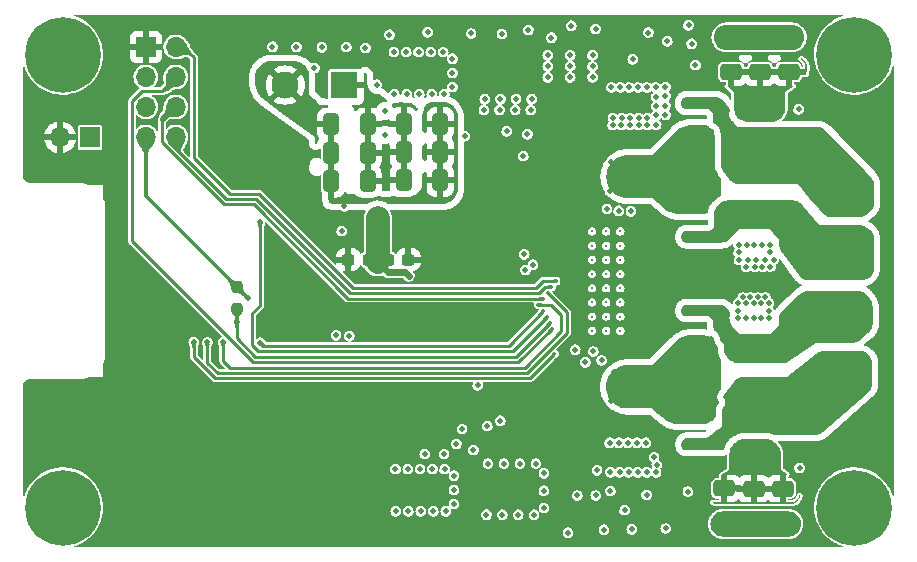
<source format=gbr>
%TF.GenerationSoftware,KiCad,Pcbnew,(6.0.8)*%
%TF.CreationDate,2023-03-12T18:26:40+08:00*%
%TF.ProjectId,STEP_MOTO,53544550-5f4d-44f5-944f-2e6b69636164,rev?*%
%TF.SameCoordinates,Original*%
%TF.FileFunction,Copper,L4,Bot*%
%TF.FilePolarity,Positive*%
%FSLAX46Y46*%
G04 Gerber Fmt 4.6, Leading zero omitted, Abs format (unit mm)*
G04 Created by KiCad (PCBNEW (6.0.8)) date 2023-03-12 18:26:40*
%MOMM*%
%LPD*%
G01*
G04 APERTURE LIST*
G04 Aperture macros list*
%AMRoundRect*
0 Rectangle with rounded corners*
0 $1 Rounding radius*
0 $2 $3 $4 $5 $6 $7 $8 $9 X,Y pos of 4 corners*
0 Add a 4 corners polygon primitive as box body*
4,1,4,$2,$3,$4,$5,$6,$7,$8,$9,$2,$3,0*
0 Add four circle primitives for the rounded corners*
1,1,$1+$1,$2,$3*
1,1,$1+$1,$4,$5*
1,1,$1+$1,$6,$7*
1,1,$1+$1,$8,$9*
0 Add four rect primitives between the rounded corners*
20,1,$1+$1,$2,$3,$4,$5,0*
20,1,$1+$1,$4,$5,$6,$7,0*
20,1,$1+$1,$6,$7,$8,$9,0*
20,1,$1+$1,$8,$9,$2,$3,0*%
G04 Aperture macros list end*
%TA.AperFunction,ComponentPad*%
%ADD10C,0.300000*%
%TD*%
%TA.AperFunction,ComponentPad*%
%ADD11R,2.300000X2.300000*%
%TD*%
%TA.AperFunction,ComponentPad*%
%ADD12C,2.300000*%
%TD*%
%TA.AperFunction,ComponentPad*%
%ADD13C,0.800000*%
%TD*%
%TA.AperFunction,ComponentPad*%
%ADD14C,6.400000*%
%TD*%
%TA.AperFunction,ComponentPad*%
%ADD15R,1.700000X1.700000*%
%TD*%
%TA.AperFunction,ComponentPad*%
%ADD16O,1.700000X1.700000*%
%TD*%
%TA.AperFunction,SMDPad,CuDef*%
%ADD17RoundRect,0.237500X0.300000X0.237500X-0.300000X0.237500X-0.300000X-0.237500X0.300000X-0.237500X0*%
%TD*%
%TA.AperFunction,SMDPad,CuDef*%
%ADD18RoundRect,0.250000X-0.650000X0.412500X-0.650000X-0.412500X0.650000X-0.412500X0.650000X0.412500X0*%
%TD*%
%TA.AperFunction,SMDPad,CuDef*%
%ADD19RoundRect,0.250000X-0.412500X-0.650000X0.412500X-0.650000X0.412500X0.650000X-0.412500X0.650000X0*%
%TD*%
%TA.AperFunction,SMDPad,CuDef*%
%ADD20RoundRect,0.237500X-0.300000X-0.237500X0.300000X-0.237500X0.300000X0.237500X-0.300000X0.237500X0*%
%TD*%
%TA.AperFunction,SMDPad,CuDef*%
%ADD21RoundRect,0.237500X-0.237500X0.250000X-0.237500X-0.250000X0.237500X-0.250000X0.237500X0.250000X0*%
%TD*%
%TA.AperFunction,SMDPad,CuDef*%
%ADD22RoundRect,0.250000X0.412500X0.650000X-0.412500X0.650000X-0.412500X-0.650000X0.412500X-0.650000X0*%
%TD*%
%TA.AperFunction,SMDPad,CuDef*%
%ADD23RoundRect,0.250000X0.650000X-0.412500X0.650000X0.412500X-0.650000X0.412500X-0.650000X-0.412500X0*%
%TD*%
%TA.AperFunction,ViaPad*%
%ADD24C,0.500000*%
%TD*%
%TA.AperFunction,ViaPad*%
%ADD25C,0.350000*%
%TD*%
%TA.AperFunction,Conductor*%
%ADD26C,0.300000*%
%TD*%
%TA.AperFunction,Conductor*%
%ADD27C,2.000000*%
%TD*%
%TA.AperFunction,Conductor*%
%ADD28C,0.500000*%
%TD*%
%TA.AperFunction,Conductor*%
%ADD29C,0.254000*%
%TD*%
%TA.AperFunction,Conductor*%
%ADD30C,0.600000*%
%TD*%
%TA.AperFunction,Conductor*%
%ADD31C,0.250000*%
%TD*%
G04 APERTURE END LIST*
D10*
%TO.P,U1,40*%
%TO.N,N/C*%
X48800000Y18975000D03*
%TO.P,U1,41*%
X50000000Y18975000D03*
%TO.P,U1,42*%
X51200000Y18975000D03*
%TO.P,U1,43*%
X48800000Y20175000D03*
%TO.P,U1,44*%
X50000000Y20175000D03*
%TO.P,U1,45*%
X51200000Y20175000D03*
%TO.P,U1,46*%
X48800000Y21375000D03*
%TO.P,U1,47*%
X50000000Y21375000D03*
%TO.P,U1,48*%
X51200000Y21375000D03*
%TO.P,U1,49*%
X48800000Y22575000D03*
%TO.P,U1,50*%
X50000000Y22575000D03*
%TO.P,U1,51*%
X51200000Y22575000D03*
%TO.P,U1,52*%
X48800000Y23775000D03*
%TO.P,U1,53*%
X50000000Y23775000D03*
%TO.P,U1,54*%
X51200000Y23775000D03*
%TO.P,U1,55*%
X48800000Y24975000D03*
%TO.P,U1,56*%
X50000000Y24975000D03*
%TO.P,U1,57*%
X51200000Y24975000D03*
%TO.P,U1,58*%
X48800000Y26175000D03*
%TO.P,U1,59*%
X50000000Y26175000D03*
%TO.P,U1,60*%
X51200000Y26175000D03*
%TO.P,U1,61*%
X48800000Y27375000D03*
%TO.P,U1,62*%
X50000000Y27375000D03*
%TO.P,U1,63*%
X51200000Y27375000D03*
%TD*%
D11*
%TO.P,J5,1,Pin_1*%
%TO.N,+VSW*%
X27823600Y39771600D03*
D12*
%TO.P,J5,2,Pin_2*%
%TO.N,GNDPWR*%
X22823600Y39771600D03*
%TD*%
D13*
%TO.P,REF\u002A\u002A,1*%
%TO.N,N/C*%
X72697056Y2302944D03*
X71000000Y1600000D03*
X69302944Y2302944D03*
X73400000Y4000000D03*
D14*
X71000000Y4000000D03*
D13*
X69302944Y5697056D03*
X68600000Y4000000D03*
X71000000Y6400000D03*
X72697056Y5697056D03*
%TD*%
%TO.P,REF\u002A\u002A,1*%
%TO.N,N/C*%
X4000000Y44750000D03*
D14*
X4000000Y42350000D03*
D13*
X6400000Y42350000D03*
X2302944Y40652944D03*
X2302944Y44047056D03*
X4000000Y39950000D03*
X1600000Y42350000D03*
X5697056Y40652944D03*
X5697056Y44047056D03*
%TD*%
D15*
%TO.P,J3,1,Pin_1*%
%TO.N,GND*%
X11025000Y43000000D03*
D16*
%TO.P,J3,2,Pin_2*%
%TO.N,/TXD*%
X11025000Y40460000D03*
%TO.P,J3,3,Pin_3*%
%TO.N,/RXD*%
X11025000Y37920000D03*
%TO.P,J3,4,Pin_4*%
%TO.N,+3.3V*%
X11025000Y35380000D03*
%TO.P,J3,5,Pin_5*%
%TO.N,/DIR*%
X13565000Y35380000D03*
%TO.P,J3,6,Pin_6*%
%TO.N,/BIN2*%
X13565000Y37920000D03*
%TO.P,J3,7,Pin_7*%
%TO.N,/FAU*%
X13565000Y40460000D03*
%TO.P,J3,8,Pin_8*%
%TO.N,/STEP*%
X13565000Y43000000D03*
%TD*%
D11*
%TO.P,J2,1,Pin_1*%
%TO.N,/BOUT2*%
X70639600Y15384800D03*
D12*
%TO.P,J2,2,Pin_2*%
%TO.N,/BOUT1*%
X70639600Y20384800D03*
%TD*%
D14*
%TO.P,REF\u002A\u002A,1*%
%TO.N,N/C*%
X71000000Y42350000D03*
D13*
X73400000Y42350000D03*
X72697056Y44047056D03*
X71000000Y39950000D03*
X68600000Y42350000D03*
X69302944Y40652944D03*
X69302944Y44047056D03*
X72697056Y40652944D03*
X71000000Y44750000D03*
%TD*%
D15*
%TO.P,J4,1,Pin_1*%
%TO.N,/FLASH*%
X6299000Y35352000D03*
D16*
%TO.P,J4,2,Pin_2*%
%TO.N,GND*%
X3759000Y35352000D03*
%TD*%
D13*
%TO.P,REF\u002A\u002A,1*%
%TO.N,N/C*%
X4000000Y6400000D03*
X5697056Y5697056D03*
X2302944Y5697056D03*
D14*
X4000000Y4000000D03*
D13*
X1600000Y4000000D03*
X6400000Y4000000D03*
X4000000Y1600000D03*
X5697056Y2302944D03*
X2302944Y2302944D03*
%TD*%
D11*
%TO.P,J1,1,Pin_1*%
%TO.N,/AOUT2*%
X70637200Y25384400D03*
D12*
%TO.P,J1,2,Pin_2*%
%TO.N,/AOUT1*%
X70637200Y30384400D03*
%TD*%
D17*
%TO.P,C38,1*%
%TO.N,+5V*%
X29894500Y24988800D03*
%TO.P,C38,2*%
%TO.N,GND*%
X28169500Y24988800D03*
%TD*%
D18*
%TO.P,C26,1*%
%TO.N,+VSW*%
X62483800Y5608600D03*
%TO.P,C26,2*%
%TO.N,GNDPWR*%
X62483800Y2483600D03*
%TD*%
D19*
%TO.P,C21,1*%
%TO.N,+VSW*%
X32837500Y31700000D03*
%TO.P,C21,2*%
%TO.N,GNDPWR*%
X35962500Y31700000D03*
%TD*%
D18*
%TO.P,C12,1*%
%TO.N,+VSW*%
X64947600Y5608600D03*
%TO.P,C12,2*%
%TO.N,GNDPWR*%
X64947600Y2483600D03*
%TD*%
D19*
%TO.P,C14,1*%
%TO.N,+VSW*%
X32837500Y34100000D03*
%TO.P,C14,2*%
%TO.N,GNDPWR*%
X35962500Y34100000D03*
%TD*%
D20*
%TO.P,C39,1*%
%TO.N,+5V*%
X31522300Y24988800D03*
%TO.P,C39,2*%
%TO.N,GND*%
X33247300Y24988800D03*
%TD*%
D21*
%TO.P,R3,1*%
%TO.N,+3.3V*%
X18719600Y22675500D03*
%TO.P,R3,2*%
%TO.N,/SDATO*%
X18719600Y20850500D03*
%TD*%
D22*
%TO.P,C18,1*%
%TO.N,+VSW*%
X29812500Y34050000D03*
%TO.P,C18,2*%
%TO.N,GNDPWR*%
X26687500Y34050000D03*
%TD*%
D23*
%TO.P,C17,1*%
%TO.N,+VSW*%
X63017200Y40876100D03*
%TO.P,C17,2*%
%TO.N,GNDPWR*%
X63017200Y44001100D03*
%TD*%
%TO.P,C15,1*%
%TO.N,+VSW*%
X60578800Y40876100D03*
%TO.P,C15,2*%
%TO.N,GNDPWR*%
X60578800Y44001100D03*
%TD*%
D18*
%TO.P,C20,1*%
%TO.N,+VSW*%
X59994600Y5621700D03*
%TO.P,C20,2*%
%TO.N,GNDPWR*%
X59994600Y2496700D03*
%TD*%
D19*
%TO.P,C23,1*%
%TO.N,+VSW*%
X32837500Y36500000D03*
%TO.P,C23,2*%
%TO.N,GNDPWR*%
X35962500Y36500000D03*
%TD*%
D22*
%TO.P,C25,1*%
%TO.N,+VSW*%
X29812500Y31650000D03*
%TO.P,C25,2*%
%TO.N,GNDPWR*%
X26687500Y31650000D03*
%TD*%
%TO.P,C16,1*%
%TO.N,+VSW*%
X29825000Y36450000D03*
%TO.P,C16,2*%
%TO.N,GNDPWR*%
X26700000Y36450000D03*
%TD*%
D23*
%TO.P,C22,1*%
%TO.N,+VSW*%
X65455600Y40876100D03*
%TO.P,C22,2*%
%TO.N,GNDPWR*%
X65455600Y44001100D03*
%TD*%
D24*
%TO.N,GND*%
X18482533Y2433600D03*
X24714000Y4643400D03*
X8178600Y42413200D03*
X31699000Y12187200D03*
X1422200Y38679400D03*
X8153200Y38755600D03*
X16814600Y6599200D03*
X24282200Y12339600D03*
X18491000Y43022800D03*
X25755400Y27605000D03*
X10185200Y13254000D03*
X13258600Y45156400D03*
X11709200Y4719600D03*
X18380933Y6599200D03*
X13639600Y8224800D03*
X19947266Y8402600D03*
X22301000Y34640800D03*
X25755400Y29814800D03*
X18338600Y40863800D03*
X12293400Y41346400D03*
X1371400Y35529800D03*
X21513600Y8402600D03*
X36824989Y14315989D03*
X16484400Y44826200D03*
X1346000Y7183400D03*
X22783600Y7386600D03*
X26390400Y11780800D03*
X19947266Y6599200D03*
X1346000Y8555000D03*
X11785400Y36672800D03*
X7950000Y44546800D03*
X18380933Y8402600D03*
X6197400Y7437400D03*
X12293400Y38603200D03*
X27152400Y4897400D03*
X11429800Y8224800D03*
X33279229Y19123107D03*
X10591600Y9571000D03*
X25526800Y8478800D03*
X7492800Y6726200D03*
X8077000Y40025600D03*
X23571000Y4491000D03*
X25679200Y23109200D03*
X21513600Y6599200D03*
X18541800Y37688800D03*
X11582200Y3144800D03*
X32308600Y19121400D03*
X26898400Y8148600D03*
X31521200Y18867400D03*
X34924800Y12136400D03*
X37002386Y13037553D03*
X8889800Y8885200D03*
X16586000Y2433600D03*
X20379066Y2433600D03*
X22275600Y2433600D03*
X26873000Y10688600D03*
X26822200Y3297200D03*
X28549400Y4135400D03*
X7061000Y1392200D03*
X22936000Y8478800D03*
X13411000Y4592600D03*
X15671600Y7488200D03*
X16814600Y8402600D03*
X10820200Y12339600D03*
X27076200Y6624600D03*
X8381800Y4770400D03*
%TO.N,+VSW*%
X28244600Y18537200D03*
X61137600Y9130733D03*
X43687800Y38603200D03*
X62839400Y21788400D03*
X63779200Y21305800D03*
X42290800Y37688800D03*
X63193713Y8733667D03*
X62483800Y20035800D03*
X48844000Y40432000D03*
X63214050Y26258800D03*
X61213800Y26258800D03*
X63474400Y21788400D03*
X45059400Y42286200D03*
X43611600Y37688800D03*
X63220400Y24379200D03*
X63118800Y7361200D03*
X61163000Y37980900D03*
X63271200Y38933400D03*
X63804600Y8656600D03*
X61772600Y37587200D03*
X44729200Y5430800D03*
X48844000Y41346400D03*
X45059400Y40432000D03*
X61188400Y20035800D03*
X39980662Y7723281D03*
X39725400Y38603200D03*
X61772600Y38933400D03*
X40970000Y37688800D03*
X62204400Y21788400D03*
X63804600Y9266200D03*
X61569400Y21788400D03*
X63804600Y8047000D03*
X62483800Y21305800D03*
X63880800Y25674600D03*
X46951700Y42286200D03*
X61245550Y24963400D03*
X61848800Y24353800D03*
X61975800Y24963400D03*
X41198600Y3398800D03*
X48844000Y42286200D03*
X62452050Y7361200D03*
X62585400Y24379200D03*
X63131500Y21305800D03*
X63982400Y38210253D03*
X63779200Y20035800D03*
X63195000Y37587200D03*
X62521900Y38933400D03*
X61785300Y7361200D03*
X62483800Y37587200D03*
X63779200Y20670800D03*
X46951700Y40432000D03*
X61188400Y20670800D03*
X61163000Y37282400D03*
X63785550Y7361200D03*
X42689154Y7723281D03*
X45059400Y41371800D03*
X61137600Y8555000D03*
X62706050Y24963400D03*
X42367000Y38603200D03*
X63982400Y36964146D03*
X61772600Y8733667D03*
X41334908Y7723281D03*
X61880550Y26258800D03*
X61836100Y20035800D03*
X61137600Y7979267D03*
X63982400Y37587200D03*
X63131500Y20035800D03*
X63880800Y26258800D03*
X61836100Y21305800D03*
X61118550Y7361200D03*
X64166550Y24963400D03*
X62483156Y8733667D03*
X61188400Y21305800D03*
X44729200Y3957600D03*
X39649200Y37688800D03*
X46951700Y41378993D03*
X44043400Y7723281D03*
X43891000Y3398800D03*
X62547300Y26258800D03*
X63906200Y24404600D03*
X61163000Y38679400D03*
X44729200Y6904000D03*
X41046200Y38603200D03*
X63982400Y38833306D03*
X63436300Y24963400D03*
X42544800Y3398800D03*
X39852400Y3398800D03*
X61213800Y25611100D03*
%TO.N,+3.3V*%
X19684800Y21712200D03*
%TO.N,GNDPWR*%
X29616200Y42921200D03*
X36296400Y38984200D03*
X50571200Y36977600D03*
X33197600Y7259600D03*
X55041600Y2230400D03*
X33115050Y38984200D03*
X49098000Y44521400D03*
X36194800Y42565600D03*
X43332200Y35606000D03*
X51947880Y39568400D03*
X49225000Y7158000D03*
X52247600Y41956000D03*
X25247400Y38374600D03*
X57226000Y43276800D03*
X51301450Y36977600D03*
X60502600Y43022800D03*
X32156200Y7259600D03*
X38760200Y8885200D03*
X43052800Y25446000D03*
X45364200Y43784800D03*
X51282400Y36393400D03*
X34874000Y44242000D03*
X37312400Y9393200D03*
X55016200Y39593800D03*
X53568400Y44216600D03*
X36982200Y39593800D03*
X34239000Y7259600D03*
X34645400Y8529600D03*
X34112000Y42565600D03*
X37109200Y5494300D03*
X52577800Y9494800D03*
X57556200Y41473400D03*
X41173200Y44089600D03*
X36423400Y3678200D03*
X65506400Y43048200D03*
X38557000Y44140400D03*
X51053800Y9494800D03*
X54051000Y8275600D03*
X36982200Y42006800D03*
X50444200Y39568400D03*
X54228800Y37206200D03*
X53451560Y6980200D03*
X52679400Y6980200D03*
X54279600Y7640600D03*
X53451560Y39568400D03*
X62991800Y43022800D03*
X51561800Y3779800D03*
X50063200Y29281400D03*
X54203400Y39568400D03*
X56972000Y44826200D03*
X37109200Y4287800D03*
X49123400Y5024400D03*
X39115800Y14353900D03*
X39928600Y10891800D03*
X62407600Y3424200D03*
X27838200Y29510000D03*
X48894800Y17216400D03*
X30581400Y39797000D03*
X54228800Y36418800D03*
X49606000Y16454400D03*
X31292600Y35555200D03*
X23774200Y42997400D03*
X54223720Y6980200D03*
X32054600Y38984200D03*
X47370800Y17368800D03*
X27127000Y18588000D03*
X51135080Y6980200D03*
X52755600Y36393400D03*
X50342600Y5405400D03*
X33242050Y3678200D03*
X52095200Y29078200D03*
X35153400Y42565600D03*
X41020800Y11349000D03*
X52171400Y2154200D03*
X32181600Y3678200D03*
X37795000Y10637800D03*
X43408400Y44445200D03*
X51196040Y39568400D03*
X38023600Y35453600D03*
X33070600Y42565600D03*
X54228800Y38781000D03*
X25933200Y42972000D03*
X50545800Y36393400D03*
X36982200Y40800300D03*
X36271000Y8529600D03*
X55168600Y43480000D03*
X47040600Y44800800D03*
X59969200Y3424200D03*
X66293800Y37714200D03*
X54228800Y37993600D03*
X53492200Y36977600D03*
X27990600Y42997400D03*
X55016200Y38814867D03*
X53492200Y36393400D03*
X64871400Y3424200D03*
X52699720Y39568400D03*
X37109200Y6700800D03*
X51815800Y9494800D03*
X35235950Y38984200D03*
X52761950Y36977600D03*
X52019000Y36393400D03*
X66370000Y7361200D03*
X34175500Y38984200D03*
X47548600Y5024400D03*
X53416000Y5075200D03*
X35280400Y7259600D03*
X51907240Y6980200D03*
X56921200Y5354600D03*
X50362920Y6980200D03*
X49809200Y2128800D03*
X42976600Y33751800D03*
X21742200Y43022800D03*
X41579600Y35860000D03*
X35362950Y3678200D03*
X46761200Y1874800D03*
X51053800Y29129000D03*
X50291800Y9494800D03*
X53339800Y9494800D03*
X36321800Y7259600D03*
X31267200Y37587200D03*
X55016200Y38035934D03*
X34302500Y3678200D03*
X32029200Y42565600D03*
X48234400Y16302000D03*
X52031700Y36977600D03*
X43789400Y24557000D03*
X43154400Y24099800D03*
X25298200Y41219400D03*
X27609600Y27401800D03*
X55016200Y37257000D03*
X31648200Y44038800D03*
%TO.N,+5V*%
X33273800Y23617200D03*
X30656500Y26935400D03*
X30656500Y27714700D03*
X30657600Y28494000D03*
X30656500Y26156100D03*
%TO.N,/AOUT1*%
X69418000Y32075400D03*
X60655000Y35402800D03*
X65836600Y34234400D03*
X60655000Y33243800D03*
X68783000Y34437600D03*
X68275000Y32481800D03*
X68706800Y29510000D03*
X67055800Y32989800D03*
X64160200Y34945600D03*
X61620200Y31897600D03*
X61798000Y32837400D03*
X63271200Y33142200D03*
X59308800Y38222200D03*
X66725600Y35250400D03*
X64515800Y33269200D03*
X68173400Y35352000D03*
X62890200Y32177000D03*
X68097200Y30754600D03*
X69595800Y33624800D03*
X60655000Y32405600D03*
X66192200Y32380200D03*
X65227000Y35758400D03*
X67411400Y31415000D03*
X64541200Y34082000D03*
X59613600Y37333200D03*
X67614600Y34005800D03*
X66065200Y33320000D03*
X70434000Y32634200D03*
X64465000Y32329400D03*
X60528000Y34412200D03*
%TO.N,/AOUT2*%
X60121600Y28062200D03*
X67284400Y28062200D03*
X66166800Y27427200D03*
X64439600Y29611600D03*
X64312600Y28367000D03*
X67563800Y27173200D03*
X67970200Y25522200D03*
X60680400Y29535400D03*
X66166800Y24455400D03*
X59435800Y27274800D03*
X67157400Y24150600D03*
X65277800Y28036800D03*
X60070800Y28900400D03*
X60883600Y28621000D03*
X67132000Y26385800D03*
X66166800Y28595600D03*
X68021000Y24353800D03*
X66217600Y29281400D03*
X66166800Y25547600D03*
X68833800Y27097000D03*
%TO.N,/BOUT1*%
X65252400Y18130800D03*
X67589200Y20340600D03*
X64414200Y16962400D03*
X66141400Y17927600D03*
X68656000Y19096000D03*
X66039800Y21051800D03*
X67538400Y18791200D03*
X59740600Y19705600D03*
X67487600Y21788400D03*
X66166800Y17114800D03*
X69087800Y21636000D03*
X60731200Y17191000D03*
X66141400Y20289800D03*
X60807400Y18054600D03*
X66141400Y18689600D03*
X68478200Y20366000D03*
X67208200Y19527800D03*
X66065200Y19477000D03*
X59232600Y20670800D03*
X64363400Y18029200D03*
%TO.N,/BOUT2*%
X60756600Y12771400D03*
X67081200Y13330200D03*
X60553400Y11476000D03*
X67563800Y14473200D03*
X66268400Y10891800D03*
X68452800Y14447800D03*
X67030400Y11933200D03*
X66192200Y14905000D03*
X68097200Y12263400D03*
X68605200Y13152400D03*
X60477200Y10434600D03*
X65709600Y12542800D03*
X65049200Y10841000D03*
X67995600Y10841000D03*
X64465000Y14524000D03*
X62382200Y14447800D03*
X62382200Y13177800D03*
X63322000Y14295400D03*
X66141400Y13457200D03*
X68579800Y16225800D03*
X67335200Y15514600D03*
X69062400Y11907800D03*
X64541200Y11577600D03*
X64617400Y12339600D03*
X64465000Y13406400D03*
X61366200Y13914400D03*
X59359600Y9571000D03*
D25*
%TO.N,/STEP*%
X45745200Y23175000D03*
%TO.N,/FAU*%
X45422483Y19154100D03*
%TO.N,/BIN2*%
X44651324Y21691537D03*
%TO.N,/DIR*%
X45364200Y22676500D03*
D24*
%TO.N,/AISENP*%
X57870400Y30050000D03*
X51866600Y33294600D03*
X57861000Y33066000D03*
X56870400Y31050000D03*
X58870400Y32050000D03*
X53289000Y33294600D03*
X58870400Y30050000D03*
X57870400Y31050000D03*
X50317200Y30830800D03*
X57870400Y32050000D03*
X51206200Y33294600D03*
X53441400Y30780000D03*
X51130000Y30830800D03*
X56870400Y32050000D03*
X52628600Y30830800D03*
X56870400Y30050000D03*
X58851600Y33066000D03*
X50444200Y33294600D03*
X51866600Y30830800D03*
X58870400Y31050000D03*
X58902400Y35809200D03*
X52577800Y33294600D03*
%TO.N,/BISENP*%
X58902400Y18232400D03*
X52654000Y13000000D03*
X51326850Y15463800D03*
X58089600Y15311400D03*
X58089600Y12911400D03*
X51130000Y13000000D03*
X50368000Y13000000D03*
X58089600Y14111400D03*
X56889600Y12911400D03*
X59289600Y15311400D03*
X59289600Y12911400D03*
X56889600Y15311400D03*
X53416000Y13000000D03*
X51892000Y13000000D03*
X52031700Y15463800D03*
X50622000Y15463800D03*
X59289600Y14111400D03*
X56889600Y14111400D03*
X52736550Y15463800D03*
X53441400Y15463800D03*
D25*
%TO.N,/SDATO*%
X45224737Y19666789D03*
D24*
X18719600Y19731000D03*
%TO.N,/STA*%
X15087400Y18003800D03*
D25*
X45618200Y17013200D03*
%TO.N,/SCS*%
X45008600Y20172000D03*
D24*
X20675400Y28138400D03*
D25*
%TO.N,/BIN1*%
X45034000Y22176500D03*
D24*
X16230400Y17978400D03*
%TO.N,/SCLK*%
X17576600Y18003800D03*
D25*
X44246600Y21173500D03*
%TO.N,/SDATI*%
X44678400Y20673500D03*
D24*
X20726200Y17953000D03*
%TD*%
D26*
%TO.N,+VSW*%
X32837500Y31700000D02*
X32837500Y36500000D01*
X29812500Y37137500D02*
X29812500Y31650000D01*
%TO.N,+3.3V*%
X18719600Y22675500D02*
X11023400Y30371700D01*
X19682900Y21712200D02*
X18719600Y22675500D01*
X19684800Y21712200D02*
X19682900Y21712200D01*
X11023400Y30371700D02*
X11023400Y35378400D01*
X11023400Y35378400D02*
X11025000Y35380000D01*
D27*
%TO.N,+5V*%
X30656500Y24784500D02*
X30656500Y26156100D01*
D28*
X29844800Y24784500D02*
X30656500Y24784500D01*
D29*
X30656500Y28492900D02*
X30657600Y28494000D01*
D30*
X32943600Y23947400D02*
X31493600Y23947400D01*
D27*
X30656500Y26714900D02*
X30656500Y27578500D01*
X30656500Y26156100D02*
X30656500Y26714900D01*
D30*
X33273800Y23617200D02*
X32943600Y23947400D01*
D27*
X30656500Y27578500D02*
X30656500Y28492900D01*
D30*
X31493600Y23947400D02*
X30656500Y24784500D01*
D31*
%TO.N,/STEP*%
X45745200Y23175000D02*
X45743700Y23176500D01*
X45743700Y23176500D02*
X44622893Y23176500D01*
X44043400Y22597007D02*
X28578993Y22597007D01*
X15087400Y33635800D02*
X15087400Y42108400D01*
X14195800Y43000000D02*
X13565000Y43000000D01*
X15087400Y42108400D02*
X14195800Y43000000D01*
X44622893Y23176500D02*
X44043400Y22597007D01*
X28578993Y22597007D02*
X20613600Y30562400D01*
X18160800Y30562400D02*
X15087400Y33635800D01*
X20613600Y30562400D02*
X18160800Y30562400D01*
D29*
%TO.N,/FAU*%
X12368600Y39263600D02*
X13565000Y40460000D01*
X9848000Y26570600D02*
X9848000Y38407530D01*
X45422483Y19154100D02*
X45396900Y19154100D01*
X45396900Y19154100D02*
X42535200Y16292400D01*
X10704070Y39263600D02*
X12368600Y39263600D01*
X9848000Y38407530D02*
X10704070Y39263600D01*
X42535200Y16292400D02*
X20126200Y16292400D01*
X20126200Y16292400D02*
X9848000Y26570600D01*
D31*
%TO.N,/BIN2*%
X44651324Y21691537D02*
X28163663Y21691537D01*
X12369600Y36724600D02*
X13565000Y37920000D01*
X17620899Y29662400D02*
X12369600Y34913699D01*
X28163663Y21691537D02*
X20192800Y29662400D01*
X20192800Y29662400D02*
X17620899Y29662400D01*
X12369600Y34913699D02*
X12369600Y36724600D01*
%TO.N,/DIR*%
X45364200Y22676500D02*
X44826893Y22676500D01*
X13565000Y34354695D02*
X13565000Y35380000D01*
X44297400Y22147007D02*
X28344589Y22147007D01*
X44826893Y22676500D02*
X44297400Y22147007D01*
X17807295Y30112400D02*
X13565000Y34354695D01*
X28344589Y22147007D02*
X20379196Y30112400D01*
X20379196Y30112400D02*
X17807295Y30112400D01*
D26*
%TO.N,/SDATO*%
X18719600Y19731000D02*
X18719600Y20850500D01*
D29*
X45223789Y19666789D02*
X42344800Y16787800D01*
X42344800Y16787800D02*
X20272852Y16787800D01*
X18719600Y18341052D02*
X18719600Y19731000D01*
X20272852Y16787800D02*
X18719600Y18341052D01*
X45224737Y19666789D02*
X45223789Y19666789D01*
%TO.N,/STA*%
X15087400Y16759200D02*
X15087400Y18003800D01*
X45618200Y17013200D02*
X43535400Y14930400D01*
X43535400Y14930400D02*
X16916200Y14930400D01*
X16916200Y14930400D02*
X15087400Y16759200D01*
%TO.N,/SCS*%
X42078400Y17241800D02*
X20523000Y17241800D01*
X20040400Y17724400D02*
X20040400Y20442200D01*
X45008600Y20172000D02*
X42078400Y17241800D01*
X20700800Y21102600D02*
X20700800Y28113000D01*
X20040400Y20442200D02*
X20700800Y21102600D01*
X20523000Y17241800D02*
X20040400Y17724400D01*
X20700800Y28113000D02*
X20675400Y28138400D01*
%TO.N,/BIN1*%
X43279464Y15384400D02*
X46659600Y18764536D01*
X46659600Y18764536D02*
X46659600Y20550900D01*
X17104252Y15384400D02*
X43279464Y15384400D01*
X16230400Y17978400D02*
X16230400Y16258252D01*
X46659600Y20550900D02*
X45034000Y22176500D01*
X16230400Y16258252D02*
X17104252Y15384400D01*
%TO.N,/SCLK*%
X45367500Y21175500D02*
X44248600Y21175500D01*
X44248600Y21175500D02*
X44246600Y21173500D01*
X46202400Y18949388D02*
X46202400Y20340600D01*
X17576600Y18003800D02*
X17576600Y16429000D01*
X43091412Y15838400D02*
X46202400Y18949388D01*
X18167200Y15838400D02*
X43091412Y15838400D01*
X44246600Y21173500D02*
X44262637Y21189537D01*
X17576600Y16429000D02*
X18167200Y15838400D01*
X46202400Y20340600D02*
X45367500Y21175500D01*
%TO.N,/SDATI*%
X44678400Y20645400D02*
X41728800Y17695800D01*
X20983400Y17695800D02*
X20726200Y17953000D01*
X41728800Y17695800D02*
X20983400Y17695800D01*
X44678400Y20673500D02*
X44678400Y20645400D01*
%TD*%
%TA.AperFunction,Conductor*%
%TO.N,/BOUT1*%
G36*
X71304686Y22346405D02*
G01*
X71437709Y22331390D01*
X71506424Y22323634D01*
X71533975Y22317333D01*
X71637047Y22281198D01*
X71718824Y22252528D01*
X71744280Y22240244D01*
X71910030Y22135866D01*
X71932107Y22118217D01*
X72075460Y21974464D01*
X72084877Y21963896D01*
X72346031Y21635347D01*
X72354171Y21623839D01*
X72461513Y21452502D01*
X72473697Y21427131D01*
X72537979Y21242952D01*
X72544228Y21215506D01*
X72566811Y21014597D01*
X72567600Y21000523D01*
X72567600Y19560922D01*
X72566803Y19546773D01*
X72543978Y19344800D01*
X72537662Y19317214D01*
X72472703Y19132171D01*
X72460391Y19106692D01*
X72355776Y18940813D01*
X72338087Y18918723D01*
X72194024Y18775334D01*
X72183434Y18765917D01*
X71372897Y18123077D01*
X71361399Y18114962D01*
X71190254Y18007956D01*
X71164912Y17995807D01*
X70980989Y17931726D01*
X70953586Y17925497D01*
X70866872Y17915766D01*
X70752990Y17902986D01*
X70738938Y17902200D01*
X67792400Y17902200D01*
X67539818Y17732970D01*
X67537252Y17731251D01*
X67537244Y17731246D01*
X65510134Y16373082D01*
X65499512Y16366699D01*
X65342784Y16282715D01*
X65319924Y16273224D01*
X65155771Y16223316D01*
X65131496Y16218476D01*
X64954536Y16201009D01*
X64942159Y16200400D01*
X61186162Y16200400D01*
X61173571Y16201031D01*
X60993579Y16219108D01*
X60968908Y16224114D01*
X60878513Y16252106D01*
X60802168Y16275747D01*
X60778977Y16285562D01*
X60625830Y16369324D01*
X60605055Y16383555D01*
X60466779Y16500184D01*
X60457560Y16508785D01*
X60222097Y16751607D01*
X60214087Y16760705D01*
X60108952Y16892387D01*
X60095730Y16912678D01*
X60020554Y17056635D01*
X60011459Y17079080D01*
X59965211Y17234767D01*
X59960577Y17258538D01*
X59944383Y17426262D01*
X59943800Y17438371D01*
X59943800Y17826000D01*
X59728218Y18098648D01*
X59728216Y18098651D01*
X59692725Y18143537D01*
X59666165Y18209378D01*
X59665574Y18223445D01*
X59665644Y18228437D01*
X59665644Y18228444D01*
X59665699Y18232400D01*
X59646731Y18401508D01*
X59590768Y18562211D01*
X59584783Y18571790D01*
X59562820Y18606936D01*
X59500592Y18706521D01*
X59380686Y18827268D01*
X59237008Y18918449D01*
X59193274Y18934022D01*
X59135810Y18975716D01*
X59116527Y19011350D01*
X59109595Y19031294D01*
X59103395Y19058635D01*
X59096666Y19118735D01*
X59080983Y19258792D01*
X59080200Y19272813D01*
X59080200Y19781800D01*
X58724600Y20213600D01*
X56755406Y20213600D01*
X56732642Y20215673D01*
X56623745Y20235676D01*
X56581192Y20251854D01*
X56498130Y20302209D01*
X56461873Y20335404D01*
X56408257Y20408460D01*
X56386632Y20456614D01*
X56365195Y20556681D01*
X56362400Y20583075D01*
X56362400Y20776144D01*
X56364821Y20800726D01*
X56387217Y20913316D01*
X56406031Y20958736D01*
X56462776Y21043661D01*
X56497539Y21078424D01*
X56582464Y21135169D01*
X56627884Y21153983D01*
X56740474Y21176379D01*
X56765056Y21178800D01*
X59555005Y21178800D01*
X59568513Y21178074D01*
X59761462Y21157268D01*
X59787851Y21151510D01*
X59836792Y21135169D01*
X59965461Y21092207D01*
X59990021Y21080953D01*
X60150908Y20985150D01*
X60172503Y20968920D01*
X60231961Y20913316D01*
X60314243Y20836366D01*
X60323613Y20826609D01*
X60396081Y20742545D01*
X60426046Y20672571D01*
X60441781Y20512101D01*
X60481594Y20392420D01*
X60481774Y20391878D01*
X60484297Y20320926D01*
X60480617Y20309011D01*
X60446503Y20215284D01*
X60425175Y20046457D01*
X60441781Y19877101D01*
X60495494Y19715633D01*
X60499141Y19709611D01*
X60499142Y19709609D01*
X60512897Y19686898D01*
X60583646Y19570077D01*
X60655000Y19496188D01*
X60655000Y19375400D01*
X60936260Y19082890D01*
X60936264Y19082885D01*
X60973063Y19044614D01*
X61290000Y18715000D01*
X63830000Y18715000D01*
X64277648Y19106692D01*
X64298788Y19125189D01*
X64298793Y19125194D01*
X64642800Y19426200D01*
X64642800Y19977372D01*
X64643457Y19990221D01*
X64662282Y20173854D01*
X64667496Y20199017D01*
X64721232Y20368837D01*
X64731443Y20392420D01*
X64818518Y20547807D01*
X64833301Y20568827D01*
X64954336Y20708205D01*
X64963257Y20717476D01*
X64969788Y20723604D01*
X65039013Y20788555D01*
X66297591Y21969444D01*
X66407308Y22072388D01*
X66416332Y22080090D01*
X66550916Y22184405D01*
X66570933Y22197099D01*
X66717346Y22271651D01*
X66739385Y22280371D01*
X66897180Y22326188D01*
X66920463Y22330627D01*
X67089968Y22346641D01*
X67101819Y22347200D01*
X71290554Y22347200D01*
X71304686Y22346405D01*
G37*
%TD.AperFunction*%
%TD*%
%TA.AperFunction,Conductor*%
%TO.N,/BOUT2*%
G36*
X71525671Y17241193D02*
G01*
X71701718Y17223854D01*
X71725942Y17219035D01*
X71889282Y17169486D01*
X71912102Y17160034D01*
X72062629Y17079576D01*
X72083167Y17065853D01*
X72215107Y16957572D01*
X72232572Y16940107D01*
X72340853Y16808167D01*
X72354576Y16787629D01*
X72435034Y16637102D01*
X72444486Y16614282D01*
X72494035Y16450942D01*
X72498854Y16426716D01*
X72516193Y16250671D01*
X72516800Y16238321D01*
X72516800Y14501882D01*
X72516086Y14488489D01*
X72495635Y14297177D01*
X72489973Y14270996D01*
X72431664Y14094741D01*
X72420596Y14070349D01*
X72326346Y13910400D01*
X72310371Y13888898D01*
X72179863Y13747530D01*
X72170254Y13738173D01*
X68333425Y10380947D01*
X68324581Y10373885D01*
X68193228Y10278319D01*
X68173823Y10266710D01*
X68032616Y10198626D01*
X68011457Y10190676D01*
X67860346Y10148926D01*
X67838105Y10144886D01*
X67690924Y10131625D01*
X67676303Y10130308D01*
X67664997Y10129800D01*
X64310181Y10129800D01*
X64256931Y10141605D01*
X64241231Y10148926D01*
X64163753Y10185055D01*
X64122338Y10202209D01*
X64119499Y10203242D01*
X64115593Y10204664D01*
X64115575Y10204670D01*
X64114314Y10205129D01*
X64071617Y10218590D01*
X64070324Y10218936D01*
X64070305Y10218942D01*
X63892032Y10266710D01*
X63861795Y10274812D01*
X63860454Y10275109D01*
X63860435Y10275114D01*
X63819447Y10284202D01*
X63819437Y10284204D01*
X63818102Y10284500D01*
X63809690Y10285984D01*
X63797912Y10287535D01*
X63766597Y10291660D01*
X63766574Y10291662D01*
X63765234Y10291839D01*
X63546681Y10310960D01*
X63546089Y10310999D01*
X63546073Y10311000D01*
X63540702Y10311352D01*
X63524268Y10312428D01*
X63522968Y10312485D01*
X63520696Y10312584D01*
X63520657Y10312585D01*
X63519997Y10312614D01*
X63519297Y10312629D01*
X63519273Y10312630D01*
X63498312Y10313086D01*
X63498286Y10313086D01*
X63497655Y10313100D01*
X61723945Y10313100D01*
X61723314Y10313086D01*
X61723288Y10313086D01*
X61702327Y10312630D01*
X61702303Y10312629D01*
X61701603Y10312614D01*
X61700943Y10312585D01*
X61700904Y10312584D01*
X61698632Y10312485D01*
X61697332Y10312428D01*
X61680898Y10311352D01*
X61675527Y10311000D01*
X61675511Y10310999D01*
X61674919Y10310960D01*
X61456366Y10291839D01*
X61455026Y10291662D01*
X61455003Y10291660D01*
X61423688Y10287535D01*
X61411910Y10285984D01*
X61403498Y10284500D01*
X61402163Y10284204D01*
X61402153Y10284202D01*
X61361165Y10275114D01*
X61361146Y10275109D01*
X61359805Y10274812D01*
X61329568Y10266710D01*
X61151295Y10218942D01*
X61151276Y10218936D01*
X61149983Y10218590D01*
X61107286Y10205129D01*
X61106025Y10204670D01*
X61106007Y10204664D01*
X61102101Y10203242D01*
X61099262Y10202209D01*
X61057847Y10185055D01*
X60860968Y10093248D01*
X60859747Y10092613D01*
X60859728Y10092603D01*
X60822461Y10073202D01*
X60822446Y10073194D01*
X60821219Y10072555D01*
X60813822Y10068284D01*
X60776056Y10044224D01*
X60774934Y10043438D01*
X60774917Y10043427D01*
X60608313Y9926769D01*
X60598114Y9919628D01*
X60562582Y9892364D01*
X60561528Y9891479D01*
X60561521Y9891474D01*
X60557105Y9887769D01*
X60557090Y9887756D01*
X60556039Y9886874D01*
X60523003Y9856602D01*
X60369398Y9702997D01*
X60339126Y9669961D01*
X60338244Y9668910D01*
X60338231Y9668895D01*
X60334526Y9664479D01*
X60333636Y9663418D01*
X60306372Y9627886D01*
X60305592Y9626772D01*
X60182573Y9451083D01*
X60182562Y9451066D01*
X60181776Y9449944D01*
X60157716Y9412178D01*
X60153445Y9404781D01*
X60152806Y9403554D01*
X60152798Y9403539D01*
X60133397Y9366272D01*
X60133387Y9366253D01*
X60132752Y9365032D01*
X60040945Y9168153D01*
X60023796Y9126752D01*
X60020875Y9118726D01*
X60007409Y9076014D01*
X59987370Y9001228D01*
X59979546Y8972028D01*
X59942594Y8911405D01*
X59878734Y8880384D01*
X59870842Y8879312D01*
X59689264Y8860473D01*
X59676261Y8859800D01*
X56765056Y8859800D01*
X56740474Y8862221D01*
X56627884Y8884617D01*
X56582464Y8903431D01*
X56497539Y8960176D01*
X56462776Y8994939D01*
X56406031Y9079864D01*
X56387217Y9125284D01*
X56364821Y9237874D01*
X56362400Y9262456D01*
X56362400Y9447744D01*
X56364821Y9472326D01*
X56387217Y9584916D01*
X56406031Y9630336D01*
X56462776Y9715261D01*
X56497539Y9750024D01*
X56582464Y9806769D01*
X56627884Y9825583D01*
X56740474Y9847979D01*
X56765056Y9850400D01*
X58470600Y9850400D01*
X58843134Y10129800D01*
X59391400Y10541000D01*
X59791400Y10841000D01*
X59791400Y12287793D01*
X59811402Y12355914D01*
X59830509Y12379039D01*
X59869214Y12415897D01*
X59869217Y12415900D01*
X59874321Y12420761D01*
X59968491Y12562498D01*
X60028919Y12721575D01*
X60052601Y12890087D01*
X60052899Y12911400D01*
X60033931Y13080508D01*
X59977968Y13241211D01*
X59974234Y13247187D01*
X59930271Y13317542D01*
X59911135Y13385911D01*
X59928076Y13447433D01*
X59979848Y13536876D01*
X59987059Y13547951D01*
X60523165Y14283783D01*
X60783761Y14641464D01*
X60791181Y14650702D01*
X60903848Y14778191D01*
X60921116Y14794371D01*
X61050936Y14894877D01*
X61070928Y14907542D01*
X61217262Y14981981D01*
X61239281Y14990686D01*
X61396952Y15036425D01*
X61420210Y15040855D01*
X61589578Y15056842D01*
X61601420Y15057400D01*
X65328600Y15057400D01*
X67298664Y16626155D01*
X67792856Y17019678D01*
X67804373Y17027838D01*
X67975847Y17135439D01*
X68001247Y17147656D01*
X68036663Y17160034D01*
X68185636Y17212102D01*
X68213116Y17218367D01*
X68414283Y17241009D01*
X68428376Y17241800D01*
X71513321Y17241800D01*
X71525671Y17241193D01*
G37*
%TD.AperFunction*%
%TD*%
%TA.AperFunction,Conductor*%
%TO.N,/AOUT1*%
G36*
X59230764Y38755077D02*
G01*
X59394865Y38740078D01*
X59417412Y38735922D01*
X59570533Y38692975D01*
X59591950Y38684801D01*
X59734739Y38614812D01*
X59754331Y38602883D01*
X59882054Y38508176D01*
X59899159Y38492894D01*
X60011539Y38372374D01*
X60018976Y38363631D01*
X60166556Y38173205D01*
X60288768Y38015512D01*
X60296632Y38004124D01*
X60400288Y37834837D01*
X60412047Y37809830D01*
X60463400Y37659741D01*
X60466527Y37588814D01*
X60462587Y37575861D01*
X60421103Y37461884D01*
X60399775Y37293057D01*
X60416381Y37123701D01*
X60470094Y36962233D01*
X60473741Y36956211D01*
X60473742Y36956209D01*
X60540140Y36846574D01*
X60558246Y36816677D01*
X60676455Y36694268D01*
X60797217Y36615244D01*
X60808131Y36608102D01*
X60822329Y36596056D01*
X61112200Y36215600D01*
X63848731Y36215600D01*
X63865395Y36214493D01*
X63966415Y36201014D01*
X63973426Y36201652D01*
X63973430Y36201652D01*
X64114522Y36214493D01*
X64120984Y36215081D01*
X64132403Y36215600D01*
X67896866Y36215600D01*
X67909441Y36214971D01*
X68089198Y36196941D01*
X68113846Y36191946D01*
X68280384Y36140449D01*
X68303549Y36130659D01*
X68456550Y36047109D01*
X68477309Y36032914D01*
X68615517Y35916559D01*
X68624718Y35907992D01*
X71938178Y32498212D01*
X72403192Y32019680D01*
X72411326Y32010447D01*
X72521443Y31872413D01*
X72534824Y31851796D01*
X72576384Y31771571D01*
X72613202Y31700498D01*
X72622325Y31677674D01*
X72640509Y31615045D01*
X72669835Y31514038D01*
X72674353Y31489877D01*
X72689727Y31313975D01*
X72690199Y31301678D01*
X72674242Y29785824D01*
X72673331Y29771967D01*
X72649329Y29574231D01*
X72642978Y29547237D01*
X72578644Y29366134D01*
X72566544Y29341186D01*
X72464148Y29178538D01*
X72446880Y29156838D01*
X72306459Y29015575D01*
X72296141Y29006281D01*
X72034995Y28795914D01*
X72023425Y28787626D01*
X71851040Y28678320D01*
X71825475Y28665904D01*
X71639726Y28600394D01*
X71612028Y28594025D01*
X71409205Y28571004D01*
X71394995Y28570200D01*
X69095777Y28570200D01*
X69082264Y28570927D01*
X69081550Y28571004D01*
X68889256Y28591747D01*
X68862854Y28597510D01*
X68774020Y28627182D01*
X68685188Y28656854D01*
X68660620Y28668116D01*
X68499696Y28763984D01*
X68478096Y28780226D01*
X68336346Y28912858D01*
X68326974Y28922622D01*
X68254899Y29006281D01*
X67995991Y29306800D01*
X67211420Y30217463D01*
X67208480Y30220892D01*
X67208079Y30221362D01*
X67205011Y30224977D01*
X67204810Y30225214D01*
X66544832Y31006767D01*
X66542625Y31009381D01*
X66243000Y31364200D01*
X61246360Y31364200D01*
X61234508Y31364759D01*
X61064987Y31380775D01*
X61041710Y31385213D01*
X60931644Y31417173D01*
X60883909Y31431034D01*
X60861873Y31439754D01*
X60715443Y31514319D01*
X60695435Y31527010D01*
X60565563Y31627680D01*
X60548278Y31643899D01*
X60435622Y31771571D01*
X60428199Y31780827D01*
X59910350Y32492869D01*
X59903157Y32503935D01*
X59808415Y32667881D01*
X59797685Y32691961D01*
X59741185Y32865711D01*
X59735700Y32891494D01*
X59715891Y33079815D01*
X59715200Y33092996D01*
X59715200Y35682200D01*
X59660025Y35749636D01*
X59664851Y35783976D01*
X59665401Y35787887D01*
X59665699Y35809200D01*
X59646731Y35978308D01*
X59590768Y36139011D01*
X59584783Y36148590D01*
X59543302Y36214971D01*
X59500592Y36283321D01*
X59380686Y36404068D01*
X59237008Y36495249D01*
X59148871Y36526633D01*
X59091407Y36568327D01*
X59072474Y36602968D01*
X59060271Y36637154D01*
X59053761Y36665139D01*
X59030222Y36870202D01*
X59029400Y36884571D01*
X59029400Y37307800D01*
X58724600Y37739600D01*
X56778864Y37739600D01*
X56762417Y37740678D01*
X56674826Y37752210D01*
X56643055Y37760723D01*
X56569130Y37791344D01*
X56540644Y37807790D01*
X56477161Y37856502D01*
X56453902Y37879761D01*
X56405190Y37943244D01*
X56388744Y37971730D01*
X56358123Y38045655D01*
X56349610Y38077426D01*
X56338078Y38165017D01*
X56337000Y38181464D01*
X56337000Y38313736D01*
X56338078Y38330183D01*
X56349610Y38417774D01*
X56358123Y38449545D01*
X56388744Y38523470D01*
X56405190Y38551956D01*
X56453902Y38615439D01*
X56477161Y38638698D01*
X56540644Y38687410D01*
X56569130Y38703856D01*
X56643055Y38734477D01*
X56674826Y38742990D01*
X56762417Y38754522D01*
X56778864Y38755600D01*
X59219295Y38755600D01*
X59230764Y38755077D01*
G37*
%TD.AperFunction*%
%TD*%
%TA.AperFunction,Conductor*%
%TO.N,/AOUT2*%
G36*
X65788615Y30017266D02*
G01*
X65982633Y29996226D01*
X66009170Y29990401D01*
X66187663Y29930443D01*
X66212334Y29919066D01*
X66373827Y29822238D01*
X66395487Y29805836D01*
X66537457Y29671934D01*
X66546830Y29662084D01*
X66658734Y29530997D01*
X68021000Y27935200D01*
X71400097Y27935200D01*
X71411272Y27934703D01*
X71571193Y27920463D01*
X71593191Y27916515D01*
X71742674Y27875720D01*
X71763629Y27867946D01*
X71908619Y27798971D01*
X71918497Y27793722D01*
X72171546Y27644488D01*
X72182444Y27637274D01*
X72333256Y27525774D01*
X72352527Y27508162D01*
X72472747Y27372893D01*
X72487976Y27351686D01*
X72577731Y27194552D01*
X72588263Y27170661D01*
X72643709Y26998392D01*
X72649090Y26972843D01*
X72668522Y26786305D01*
X72669200Y26773250D01*
X72669200Y24266201D01*
X72668593Y24253851D01*
X72651202Y24077276D01*
X72646385Y24053056D01*
X72596682Y23889204D01*
X72587229Y23866384D01*
X72506520Y23715388D01*
X72492797Y23694850D01*
X72380229Y23557686D01*
X72371925Y23548525D01*
X72356875Y23533475D01*
X72347714Y23525171D01*
X72210550Y23412603D01*
X72190012Y23398880D01*
X72039016Y23318171D01*
X72016197Y23308718D01*
X71852344Y23259015D01*
X71828127Y23254199D01*
X71651549Y23236807D01*
X71639199Y23236200D01*
X67164366Y23236200D01*
X67152519Y23236758D01*
X67107293Y23241029D01*
X66983043Y23252765D01*
X66959775Y23257200D01*
X66802029Y23302989D01*
X66779995Y23311704D01*
X66633604Y23386220D01*
X66613597Y23398903D01*
X66483740Y23499516D01*
X66466469Y23515714D01*
X66414180Y23574938D01*
X66353805Y23643322D01*
X66346382Y23652573D01*
X66315615Y23694850D01*
X64821310Y25748159D01*
X64814385Y25758755D01*
X64722766Y25915632D01*
X64712268Y25938641D01*
X64655875Y26104618D01*
X64650183Y26129259D01*
X64642054Y26193192D01*
X64642274Y26226618D01*
X64643251Y26233571D01*
X64643251Y26233576D01*
X64643801Y26237487D01*
X64644099Y26258800D01*
X64625131Y26427908D01*
X64623431Y26432789D01*
X64617400Y26665200D01*
X64255105Y27112030D01*
X64157768Y27232080D01*
X64157764Y27232084D01*
X63855400Y27605000D01*
X61290000Y27605000D01*
X60418875Y26733875D01*
X60409714Y26725571D01*
X60272550Y26613003D01*
X60252012Y26599280D01*
X60101016Y26518571D01*
X60078197Y26509118D01*
X59914344Y26459415D01*
X59890127Y26454599D01*
X59731967Y26439021D01*
X59713549Y26437207D01*
X59701199Y26436600D01*
X56765056Y26436600D01*
X56740474Y26439021D01*
X56627884Y26461417D01*
X56582464Y26480231D01*
X56497539Y26536976D01*
X56462776Y26571739D01*
X56406031Y26656664D01*
X56387217Y26702084D01*
X56364821Y26814674D01*
X56362400Y26839256D01*
X56362400Y27024544D01*
X56364821Y27049126D01*
X56387217Y27161716D01*
X56406031Y27207136D01*
X56462776Y27292061D01*
X56497539Y27326824D01*
X56582464Y27383569D01*
X56627884Y27402383D01*
X56740474Y27424779D01*
X56765056Y27427200D01*
X58724600Y27427200D01*
X59105600Y27681200D01*
X59105600Y28824018D01*
X59106193Y28836230D01*
X59123199Y29010860D01*
X59127911Y29034825D01*
X59176522Y29197002D01*
X59185770Y29219609D01*
X59264757Y29369358D01*
X59278193Y29389756D01*
X59295590Y29411290D01*
X59320909Y29433249D01*
X59320229Y29434145D01*
X59325837Y29438402D01*
X59331890Y29442010D01*
X59455121Y29559361D01*
X59481345Y29598831D01*
X59505399Y29625707D01*
X59536223Y29651518D01*
X59545966Y29658903D01*
X59810277Y29839747D01*
X59821015Y29846331D01*
X59954142Y29919066D01*
X59979625Y29932989D01*
X60002786Y29942782D01*
X60169406Y29994329D01*
X60194057Y29999325D01*
X60373886Y30017370D01*
X60386466Y30018000D01*
X65775030Y30018000D01*
X65788615Y30017266D01*
G37*
%TD.AperFunction*%
%TD*%
%TA.AperFunction,Conductor*%
%TO.N,/BIN2*%
G36*
X13859434Y38215388D02*
G01*
X13864840Y38208250D01*
X13865218Y38205064D01*
X13844127Y37126188D01*
X13840539Y37117984D01*
X13835070Y37115019D01*
X13778919Y37102009D01*
X13664487Y37075496D01*
X13662528Y37075214D01*
X13478824Y37064581D01*
X13477595Y37064574D01*
X13293866Y37073361D01*
X13293351Y37073398D01*
X13115386Y37090240D01*
X12949143Y37103625D01*
X12938218Y37103506D01*
X12801128Y37102016D01*
X12801125Y37102016D01*
X12800509Y37102009D01*
X12799909Y37101874D01*
X12799906Y37101874D01*
X12748079Y37090245D01*
X12675113Y37073873D01*
X12674191Y37073241D01*
X12579737Y37008492D01*
X12579736Y37008491D01*
X12578578Y37007697D01*
X12516532Y36891963D01*
X12516399Y36890888D01*
X12495873Y36725411D01*
X12491454Y36717622D01*
X12484262Y36715151D01*
X12257211Y36715151D01*
X12248938Y36718578D01*
X12245544Y36727727D01*
X12257697Y36889634D01*
X12258012Y36891589D01*
X12293275Y37033000D01*
X12293933Y37034915D01*
X12345860Y37151921D01*
X12346655Y37153413D01*
X12409911Y37253794D01*
X12410488Y37254627D01*
X12479756Y37345951D01*
X12479842Y37346063D01*
X12549307Y37435378D01*
X12549419Y37435522D01*
X12613393Y37530219D01*
X12666078Y37637559D01*
X12701828Y37765000D01*
X12714300Y37911761D01*
X12718415Y37919714D01*
X12723001Y37922090D01*
X13850563Y38216613D01*
X13859434Y38215388D01*
G37*
%TD.AperFunction*%
%TD*%
%TA.AperFunction,Conductor*%
%TO.N,/DIR*%
G36*
X13573196Y35795843D02*
G01*
X13575715Y35793858D01*
X14324092Y35015638D01*
X14327357Y35007299D01*
X14325964Y35001987D01*
X14264771Y34888180D01*
X14264414Y34887562D01*
X14194762Y34775070D01*
X14194622Y34774850D01*
X14125770Y34668977D01*
X14063288Y34568046D01*
X14012730Y34470343D01*
X13979572Y34374033D01*
X13969290Y34277279D01*
X13987362Y34178247D01*
X14039262Y34075100D01*
X14039695Y34074582D01*
X14123605Y33974212D01*
X14126283Y33965667D01*
X14122902Y33958435D01*
X13962319Y33797852D01*
X13954046Y33794425D01*
X13945773Y33797852D01*
X12970610Y34773015D01*
X12967183Y34781288D01*
X12968788Y34787202D01*
X13557187Y35791662D01*
X13564325Y35797068D01*
X13573196Y35795843D01*
G37*
%TD.AperFunction*%
%TD*%
%TA.AperFunction,Conductor*%
%TO.N,/BIN2*%
G36*
X44580706Y21843592D02*
G01*
X44730055Y21699970D01*
X44733643Y21691766D01*
X44730055Y21683104D01*
X44580706Y21539482D01*
X44572367Y21536217D01*
X44567861Y21537216D01*
X44552138Y21544175D01*
X44552132Y21544178D01*
X44551934Y21544265D01*
X44551730Y21544337D01*
X44551723Y21544340D01*
X44529917Y21552061D01*
X44529907Y21552064D01*
X44529687Y21552142D01*
X44507664Y21557968D01*
X44485229Y21562043D01*
X44485058Y21562062D01*
X44485052Y21562063D01*
X44477658Y21562889D01*
X44461746Y21564667D01*
X44461611Y21564675D01*
X44461610Y21564675D01*
X44454015Y21565120D01*
X44436577Y21566141D01*
X44436500Y21566143D01*
X44436494Y21566143D01*
X44409138Y21566764D01*
X44409127Y21566764D01*
X44409088Y21566765D01*
X44378640Y21566839D01*
X44344597Y21566663D01*
X44344575Y21566663D01*
X44318062Y21566576D01*
X44309778Y21569976D01*
X44306324Y21578276D01*
X44306324Y21804799D01*
X44309751Y21813072D01*
X44318061Y21816499D01*
X44339909Y21816427D01*
X44344575Y21816412D01*
X44344597Y21816412D01*
X44378640Y21816236D01*
X44409088Y21816310D01*
X44409127Y21816311D01*
X44409138Y21816311D01*
X44436494Y21816932D01*
X44436500Y21816932D01*
X44436577Y21816934D01*
X44454015Y21817955D01*
X44461610Y21818400D01*
X44461611Y21818400D01*
X44461746Y21818408D01*
X44477658Y21820186D01*
X44485052Y21821012D01*
X44485058Y21821013D01*
X44485229Y21821032D01*
X44507664Y21825107D01*
X44529687Y21830933D01*
X44529907Y21831011D01*
X44529917Y21831014D01*
X44551723Y21838735D01*
X44551729Y21838738D01*
X44551934Y21838810D01*
X44562740Y21843592D01*
X44567861Y21845858D01*
X44576814Y21846072D01*
X44580706Y21843592D01*
G37*
%TD.AperFunction*%
%TD*%
%TA.AperFunction,Conductor*%
%TO.N,+3.3V*%
G36*
X18881097Y22836997D02*
G01*
X19074055Y22833225D01*
X19159899Y22831547D01*
X19168103Y22827959D01*
X19170825Y22823379D01*
X19196639Y22741811D01*
X19196799Y22741257D01*
X19217761Y22661562D01*
X19217844Y22661229D01*
X19234649Y22588757D01*
X19250340Y22521562D01*
X19267980Y22457666D01*
X19290669Y22394947D01*
X19321505Y22331280D01*
X19321677Y22331007D01*
X19321681Y22331000D01*
X19354238Y22279367D01*
X19363586Y22264541D01*
X19363767Y22264310D01*
X19363770Y22264306D01*
X19415419Y22198461D01*
X19420012Y22192606D01*
X19420174Y22192432D01*
X19420175Y22192431D01*
X19480988Y22127184D01*
X19493881Y22113351D01*
X19281749Y21901219D01*
X19202494Y21975088D01*
X19130559Y22031514D01*
X19115733Y22040862D01*
X19064100Y22073419D01*
X19064093Y22073423D01*
X19063820Y22073595D01*
X19016281Y22096620D01*
X19000434Y22104295D01*
X19000432Y22104296D01*
X19000153Y22104431D01*
X18975496Y22113351D01*
X18937664Y22127037D01*
X18937659Y22127038D01*
X18937434Y22127120D01*
X18873538Y22144760D01*
X18873430Y22144785D01*
X18873423Y22144787D01*
X18806343Y22160451D01*
X18733871Y22177256D01*
X18733538Y22177339D01*
X18653843Y22198301D01*
X18653289Y22198461D01*
X18571721Y22224275D01*
X18564867Y22230039D01*
X18563553Y22235201D01*
X18560424Y22395243D01*
X18551663Y22843437D01*
X18881097Y22836997D01*
G37*
%TD.AperFunction*%
%TD*%
%TA.AperFunction,Conductor*%
%TO.N,/SCS*%
G36*
X20672289Y28254895D02*
G01*
X20903861Y28057529D01*
X20907935Y28049554D01*
X20907246Y28044567D01*
X20893520Y28007436D01*
X20878995Y27967787D01*
X20866436Y27931593D01*
X20855774Y27897163D01*
X20846940Y27862808D01*
X20839867Y27826838D01*
X20834484Y27787562D01*
X20834471Y27787413D01*
X20834470Y27787401D01*
X20833421Y27775045D01*
X20830725Y27743291D01*
X20828519Y27692333D01*
X20828518Y27692235D01*
X20828517Y27692208D01*
X20827940Y27644558D01*
X20824413Y27636327D01*
X20816241Y27633000D01*
X20585303Y27633000D01*
X20577030Y27636427D01*
X20573605Y27644501D01*
X20572878Y27687269D01*
X20572876Y27687406D01*
X20572584Y27692208D01*
X20570030Y27734101D01*
X20570019Y27734284D01*
X20565102Y27775045D01*
X20562667Y27787401D01*
X20558044Y27810864D01*
X20558042Y27810870D01*
X20557997Y27811101D01*
X20548578Y27843865D01*
X20536715Y27874747D01*
X20522282Y27905159D01*
X20522207Y27905297D01*
X20522198Y27905314D01*
X20505205Y27936417D01*
X20505152Y27936514D01*
X20485197Y27970222D01*
X20466533Y28000754D01*
X20465142Y28009600D01*
X20467322Y28014091D01*
X20655506Y28253225D01*
X20663315Y28257608D01*
X20672289Y28254895D01*
G37*
%TD.AperFunction*%
%TD*%
%TA.AperFunction,Conductor*%
%TO.N,/STA*%
G36*
X15095833Y18120031D02*
G01*
X15306732Y17900722D01*
X15309997Y17892383D01*
X15308813Y17887480D01*
X15293054Y17855194D01*
X15275974Y17819920D01*
X15261103Y17787499D01*
X15248390Y17756423D01*
X15237780Y17725185D01*
X15229220Y17692278D01*
X15222655Y17656194D01*
X15218033Y17615424D01*
X15215299Y17568462D01*
X15215297Y17568324D01*
X15214589Y17525308D01*
X15211027Y17517092D01*
X15202891Y17513800D01*
X14971909Y17513800D01*
X14963636Y17517227D01*
X14960211Y17525307D01*
X14959502Y17568324D01*
X14959500Y17568462D01*
X14956766Y17615424D01*
X14952144Y17656194D01*
X14945579Y17692278D01*
X14937019Y17725185D01*
X14926409Y17756423D01*
X14913696Y17787499D01*
X14898825Y17819920D01*
X14881745Y17855194D01*
X14865987Y17887480D01*
X14865437Y17896418D01*
X14868068Y17900722D01*
X15078967Y18120031D01*
X15087171Y18123619D01*
X15095833Y18120031D01*
G37*
%TD.AperFunction*%
%TD*%
%TA.AperFunction,Conductor*%
%TO.N,+VSW*%
G36*
X63501926Y9799414D02*
G01*
X63720479Y9780293D01*
X63728891Y9778809D01*
X63938713Y9722587D01*
X63946737Y9719667D01*
X64143616Y9627860D01*
X64151013Y9623589D01*
X64328955Y9498993D01*
X64335498Y9493503D01*
X64489103Y9339898D01*
X64494593Y9333355D01*
X64619189Y9155413D01*
X64623460Y9148016D01*
X64715267Y8951137D01*
X64718188Y8943111D01*
X64774409Y8733290D01*
X64775893Y8724879D01*
X64795014Y8506326D01*
X64795200Y8502055D01*
X64795200Y7208800D01*
X65325276Y6809204D01*
X65316682Y6791477D01*
X65284128Y6779100D01*
X65211347Y6779100D01*
X65204455Y6776245D01*
X65201600Y6769353D01*
X65201600Y4447848D01*
X65204455Y4440956D01*
X65211347Y4438101D01*
X65646701Y4438101D01*
X65649220Y4438232D01*
X65750989Y4448791D01*
X65756214Y4449919D01*
X65918626Y4504103D01*
X65923756Y4506506D01*
X66069212Y4596518D01*
X66073649Y4600035D01*
X66194499Y4721095D01*
X66198003Y4725531D01*
X66287762Y4871148D01*
X66290156Y4876282D01*
X66333955Y5008330D01*
X66358485Y5036698D01*
X66395889Y5039412D01*
X66424257Y5014882D01*
X66429155Y4987417D01*
X66426121Y4960493D01*
X66423679Y4949796D01*
X66366273Y4785740D01*
X66361513Y4775855D01*
X66269038Y4628681D01*
X66262198Y4620105D01*
X66139295Y4497202D01*
X66130719Y4490362D01*
X66047544Y4438100D01*
X65983545Y4397887D01*
X65973660Y4393127D01*
X65809604Y4335721D01*
X65798906Y4333279D01*
X65623434Y4313508D01*
X65617948Y4313200D01*
X59425852Y4313200D01*
X59420366Y4313508D01*
X59239243Y4333916D01*
X59228545Y4336358D01*
X59059119Y4395643D01*
X59049234Y4400403D01*
X59046174Y4402326D01*
X59027761Y4413895D01*
X59006060Y4444479D01*
X59012341Y4481453D01*
X59042926Y4503155D01*
X59069257Y4501892D01*
X59187298Y4462740D01*
X59192504Y4461623D01*
X59292999Y4451327D01*
X59295483Y4451200D01*
X59730853Y4451200D01*
X59737745Y4454055D01*
X59740600Y4460947D01*
X59740600Y4460948D01*
X60248600Y4460948D01*
X60251455Y4454056D01*
X60258347Y4451201D01*
X60693701Y4451201D01*
X60696220Y4451332D01*
X60797989Y4461891D01*
X60803214Y4463019D01*
X60965626Y4517203D01*
X60970756Y4519606D01*
X61116212Y4609618D01*
X61120649Y4613135D01*
X61197931Y4690550D01*
X61232567Y4704932D01*
X61267227Y4690610D01*
X61358795Y4599201D01*
X61363231Y4595697D01*
X61508848Y4505938D01*
X61513982Y4503544D01*
X61676498Y4449640D01*
X61681704Y4448523D01*
X61782199Y4438227D01*
X61784683Y4438100D01*
X62220053Y4438100D01*
X62226945Y4440955D01*
X62229800Y4447847D01*
X62229800Y4447848D01*
X62737800Y4447848D01*
X62740655Y4440956D01*
X62747547Y4438101D01*
X63182901Y4438101D01*
X63185420Y4438232D01*
X63287189Y4448791D01*
X63292414Y4449919D01*
X63454826Y4504103D01*
X63459956Y4506506D01*
X63605412Y4596518D01*
X63609849Y4600035D01*
X63681002Y4671312D01*
X63715637Y4685694D01*
X63750298Y4671372D01*
X63822595Y4599201D01*
X63827031Y4595697D01*
X63972648Y4505938D01*
X63977782Y4503544D01*
X64140298Y4449640D01*
X64145504Y4448523D01*
X64245999Y4438227D01*
X64248483Y4438100D01*
X64683853Y4438100D01*
X64690745Y4440955D01*
X64693600Y4447847D01*
X64693600Y5344853D01*
X64690745Y5351745D01*
X64683853Y5354600D01*
X62747547Y5354600D01*
X62740655Y5351745D01*
X62737800Y5344853D01*
X62737800Y4447848D01*
X62229800Y4447848D01*
X62229800Y5344853D01*
X62226945Y5351745D01*
X62220053Y5354600D01*
X61067425Y5354600D01*
X61048673Y5358330D01*
X61026053Y5367700D01*
X60258347Y5367700D01*
X60251455Y5364845D01*
X60248600Y5357953D01*
X60248600Y4460948D01*
X59740600Y4460948D01*
X59740600Y5885447D01*
X60248600Y5885447D01*
X60251455Y5878555D01*
X60258347Y5875700D01*
X61410975Y5875700D01*
X61429727Y5871970D01*
X61452347Y5862600D01*
X62220053Y5862600D01*
X62226945Y5865455D01*
X62229800Y5872347D01*
X62737800Y5872347D01*
X62740655Y5865455D01*
X62747547Y5862600D01*
X64683853Y5862600D01*
X64690745Y5865455D01*
X64693600Y5872347D01*
X64693600Y6769352D01*
X64690745Y6776244D01*
X64683853Y6779099D01*
X64248499Y6779099D01*
X64245980Y6778968D01*
X64144211Y6768409D01*
X64138986Y6767281D01*
X63976574Y6713097D01*
X63971444Y6710694D01*
X63825988Y6620682D01*
X63821551Y6617165D01*
X63750398Y6545888D01*
X63715763Y6531506D01*
X63681102Y6545828D01*
X63608805Y6617999D01*
X63604369Y6621503D01*
X63458752Y6711262D01*
X63453618Y6713656D01*
X63291102Y6767560D01*
X63285896Y6768677D01*
X63185401Y6778973D01*
X63182917Y6779100D01*
X62747547Y6779100D01*
X62740655Y6776245D01*
X62737800Y6769353D01*
X62737800Y5872347D01*
X62229800Y5872347D01*
X62229800Y6769352D01*
X62226945Y6776244D01*
X62220053Y6779099D01*
X61784699Y6779099D01*
X61782180Y6778968D01*
X61680411Y6768409D01*
X61675186Y6767281D01*
X61512774Y6713097D01*
X61507644Y6710694D01*
X61362188Y6620682D01*
X61357751Y6617165D01*
X61280469Y6539750D01*
X61245833Y6525368D01*
X61211173Y6539690D01*
X61119605Y6631099D01*
X61115169Y6634603D01*
X60969552Y6724362D01*
X60964418Y6726756D01*
X60801902Y6780660D01*
X60796696Y6781777D01*
X60696201Y6792073D01*
X60693717Y6792200D01*
X60258347Y6792200D01*
X60251455Y6789345D01*
X60248600Y6782453D01*
X60248600Y5885447D01*
X59740600Y5885447D01*
X59740600Y6767257D01*
X60426400Y7208800D01*
X60426400Y8502055D01*
X60426586Y8506326D01*
X60445707Y8724879D01*
X60447191Y8733290D01*
X60503412Y8943111D01*
X60506333Y8951137D01*
X60598140Y9148016D01*
X60602411Y9155413D01*
X60727007Y9333355D01*
X60732497Y9339898D01*
X60886102Y9493503D01*
X60892645Y9498993D01*
X61070587Y9623589D01*
X61077984Y9627860D01*
X61274863Y9719667D01*
X61282887Y9722587D01*
X61492709Y9778809D01*
X61501121Y9780293D01*
X61719674Y9799414D01*
X61723945Y9799600D01*
X63497655Y9799600D01*
X63501926Y9799414D01*
G37*
%TD.AperFunction*%
%TD*%
%TA.AperFunction,Conductor*%
%TO.N,/STEP*%
G36*
X45675914Y23327667D02*
G01*
X45824000Y23182745D01*
X45827516Y23174509D01*
X45823853Y23165879D01*
X45673251Y23023566D01*
X45664884Y23020375D01*
X45660391Y23021411D01*
X45644721Y23028502D01*
X45644709Y23028507D01*
X45644501Y23028601D01*
X45622290Y23036643D01*
X45622050Y23036708D01*
X45600525Y23042536D01*
X45600511Y23042539D01*
X45600279Y23042602D01*
X45577836Y23046783D01*
X45577638Y23046806D01*
X45577630Y23046807D01*
X45554485Y23049470D01*
X45554487Y23049470D01*
X45554329Y23049488D01*
X45554182Y23049497D01*
X45554170Y23049498D01*
X45529273Y23051013D01*
X45529125Y23051022D01*
X45529006Y23051025D01*
X45529003Y23051025D01*
X45525329Y23051114D01*
X45501592Y23051686D01*
X45471098Y23051785D01*
X45437012Y23051622D01*
X45436993Y23051622D01*
X45433304Y23051610D01*
X45410436Y23051537D01*
X45402153Y23054937D01*
X45398700Y23063237D01*
X45398700Y23289757D01*
X45402127Y23298030D01*
X45410442Y23301457D01*
X45437327Y23301360D01*
X45437359Y23301360D01*
X45471736Y23301142D01*
X45502479Y23301151D01*
X45519149Y23301475D01*
X45530143Y23301689D01*
X45530155Y23301689D01*
X45530234Y23301691D01*
X45530325Y23301696D01*
X45530327Y23301696D01*
X45555507Y23303060D01*
X45555514Y23303061D01*
X45555651Y23303068D01*
X45579375Y23305586D01*
X45592579Y23307893D01*
X45601821Y23309508D01*
X45601828Y23309509D01*
X45602054Y23309549D01*
X45624337Y23315263D01*
X45646869Y23323032D01*
X45663090Y23330044D01*
X45672042Y23330182D01*
X45675914Y23327667D01*
G37*
%TD.AperFunction*%
%TD*%
%TA.AperFunction,Conductor*%
%TO.N,/BISENP*%
G36*
X58177112Y18587612D02*
G01*
X58399703Y18570094D01*
X58419232Y18567000D01*
X58631513Y18516035D01*
X58650316Y18509926D01*
X58852003Y18426385D01*
X58869620Y18417409D01*
X59055761Y18303342D01*
X59071757Y18291720D01*
X59110384Y18258729D01*
X59149193Y18199278D01*
X59154245Y18171721D01*
X59155120Y18159222D01*
X59189952Y18017276D01*
X59216512Y17951435D01*
X59289927Y17825047D01*
X59292723Y17821511D01*
X59403136Y17681871D01*
X59429697Y17616030D01*
X59430300Y17603721D01*
X59430300Y17438371D01*
X59430894Y17413677D01*
X59431477Y17401568D01*
X59433260Y17376912D01*
X59449454Y17209188D01*
X59456565Y17160284D01*
X59456852Y17158812D01*
X59460432Y17140449D01*
X59461199Y17136513D01*
X59472970Y17088543D01*
X59519218Y16932856D01*
X59526682Y16911544D01*
X59535039Y16887680D01*
X59535047Y16887659D01*
X59535546Y16886234D01*
X59544641Y16863789D01*
X59565381Y16818938D01*
X59640557Y16674981D01*
X59641338Y16673647D01*
X59664603Y16633884D01*
X59665508Y16632337D01*
X59666325Y16631083D01*
X59666335Y16631067D01*
X59669368Y16626413D01*
X59689800Y16557627D01*
X59689800Y14053009D01*
X59669798Y13984888D01*
X59665638Y13978813D01*
X59572029Y13850330D01*
X59556736Y13828137D01*
X59549525Y13817062D01*
X59549123Y13816407D01*
X59549108Y13816384D01*
X59535877Y13794850D01*
X59535853Y13794810D01*
X59535428Y13794118D01*
X59483656Y13704675D01*
X59433003Y13583759D01*
X59416062Y13522237D01*
X59397676Y13392427D01*
X59416639Y13247505D01*
X59435775Y13179136D01*
X59494799Y13045428D01*
X59497183Y13041613D01*
X59497186Y13041607D01*
X59504485Y13029926D01*
X59516620Y13004597D01*
X59525402Y12979379D01*
X59531626Y12951986D01*
X59534791Y12923770D01*
X59534350Y12892188D01*
X59530398Y12864070D01*
X59523413Y12836865D01*
X59513932Y12811905D01*
X59501092Y12786921D01*
X59484798Y12762396D01*
X59472033Y12746227D01*
X59434652Y12706116D01*
X59415545Y12682991D01*
X59379418Y12633532D01*
X59318702Y12500583D01*
X59298700Y12432462D01*
X59298060Y12428013D01*
X59298059Y12428007D01*
X59292652Y12390400D01*
X59277900Y12287793D01*
X59277900Y11713731D01*
X59257898Y11645610D01*
X59252178Y11637440D01*
X59248234Y11632256D01*
X59242092Y11624795D01*
X59123648Y11491673D01*
X59100876Y11466079D01*
X59086974Y11452681D01*
X58926914Y11320502D01*
X58911141Y11309393D01*
X58732747Y11203213D01*
X58715457Y11194642D01*
X58522944Y11116970D01*
X58504545Y11111141D01*
X58302430Y11063797D01*
X58283357Y11060848D01*
X58071537Y11044570D01*
X58061883Y11044200D01*
X56215142Y11044200D01*
X56206530Y11044495D01*
X56205436Y11044570D01*
X56185607Y11045928D01*
X55946682Y11062298D01*
X55929618Y11064647D01*
X55695634Y11113349D01*
X55678850Y11116843D01*
X55662268Y11121496D01*
X55420955Y11207408D01*
X55405164Y11214280D01*
X55177828Y11332298D01*
X55163119Y11341261D01*
X54950480Y11491673D01*
X54943619Y11496887D01*
X54401320Y11939068D01*
X54401319Y11939068D01*
X54399641Y11940437D01*
X53847800Y12390400D01*
X51820301Y12390400D01*
X51811312Y12390721D01*
X51564526Y12408372D01*
X51546732Y12410930D01*
X51468229Y12428007D01*
X51309369Y12462565D01*
X51292130Y12467626D01*
X51064523Y12552519D01*
X51048179Y12559984D01*
X50834981Y12676399D01*
X50819862Y12686116D01*
X50625402Y12831687D01*
X50611816Y12843460D01*
X50440060Y13015216D01*
X50428287Y13028802D01*
X50282716Y13223262D01*
X50272997Y13238385D01*
X50193508Y13383958D01*
X50156584Y13451579D01*
X50149117Y13467928D01*
X50127411Y13526125D01*
X50064226Y13695530D01*
X50059163Y13712774D01*
X50041633Y13793363D01*
X50007530Y13950132D01*
X50004972Y13967926D01*
X49987643Y14210211D01*
X49987643Y14228189D01*
X50004972Y14470474D01*
X50007530Y14488268D01*
X50059163Y14725626D01*
X50064228Y14742876D01*
X50149117Y14970472D01*
X50156586Y14986825D01*
X50272997Y15200015D01*
X50282716Y15215138D01*
X50428287Y15409598D01*
X50440060Y15423184D01*
X50611816Y15594940D01*
X50625402Y15606713D01*
X50819862Y15752284D01*
X50834981Y15762001D01*
X51048179Y15878416D01*
X51064523Y15885881D01*
X51292130Y15970774D01*
X51309369Y15975835D01*
X51546731Y16027470D01*
X51564526Y16030028D01*
X51811312Y16047679D01*
X51820301Y16048000D01*
X53847800Y16048000D01*
X55799086Y17999286D01*
X55805103Y18004923D01*
X55992498Y18169264D01*
X56005574Y18179297D01*
X56209361Y18315463D01*
X56223635Y18323704D01*
X56443453Y18432106D01*
X56458679Y18438413D01*
X56690768Y18517197D01*
X56706689Y18521463D01*
X56947077Y18569279D01*
X56963417Y18571430D01*
X57212108Y18587730D01*
X57220349Y18588000D01*
X58167226Y18588000D01*
X58177112Y18587612D01*
G37*
%TD.AperFunction*%
%TD*%
%TA.AperFunction,Conductor*%
%TO.N,+3.3V*%
G36*
X19481190Y22126588D02*
G01*
X19484170Y22123770D01*
X19515596Y22094053D01*
X19546782Y22066413D01*
X19575826Y22042939D01*
X19603808Y22022905D01*
X19603962Y22022810D01*
X19603975Y22022801D01*
X19631633Y22005685D01*
X19631642Y22005680D01*
X19631805Y22005579D01*
X19631980Y22005487D01*
X19631983Y22005485D01*
X19660737Y21990320D01*
X19660746Y21990315D01*
X19660897Y21990236D01*
X19692162Y21976145D01*
X19692274Y21976101D01*
X19692281Y21976098D01*
X19705966Y21970719D01*
X19726679Y21962578D01*
X19757942Y21951496D01*
X19764595Y21945502D01*
X19765729Y21940762D01*
X19773373Y21636469D01*
X19770155Y21628112D01*
X19761513Y21624476D01*
X19457155Y21628731D01*
X19448932Y21632272D01*
X19446335Y21636401D01*
X19446310Y21636469D01*
X19434839Y21667748D01*
X19420857Y21702301D01*
X19406420Y21733589D01*
X19390786Y21762702D01*
X19373214Y21790727D01*
X19352964Y21818753D01*
X19329293Y21847866D01*
X19301462Y21879156D01*
X19268729Y21913710D01*
X19230353Y21952615D01*
X19442485Y22164747D01*
X19481190Y22126588D01*
G37*
%TD.AperFunction*%
%TD*%
%TA.AperFunction,Conductor*%
%TO.N,+5V*%
G36*
X30322047Y25193713D02*
G01*
X30325410Y25189953D01*
X30336089Y25170972D01*
X30336094Y25170965D01*
X30336264Y25170662D01*
X30336472Y25170379D01*
X30336476Y25170372D01*
X30354413Y25145903D01*
X30354622Y25145618D01*
X30376633Y25122280D01*
X30376905Y25122055D01*
X30376910Y25122051D01*
X30394467Y25107571D01*
X30402459Y25100979D01*
X30432260Y25082047D01*
X30432585Y25081891D01*
X30432586Y25081891D01*
X30465891Y25065958D01*
X30465897Y25065955D01*
X30466195Y25065813D01*
X30466511Y25065704D01*
X30504125Y25052715D01*
X30504130Y25052714D01*
X30504427Y25052611D01*
X30504728Y25052542D01*
X30504737Y25052539D01*
X30527580Y25047273D01*
X30547115Y25042770D01*
X30547395Y25042734D01*
X30547404Y25042732D01*
X30572188Y25039512D01*
X30594419Y25036623D01*
X30605142Y25036186D01*
X30635277Y25034957D01*
X30643403Y25031196D01*
X30646500Y25023267D01*
X30646500Y24546294D01*
X30643073Y24538021D01*
X30634707Y24534594D01*
X30553794Y24535239D01*
X30553629Y24535242D01*
X30470394Y24537081D01*
X30470281Y24537084D01*
X30395083Y24539468D01*
X30395048Y24539469D01*
X30326687Y24541841D01*
X30264046Y24543640D01*
X30240572Y24543908D01*
X30206022Y24544303D01*
X30206011Y24544303D01*
X30205919Y24544304D01*
X30151100Y24543275D01*
X30115386Y24541052D01*
X30098559Y24540004D01*
X30098555Y24540004D01*
X30098384Y24539993D01*
X30098233Y24539975D01*
X30098219Y24539974D01*
X30046741Y24533920D01*
X30046732Y24533919D01*
X30046565Y24533899D01*
X30002711Y24525935D01*
X29993959Y24527829D01*
X29990377Y24531794D01*
X29984042Y24543275D01*
X29688915Y25078100D01*
X29687918Y25086998D01*
X29693506Y25093996D01*
X29697275Y25095299D01*
X30313330Y25195763D01*
X30322047Y25193713D01*
G37*
%TD.AperFunction*%
%TD*%
%TA.AperFunction,Conductor*%
%TO.N,/BIN2*%
G36*
X13859434Y38215388D02*
G01*
X13864840Y38208250D01*
X13865218Y38205064D01*
X13844127Y37126188D01*
X13840539Y37117984D01*
X13835070Y37115019D01*
X13778919Y37102009D01*
X13664487Y37075496D01*
X13662528Y37075214D01*
X13478824Y37064581D01*
X13477595Y37064574D01*
X13293866Y37073361D01*
X13293351Y37073398D01*
X13115386Y37090240D01*
X12949143Y37103625D01*
X12938218Y37103506D01*
X12801128Y37102016D01*
X12801125Y37102016D01*
X12800509Y37102009D01*
X12799909Y37101874D01*
X12799906Y37101874D01*
X12748079Y37090245D01*
X12675113Y37073873D01*
X12674191Y37073241D01*
X12579737Y37008492D01*
X12579736Y37008491D01*
X12578578Y37007697D01*
X12516532Y36891963D01*
X12516399Y36890888D01*
X12495873Y36725411D01*
X12491454Y36717622D01*
X12484262Y36715151D01*
X12257211Y36715151D01*
X12248938Y36718578D01*
X12245544Y36727727D01*
X12257697Y36889634D01*
X12258012Y36891589D01*
X12293275Y37033000D01*
X12293933Y37034915D01*
X12345860Y37151921D01*
X12346655Y37153413D01*
X12409911Y37253794D01*
X12410488Y37254627D01*
X12479756Y37345951D01*
X12479842Y37346063D01*
X12549307Y37435378D01*
X12549419Y37435522D01*
X12613393Y37530219D01*
X12666078Y37637559D01*
X12701828Y37765000D01*
X12714300Y37911761D01*
X12718415Y37919714D01*
X12723001Y37922090D01*
X13850563Y38216613D01*
X13859434Y38215388D01*
G37*
%TD.AperFunction*%
%TD*%
%TA.AperFunction,Conductor*%
%TO.N,+5V*%
G36*
X30322047Y25193713D02*
G01*
X30325410Y25189953D01*
X30336089Y25170972D01*
X30336094Y25170965D01*
X30336264Y25170662D01*
X30336472Y25170379D01*
X30336476Y25170372D01*
X30354413Y25145903D01*
X30354622Y25145618D01*
X30376633Y25122280D01*
X30376905Y25122055D01*
X30376910Y25122051D01*
X30394467Y25107571D01*
X30402459Y25100979D01*
X30432260Y25082047D01*
X30432585Y25081891D01*
X30432586Y25081891D01*
X30465891Y25065958D01*
X30465897Y25065955D01*
X30466195Y25065813D01*
X30466511Y25065704D01*
X30504125Y25052715D01*
X30504130Y25052714D01*
X30504427Y25052611D01*
X30504728Y25052542D01*
X30504737Y25052539D01*
X30527580Y25047273D01*
X30547115Y25042770D01*
X30547395Y25042734D01*
X30547404Y25042732D01*
X30572188Y25039512D01*
X30594419Y25036623D01*
X30605142Y25036186D01*
X30635277Y25034957D01*
X30643403Y25031196D01*
X30646500Y25023267D01*
X30646500Y24546294D01*
X30643073Y24538021D01*
X30634707Y24534594D01*
X30553794Y24535239D01*
X30553629Y24535242D01*
X30470394Y24537081D01*
X30470281Y24537084D01*
X30395083Y24539468D01*
X30395048Y24539469D01*
X30326687Y24541841D01*
X30264046Y24543640D01*
X30240572Y24543908D01*
X30206022Y24544303D01*
X30206011Y24544303D01*
X30205919Y24544304D01*
X30151100Y24543275D01*
X30115386Y24541052D01*
X30098559Y24540004D01*
X30098555Y24540004D01*
X30098384Y24539993D01*
X30098233Y24539975D01*
X30098219Y24539974D01*
X30046741Y24533920D01*
X30046732Y24533919D01*
X30046565Y24533899D01*
X30002711Y24525935D01*
X29993959Y24527829D01*
X29990377Y24531794D01*
X29984042Y24543275D01*
X29688915Y25078100D01*
X29687918Y25086998D01*
X29693506Y25093996D01*
X29697275Y25095299D01*
X30313330Y25195763D01*
X30322047Y25193713D01*
G37*
%TD.AperFunction*%
%TD*%
%TA.AperFunction,Conductor*%
%TO.N,/SCLK*%
G36*
X44328249Y21328809D02*
G01*
X44344128Y21322051D01*
X44344353Y21321976D01*
X44366272Y21314669D01*
X44366279Y21314667D01*
X44366498Y21314594D01*
X44388770Y21309192D01*
X44388994Y21309156D01*
X44388999Y21309155D01*
X44396884Y21307889D01*
X44411559Y21305531D01*
X44411758Y21305512D01*
X44411769Y21305511D01*
X44431500Y21303667D01*
X44435479Y21303295D01*
X44446128Y21302829D01*
X44461050Y21302175D01*
X44461063Y21302175D01*
X44461147Y21302171D01*
X44489178Y21301843D01*
X44489238Y21301843D01*
X44520187Y21301999D01*
X44520188Y21301999D01*
X44554733Y21302322D01*
X44554789Y21302323D01*
X44581847Y21302446D01*
X44590135Y21299057D01*
X44593600Y21290746D01*
X44593600Y21060247D01*
X44590173Y21051974D01*
X44581854Y21048547D01*
X44555291Y21048652D01*
X44555253Y21048652D01*
X44521041Y21048899D01*
X44490472Y21048930D01*
X44490367Y21048930D01*
X44478314Y21048714D01*
X44462740Y21048435D01*
X44462731Y21048435D01*
X44462637Y21048433D01*
X44457693Y21048173D01*
X44437401Y21047104D01*
X44437393Y21047103D01*
X44437253Y21047096D01*
X44437115Y21047081D01*
X44437109Y21047081D01*
X44413828Y21044630D01*
X44413819Y21044629D01*
X44413622Y21044608D01*
X44391147Y21040655D01*
X44369233Y21034927D01*
X44359244Y21031370D01*
X44347505Y21027191D01*
X44347499Y21027188D01*
X44347284Y21027112D01*
X44331835Y21020123D01*
X44322887Y21019835D01*
X44319003Y21022256D01*
X44313932Y21027020D01*
X44167973Y21164152D01*
X44164290Y21172314D01*
X44167777Y21181017D01*
X44291199Y21302500D01*
X44315462Y21326382D01*
X44323762Y21329744D01*
X44328249Y21328809D01*
G37*
%TD.AperFunction*%
%TD*%
%TA.AperFunction,Conductor*%
%TO.N,GNDPWR*%
G36*
X65711996Y44876764D02*
G01*
X65912919Y44856975D01*
X65922340Y44855101D01*
X66113228Y44797196D01*
X66122102Y44793520D01*
X66298025Y44699487D01*
X66306012Y44694151D01*
X66460211Y44567604D01*
X66467004Y44560811D01*
X66593551Y44406612D01*
X66598887Y44398625D01*
X66692920Y44222702D01*
X66696596Y44213828D01*
X66754501Y44022940D01*
X66756375Y44013519D01*
X66775927Y43815003D01*
X66775927Y43805397D01*
X66756375Y43606881D01*
X66754501Y43597460D01*
X66696596Y43406572D01*
X66692920Y43397698D01*
X66598887Y43221775D01*
X66593551Y43213788D01*
X66467004Y43059589D01*
X66460211Y43052796D01*
X66306012Y42926249D01*
X66298025Y42920913D01*
X66122102Y42826880D01*
X66113228Y42823204D01*
X65922340Y42765299D01*
X65912919Y42763425D01*
X65711996Y42743636D01*
X65707193Y42743400D01*
X60174807Y42743400D01*
X60170004Y42743636D01*
X59969081Y42763425D01*
X59959660Y42765299D01*
X59768772Y42823204D01*
X59759898Y42826880D01*
X59583975Y42920913D01*
X59575988Y42926249D01*
X59421789Y43052796D01*
X59414996Y43059589D01*
X59288449Y43213788D01*
X59283113Y43221775D01*
X59189080Y43397698D01*
X59185404Y43406572D01*
X59127499Y43597460D01*
X59125625Y43606881D01*
X59106073Y43805397D01*
X59106073Y43815003D01*
X59125625Y44013519D01*
X59127499Y44022940D01*
X59185404Y44213828D01*
X59189080Y44222702D01*
X59283113Y44398625D01*
X59288449Y44406612D01*
X59414996Y44560811D01*
X59421789Y44567604D01*
X59575988Y44694151D01*
X59583975Y44699487D01*
X59759898Y44793520D01*
X59768772Y44797196D01*
X59959660Y44855101D01*
X59969081Y44856975D01*
X60170004Y44876764D01*
X60174807Y44877000D01*
X65707193Y44877000D01*
X65711996Y44876764D01*
G37*
%TD.AperFunction*%
%TD*%
%TA.AperFunction,Conductor*%
%TO.N,/SDATI*%
G36*
X20953883Y18035209D02*
G01*
X20962086Y18031621D01*
X20964838Y18026943D01*
X20964995Y18026431D01*
X20971503Y18005207D01*
X20971652Y18004677D01*
X20979296Y17974795D01*
X20986598Y17945357D01*
X20994605Y17917386D01*
X21004426Y17891641D01*
X21017174Y17868878D01*
X21017585Y17868412D01*
X21017588Y17868408D01*
X21032817Y17851151D01*
X21033960Y17849855D01*
X21055895Y17835330D01*
X21084093Y17826059D01*
X21084756Y17825998D01*
X21084757Y17825998D01*
X21109032Y17823774D01*
X21116958Y17819607D01*
X21119664Y17812123D01*
X21119664Y17581296D01*
X21116237Y17573023D01*
X21107196Y17569621D01*
X21089285Y17570801D01*
X21063449Y17572503D01*
X21061776Y17572736D01*
X21015655Y17582580D01*
X21014027Y17583053D01*
X20974987Y17597537D01*
X20973677Y17598116D01*
X20939467Y17615831D01*
X20938674Y17616282D01*
X20907169Y17635850D01*
X20906988Y17635965D01*
X20876519Y17655672D01*
X20876380Y17655762D01*
X20844937Y17674013D01*
X20810760Y17689044D01*
X20810315Y17689161D01*
X20810311Y17689162D01*
X20795990Y17692915D01*
X20771848Y17699243D01*
X20771342Y17699285D01*
X20771340Y17699285D01*
X20734464Y17702320D01*
X20726500Y17706414D01*
X20724104Y17711024D01*
X20641719Y18026431D01*
X20642944Y18035302D01*
X20650082Y18040708D01*
X20653267Y18041086D01*
X20953883Y18035209D01*
G37*
%TD.AperFunction*%
%TD*%
%TA.AperFunction,Conductor*%
%TO.N,+VSW*%
G36*
X66532153Y42029921D02*
G01*
X66543485Y42025956D01*
X66553364Y42021199D01*
X66705360Y41925693D01*
X66713931Y41918856D01*
X66840856Y41791931D01*
X66847693Y41783360D01*
X66943199Y41631364D01*
X66947957Y41621481D01*
X67007242Y41452055D01*
X67009684Y41441357D01*
X67029862Y41262271D01*
X67030000Y41252712D01*
X67009179Y41003117D01*
X67007829Y40995082D01*
X66945762Y40751696D01*
X66943101Y40743998D01*
X66903600Y40654623D01*
X66902116Y40655279D01*
X66884826Y40630044D01*
X66858079Y40622100D01*
X65719347Y40622100D01*
X65712455Y40619245D01*
X65709600Y40612353D01*
X65709600Y39715348D01*
X65712455Y39708456D01*
X65719347Y39705601D01*
X65820358Y39705601D01*
X65855006Y39691249D01*
X65868547Y39658558D01*
X65176200Y39212800D01*
X65176200Y37919545D01*
X65176014Y37915274D01*
X65156893Y37696721D01*
X65155409Y37688310D01*
X65099188Y37478489D01*
X65096267Y37470463D01*
X65004460Y37273584D01*
X65000189Y37266187D01*
X64875593Y37088245D01*
X64870103Y37081702D01*
X64716498Y36928097D01*
X64709955Y36922607D01*
X64532013Y36798011D01*
X64524616Y36793740D01*
X64327737Y36701933D01*
X64319713Y36699013D01*
X64183683Y36662564D01*
X64109890Y36642791D01*
X64101479Y36641307D01*
X63882926Y36622186D01*
X63878655Y36622000D01*
X62104945Y36622000D01*
X62100674Y36622186D01*
X61882121Y36641307D01*
X61873710Y36642791D01*
X61799917Y36662564D01*
X61663887Y36699013D01*
X61655863Y36701933D01*
X61458984Y36793740D01*
X61451587Y36798011D01*
X61273645Y36922607D01*
X61267102Y36928097D01*
X61113497Y37081702D01*
X61108007Y37088245D01*
X60983411Y37266187D01*
X60979140Y37273584D01*
X60887333Y37470463D01*
X60884412Y37478489D01*
X60828191Y37688310D01*
X60826707Y37696721D01*
X60807586Y37915274D01*
X60807400Y37919545D01*
X60807400Y39212800D01*
X60213842Y39660252D01*
X60229827Y39693222D01*
X60262381Y39705600D01*
X60315053Y39705600D01*
X60321945Y39708455D01*
X60324800Y39715347D01*
X60324800Y39715348D01*
X60832800Y39715348D01*
X60835655Y39708456D01*
X60842547Y39705601D01*
X61277901Y39705601D01*
X61280420Y39705732D01*
X61382189Y39716291D01*
X61387414Y39717419D01*
X61549826Y39771603D01*
X61554956Y39774006D01*
X61700412Y39864018D01*
X61704844Y39867531D01*
X61763323Y39926112D01*
X61797959Y39940494D01*
X61832620Y39926172D01*
X61892195Y39866701D01*
X61896631Y39863197D01*
X62042248Y39773438D01*
X62047382Y39771044D01*
X62209898Y39717140D01*
X62215104Y39716023D01*
X62315599Y39705727D01*
X62318083Y39705600D01*
X62753453Y39705600D01*
X62760345Y39708455D01*
X62763200Y39715347D01*
X62763200Y39715348D01*
X63271200Y39715348D01*
X63274055Y39708456D01*
X63280947Y39705601D01*
X63716301Y39705601D01*
X63718820Y39705732D01*
X63820589Y39716291D01*
X63825814Y39717419D01*
X63988226Y39771603D01*
X63993356Y39774006D01*
X64138812Y39864018D01*
X64143244Y39867531D01*
X64201723Y39926112D01*
X64236359Y39940494D01*
X64271020Y39926172D01*
X64330595Y39866701D01*
X64335031Y39863197D01*
X64480648Y39773438D01*
X64485782Y39771044D01*
X64648298Y39717140D01*
X64653504Y39716023D01*
X64753999Y39705727D01*
X64756483Y39705600D01*
X65191853Y39705600D01*
X65198745Y39708455D01*
X65201600Y39715347D01*
X65201600Y40612353D01*
X65198745Y40619245D01*
X65191853Y40622100D01*
X63280947Y40622100D01*
X63274055Y40619245D01*
X63271200Y40612353D01*
X63271200Y39715348D01*
X62763200Y39715348D01*
X62763200Y40612353D01*
X62760345Y40619245D01*
X62753453Y40622100D01*
X60842547Y40622100D01*
X60835655Y40619245D01*
X60832800Y40612353D01*
X60832800Y39715348D01*
X60324800Y39715348D01*
X60324800Y41081100D01*
X60339152Y41115748D01*
X60373800Y41130100D01*
X66853852Y41130100D01*
X66860744Y41132955D01*
X66863599Y41139847D01*
X66863599Y41337701D01*
X66863468Y41340220D01*
X66852909Y41441989D01*
X66851781Y41447214D01*
X66797597Y41609626D01*
X66795194Y41614756D01*
X66705182Y41760212D01*
X66701665Y41764649D01*
X66580605Y41885499D01*
X66576169Y41889003D01*
X66490258Y41941959D01*
X66468294Y41972357D01*
X66474258Y42009383D01*
X66504656Y42031347D01*
X66532153Y42029921D01*
G37*
%TD.AperFunction*%
%TD*%
%TA.AperFunction,Conductor*%
%TO.N,/SCLK*%
G36*
X17585033Y18120031D02*
G01*
X17795932Y17900722D01*
X17799197Y17892383D01*
X17798013Y17887480D01*
X17782254Y17855194D01*
X17765174Y17819920D01*
X17750303Y17787499D01*
X17737590Y17756423D01*
X17726980Y17725185D01*
X17718420Y17692278D01*
X17711855Y17656194D01*
X17707233Y17615424D01*
X17704499Y17568462D01*
X17704497Y17568324D01*
X17703789Y17525308D01*
X17700227Y17517092D01*
X17692091Y17513800D01*
X17461109Y17513800D01*
X17452836Y17517227D01*
X17449411Y17525307D01*
X17448702Y17568324D01*
X17448700Y17568462D01*
X17445966Y17615424D01*
X17441344Y17656194D01*
X17434779Y17692278D01*
X17426219Y17725185D01*
X17415609Y17756423D01*
X17402896Y17787499D01*
X17388025Y17819920D01*
X17370945Y17855194D01*
X17355187Y17887480D01*
X17354637Y17896418D01*
X17357268Y17900722D01*
X17568167Y18120031D01*
X17576371Y18123619D01*
X17585033Y18120031D01*
G37*
%TD.AperFunction*%
%TD*%
%TA.AperFunction,Conductor*%
%TO.N,/FAU*%
G36*
X13858403Y40756953D02*
G01*
X13861991Y40748749D01*
X13861613Y40745563D01*
X13859469Y40737356D01*
X13626284Y39844619D01*
X13567089Y39617996D01*
X13561683Y39610858D01*
X13556766Y39609296D01*
X13514594Y39605690D01*
X13409995Y39596745D01*
X13341452Y39577388D01*
X13283112Y39560913D01*
X13283109Y39560912D01*
X13282596Y39560767D01*
X13282116Y39560530D01*
X13282114Y39560529D01*
X13175686Y39507922D01*
X13175330Y39507746D01*
X13175004Y39507524D01*
X13080874Y39443466D01*
X13080863Y39443458D01*
X13080725Y39443364D01*
X13080579Y39443250D01*
X13080570Y39443243D01*
X12991395Y39373367D01*
X12991282Y39373279D01*
X12900019Y39303548D01*
X12899185Y39302966D01*
X12798878Y39239310D01*
X12797382Y39238507D01*
X12680415Y39186250D01*
X12678496Y39185586D01*
X12567930Y39157841D01*
X12537081Y39150100D01*
X12535114Y39149781D01*
X12413211Y39140575D01*
X12373147Y39137550D01*
X12364639Y39140344D01*
X12360566Y39149217D01*
X12360566Y39380262D01*
X12363993Y39388535D01*
X12370825Y39391873D01*
X12372666Y39392101D01*
X12537241Y39412523D01*
X12594526Y39443243D01*
X12651646Y39473875D01*
X12652884Y39474539D01*
X12719003Y39571023D01*
X12747111Y39696350D01*
X12748716Y39844893D01*
X12735330Y40011026D01*
X12718487Y40188858D01*
X12718449Y40189391D01*
X12709654Y40372944D01*
X12709660Y40374179D01*
X12720268Y40557722D01*
X12720551Y40559687D01*
X12760019Y40730069D01*
X12765224Y40737356D01*
X12771188Y40739127D01*
X13276168Y40748999D01*
X13850064Y40760218D01*
X13858403Y40756953D01*
G37*
%TD.AperFunction*%
%TD*%
%TA.AperFunction,Conductor*%
%TO.N,/SDATO*%
G36*
X45283011Y19724929D02*
G01*
X45286565Y19716253D01*
X45281739Y19510718D01*
X45278119Y19502528D01*
X45275355Y19500568D01*
X45262305Y19493919D01*
X45261222Y19493437D01*
X45258410Y19492353D01*
X45258207Y19492255D01*
X45258200Y19492252D01*
X45249646Y19488124D01*
X45237444Y19482236D01*
X45225896Y19475394D01*
X45225263Y19475045D01*
X45199018Y19461673D01*
X45170206Y19432861D01*
X45169777Y19432453D01*
X45162175Y19425584D01*
X45162154Y19425564D01*
X45162126Y19425539D01*
X45162095Y19425509D01*
X45162079Y19425494D01*
X45142266Y19406327D01*
X45142245Y19406306D01*
X45142220Y19406282D01*
X45142151Y19406213D01*
X45120599Y19384583D01*
X45096649Y19360265D01*
X45096620Y19360236D01*
X45077913Y19341376D01*
X45069654Y19337915D01*
X45061333Y19341342D01*
X44898343Y19504332D01*
X44894916Y19512605D01*
X44898378Y19520912D01*
X44917352Y19539726D01*
X44941810Y19563781D01*
X44963619Y19585453D01*
X44982986Y19605390D01*
X45000123Y19624241D01*
X45000214Y19624351D01*
X45000228Y19624368D01*
X45015106Y19642493D01*
X45015111Y19642499D01*
X45015237Y19642653D01*
X45028539Y19661274D01*
X45040236Y19680751D01*
X45050538Y19701734D01*
X45050624Y19701952D01*
X45056784Y19717581D01*
X45063006Y19724022D01*
X45067486Y19724990D01*
X45248879Y19727824D01*
X45274685Y19728227D01*
X45283011Y19724929D01*
G37*
%TD.AperFunction*%
%TD*%
%TA.AperFunction,Conductor*%
%TO.N,GNDPWR*%
G36*
X65432596Y3677964D02*
G01*
X65633519Y3658175D01*
X65642940Y3656301D01*
X65833828Y3598396D01*
X65842702Y3594720D01*
X66018625Y3500687D01*
X66026612Y3495351D01*
X66180811Y3368804D01*
X66187604Y3362011D01*
X66314151Y3207812D01*
X66319487Y3199825D01*
X66413520Y3023902D01*
X66417196Y3015028D01*
X66475101Y2824140D01*
X66476975Y2814719D01*
X66496527Y2616203D01*
X66496527Y2606597D01*
X66476975Y2408081D01*
X66475101Y2398660D01*
X66417196Y2207772D01*
X66413520Y2198898D01*
X66319487Y2022975D01*
X66314151Y2014988D01*
X66187604Y1860789D01*
X66180811Y1853996D01*
X66026612Y1727449D01*
X66018625Y1722113D01*
X65842702Y1628080D01*
X65833828Y1624404D01*
X65642940Y1566499D01*
X65633519Y1564625D01*
X65432596Y1544836D01*
X65427793Y1544600D01*
X59895407Y1544600D01*
X59890604Y1544836D01*
X59689681Y1564625D01*
X59680260Y1566499D01*
X59489372Y1624404D01*
X59480498Y1628080D01*
X59304575Y1722113D01*
X59296588Y1727449D01*
X59142389Y1853996D01*
X59135596Y1860789D01*
X59009049Y2014988D01*
X59003713Y2022975D01*
X58909680Y2198898D01*
X58906004Y2207772D01*
X58848099Y2398660D01*
X58846225Y2408081D01*
X58826673Y2606597D01*
X58826673Y2616203D01*
X58846225Y2814719D01*
X58848099Y2824140D01*
X58906004Y3015028D01*
X58909680Y3023902D01*
X59003713Y3199825D01*
X59009049Y3207812D01*
X59135596Y3362011D01*
X59142389Y3368804D01*
X59296588Y3495351D01*
X59304575Y3500687D01*
X59480498Y3594720D01*
X59489372Y3598396D01*
X59680260Y3656301D01*
X59689681Y3658175D01*
X59890604Y3677964D01*
X59895407Y3678200D01*
X65427793Y3678200D01*
X65432596Y3677964D01*
G37*
%TD.AperFunction*%
%TD*%
%TA.AperFunction,Conductor*%
%TO.N,/BIN1*%
G36*
X45191477Y22234083D02*
G01*
X45199681Y22230495D01*
X45202150Y22226632D01*
X45208293Y22210865D01*
X45218474Y22189939D01*
X45230055Y22170508D01*
X45243244Y22151930D01*
X45258248Y22133561D01*
X45275275Y22114759D01*
X45294531Y22094880D01*
X45316225Y22073281D01*
X45340533Y22049349D01*
X45340564Y22049319D01*
X45359413Y22030624D01*
X45362874Y22022365D01*
X45359447Y22014044D01*
X45196456Y21851053D01*
X45188183Y21847626D01*
X45179876Y21851087D01*
X45161181Y21869936D01*
X45161151Y21869967D01*
X45137219Y21894275D01*
X45115620Y21915969D01*
X45095741Y21935225D01*
X45076939Y21952252D01*
X45058570Y21967256D01*
X45039992Y21980445D01*
X45020561Y21992026D01*
X45007922Y21998175D01*
X44999835Y22002110D01*
X44999829Y22002113D01*
X44999635Y22002207D01*
X44999425Y22002289D01*
X44983868Y22008350D01*
X44977403Y22014547D01*
X44976417Y22019023D01*
X44972367Y22226206D01*
X44975632Y22234545D01*
X44984294Y22238133D01*
X45191477Y22234083D01*
G37*
%TD.AperFunction*%
%TD*%
%TA.AperFunction,Conductor*%
%TO.N,/DIR*%
G36*
X45293582Y22828555D02*
G01*
X45442931Y22684933D01*
X45446519Y22676729D01*
X45442931Y22668067D01*
X45293582Y22524445D01*
X45285243Y22521180D01*
X45280737Y22522179D01*
X45265014Y22529138D01*
X45265008Y22529141D01*
X45264810Y22529228D01*
X45264606Y22529300D01*
X45264599Y22529303D01*
X45242793Y22537024D01*
X45242783Y22537027D01*
X45242563Y22537105D01*
X45220540Y22542931D01*
X45198105Y22547006D01*
X45197934Y22547025D01*
X45197928Y22547026D01*
X45190534Y22547852D01*
X45174622Y22549630D01*
X45174487Y22549638D01*
X45174486Y22549638D01*
X45166891Y22550083D01*
X45149453Y22551104D01*
X45149376Y22551106D01*
X45149370Y22551106D01*
X45122014Y22551727D01*
X45122003Y22551727D01*
X45121964Y22551728D01*
X45091516Y22551802D01*
X45066599Y22551673D01*
X45064711Y22551817D01*
X45034000Y22556681D01*
X45033091Y22556537D01*
X45033089Y22556537D01*
X45032729Y22556480D01*
X45032492Y22556537D01*
X45032170Y22556537D01*
X45032170Y22556614D01*
X45024022Y22558571D01*
X45019344Y22566207D01*
X45019200Y22568036D01*
X45019200Y22789762D01*
X45022627Y22798035D01*
X45030937Y22801462D01*
X45052785Y22801390D01*
X45057451Y22801375D01*
X45057473Y22801375D01*
X45091516Y22801199D01*
X45121964Y22801273D01*
X45122003Y22801274D01*
X45122014Y22801274D01*
X45149370Y22801895D01*
X45149376Y22801895D01*
X45149453Y22801897D01*
X45166891Y22802918D01*
X45174486Y22803363D01*
X45174487Y22803363D01*
X45174622Y22803371D01*
X45190534Y22805149D01*
X45197928Y22805975D01*
X45197934Y22805976D01*
X45198105Y22805995D01*
X45220540Y22810070D01*
X45242563Y22815896D01*
X45242783Y22815974D01*
X45242793Y22815977D01*
X45264599Y22823698D01*
X45264605Y22823701D01*
X45264810Y22823773D01*
X45275616Y22828555D01*
X45280737Y22830821D01*
X45289690Y22831035D01*
X45293582Y22828555D01*
G37*
%TD.AperFunction*%
%TD*%
%TA.AperFunction,Conductor*%
%TO.N,GND*%
G36*
X70027513Y45685148D02*
G01*
X70041865Y45650500D01*
X70027513Y45615852D01*
X70008413Y45604032D01*
X69747605Y45516767D01*
X69747598Y45516764D01*
X69746354Y45516348D01*
X69411723Y45362435D01*
X69095672Y45173282D01*
X69094624Y45172489D01*
X69094619Y45172486D01*
X68934980Y45051752D01*
X68801898Y44951103D01*
X68800946Y44950206D01*
X68800939Y44950200D01*
X68534803Y44699406D01*
X68534797Y44699399D01*
X68533837Y44698495D01*
X68532977Y44697488D01*
X68532975Y44697486D01*
X68309817Y44436201D01*
X68294626Y44418415D01*
X68293890Y44417336D01*
X68293882Y44417325D01*
X68163251Y44225827D01*
X68087062Y44114138D01*
X68081627Y44103959D01*
X67914669Y43791274D01*
X67913574Y43789224D01*
X67776192Y43447474D01*
X67775833Y43446197D01*
X67775830Y43446188D01*
X67679341Y43102919D01*
X67676521Y43092885D01*
X67676304Y43091587D01*
X67676302Y43091579D01*
X67633226Y42834167D01*
X67615729Y42729607D01*
X67615653Y42728295D01*
X67615653Y42728292D01*
X67594603Y42363214D01*
X67594603Y42363205D01*
X67594527Y42361887D01*
X67594594Y42360564D01*
X67594594Y42360555D01*
X67613078Y41995680D01*
X67613162Y41994029D01*
X67671416Y41630335D01*
X67671764Y41629064D01*
X67671765Y41629058D01*
X67767719Y41278309D01*
X67768608Y41275059D01*
X67795647Y41206416D01*
X67901960Y40936527D01*
X67903602Y40932358D01*
X67904221Y40931179D01*
X68074198Y40607419D01*
X68074203Y40607411D01*
X68074817Y40606241D01*
X68075553Y40605146D01*
X68075554Y40605144D01*
X68247291Y40349574D01*
X68280252Y40300523D01*
X68281109Y40299505D01*
X68281110Y40299504D01*
X68516640Y40019802D01*
X68516645Y40019796D01*
X68517502Y40018779D01*
X68518471Y40017853D01*
X68777949Y39769890D01*
X68783792Y39764306D01*
X68914506Y39664006D01*
X69072865Y39542493D01*
X69076008Y39540081D01*
X69390731Y39348726D01*
X69391925Y39348167D01*
X69391930Y39348164D01*
X69565307Y39266949D01*
X69724279Y39192481D01*
X70072751Y39073172D01*
X70074043Y39072881D01*
X70074046Y39072880D01*
X70190749Y39046580D01*
X70432070Y38992196D01*
X70580014Y38975340D01*
X70796712Y38950650D01*
X70796721Y38950649D01*
X70798033Y38950500D01*
X70799364Y38950493D01*
X70799365Y38950493D01*
X70903388Y38949949D01*
X71166358Y38948572D01*
X71167672Y38948708D01*
X71167676Y38948708D01*
X71281319Y38960452D01*
X71532737Y38986433D01*
X71534038Y38986712D01*
X71534045Y38986713D01*
X71891592Y39063365D01*
X71892884Y39063642D01*
X71912166Y39070019D01*
X72241323Y39178877D01*
X72241328Y39178879D01*
X72242586Y39179295D01*
X72243796Y39179846D01*
X72243800Y39179848D01*
X72576543Y39331488D01*
X72577752Y39332039D01*
X72857704Y39498262D01*
X72893331Y39519416D01*
X72893332Y39519416D01*
X72894461Y39520087D01*
X73189009Y39741240D01*
X73457950Y39992911D01*
X73539440Y40087651D01*
X73697281Y40271157D01*
X73697286Y40271163D01*
X73698138Y40272154D01*
X73717636Y40300523D01*
X73899451Y40565068D01*
X73906762Y40575705D01*
X74081383Y40900011D01*
X74081877Y40901227D01*
X74081881Y40901236D01*
X74205801Y41206416D01*
X74219958Y41241280D01*
X74220321Y41242554D01*
X74220324Y41242563D01*
X74252201Y41354471D01*
X74253375Y41358592D01*
X74276669Y41387983D01*
X74313924Y41392293D01*
X74343315Y41368999D01*
X74349500Y41345168D01*
X74349500Y5006775D01*
X74335148Y4972127D01*
X74300500Y4957775D01*
X74265852Y4972127D01*
X74253282Y4993680D01*
X74239061Y5044958D01*
X74227620Y5086214D01*
X74091431Y5428442D01*
X73919078Y5753959D01*
X73912976Y5762973D01*
X73789598Y5945201D01*
X73712578Y6058959D01*
X73703707Y6069420D01*
X73475195Y6338871D01*
X73475194Y6338872D01*
X73474346Y6339872D01*
X73207168Y6593414D01*
X73118692Y6660815D01*
X72915233Y6815810D01*
X72915230Y6815812D01*
X72914172Y6816618D01*
X72903125Y6823282D01*
X72599921Y7006187D01*
X72599914Y7006191D01*
X72598783Y7006873D01*
X72584274Y7013608D01*
X72265902Y7161391D01*
X72265900Y7161392D01*
X72264691Y7161953D01*
X72263433Y7162379D01*
X72263425Y7162382D01*
X71917067Y7279617D01*
X71917064Y7279618D01*
X71915805Y7280044D01*
X71610952Y7347629D01*
X71557515Y7359476D01*
X71557511Y7359477D01*
X71556206Y7359766D01*
X71554882Y7359912D01*
X71554877Y7359913D01*
X71354303Y7382056D01*
X71190100Y7400184D01*
X71000430Y7400515D01*
X70823093Y7400825D01*
X70823087Y7400825D01*
X70821770Y7400827D01*
X70820462Y7400687D01*
X70820458Y7400687D01*
X70456844Y7361828D01*
X70456841Y7361828D01*
X70455526Y7361687D01*
X70454234Y7361405D01*
X70454226Y7361404D01*
X70304060Y7328662D01*
X70095650Y7283221D01*
X70094409Y7282806D01*
X70094399Y7282803D01*
X69747605Y7166767D01*
X69747598Y7166764D01*
X69746354Y7166348D01*
X69411723Y7012435D01*
X69095672Y6823282D01*
X69094624Y6822489D01*
X69094619Y6822486D01*
X68941154Y6706421D01*
X68801898Y6601103D01*
X68800946Y6600206D01*
X68800939Y6600200D01*
X68534803Y6349406D01*
X68534797Y6349399D01*
X68533837Y6348495D01*
X68532977Y6347488D01*
X68532975Y6347486D01*
X68300194Y6074934D01*
X68294626Y6068415D01*
X68293886Y6067330D01*
X68293882Y6067325D01*
X68149408Y5855534D01*
X68087062Y5764138D01*
X68086440Y5762973D01*
X67931893Y5473532D01*
X67913574Y5439224D01*
X67776192Y5097474D01*
X67775833Y5096197D01*
X67775830Y5096188D01*
X67677284Y4745600D01*
X67676521Y4742885D01*
X67676304Y4741587D01*
X67676302Y4741579D01*
X67639208Y4519913D01*
X67615729Y4379607D01*
X67615653Y4378295D01*
X67615653Y4378292D01*
X67594603Y4013214D01*
X67594603Y4013205D01*
X67594527Y4011887D01*
X67594594Y4010564D01*
X67594594Y4010555D01*
X67613094Y3645366D01*
X67613162Y3644029D01*
X67671416Y3280335D01*
X67671764Y3279064D01*
X67671765Y3279058D01*
X67734805Y3048621D01*
X67768608Y2925059D01*
X67796280Y2854811D01*
X67895013Y2604163D01*
X67903602Y2582358D01*
X67904221Y2581179D01*
X68074198Y2257419D01*
X68074203Y2257411D01*
X68074817Y2256241D01*
X68075553Y2255146D01*
X68075554Y2255144D01*
X68255596Y1987215D01*
X68280252Y1950523D01*
X68281109Y1949505D01*
X68281110Y1949504D01*
X68516640Y1669802D01*
X68516645Y1669796D01*
X68517502Y1668779D01*
X68518471Y1667853D01*
X68769903Y1427579D01*
X68783792Y1414306D01*
X69076008Y1190081D01*
X69390731Y998726D01*
X69391925Y998167D01*
X69391930Y998164D01*
X69427530Y981488D01*
X69724279Y842481D01*
X70006012Y746022D01*
X70006491Y745858D01*
X70034622Y721057D01*
X70036977Y683628D01*
X70012176Y655497D01*
X69990619Y650500D01*
X5006178Y650500D01*
X4971530Y664852D01*
X4957178Y699500D01*
X4971530Y734148D01*
X4990792Y746022D01*
X5241323Y828877D01*
X5241328Y828879D01*
X5242586Y829295D01*
X5243796Y829846D01*
X5243800Y829848D01*
X5576543Y981488D01*
X5577752Y982039D01*
X5894461Y1170087D01*
X6189009Y1391240D01*
X6457950Y1642911D01*
X6521646Y1716964D01*
X6662190Y1880360D01*
X46306101Y1880360D01*
X46306553Y1876903D01*
X46306553Y1876900D01*
X46316322Y1802195D01*
X46322833Y1752406D01*
X46324240Y1749209D01*
X46324240Y1749208D01*
X46354903Y1679522D01*
X46374805Y1634290D01*
X46377051Y1631618D01*
X46377053Y1631615D01*
X46444877Y1550929D01*
X46457839Y1535509D01*
X46565260Y1464004D01*
X46568586Y1462965D01*
X46568588Y1462964D01*
X46587358Y1457100D01*
X46688433Y1425522D01*
X46691923Y1425458D01*
X46718120Y1424978D01*
X46817455Y1423157D01*
X46941955Y1457100D01*
X46944926Y1458924D01*
X46944928Y1458925D01*
X47048950Y1522795D01*
X47051924Y1524621D01*
X47138522Y1620293D01*
X47181150Y1708276D01*
X47193265Y1733281D01*
X47193266Y1733283D01*
X47194788Y1736425D01*
X47195788Y1742364D01*
X47207620Y1812700D01*
X47216197Y1863680D01*
X47216333Y1874800D01*
X47198039Y2002541D01*
X47144628Y2120012D01*
X47135247Y2130900D01*
X47132266Y2134360D01*
X49354101Y2134360D01*
X49354553Y2130903D01*
X49354553Y2130900D01*
X49359186Y2095470D01*
X49370833Y2006406D01*
X49372240Y2003209D01*
X49372240Y2003208D01*
X49374055Y1999084D01*
X49422805Y1888290D01*
X49425051Y1885618D01*
X49425053Y1885615D01*
X49481416Y1818564D01*
X49505839Y1789509D01*
X49508743Y1787576D01*
X49508744Y1787575D01*
X49522196Y1778621D01*
X49613260Y1718004D01*
X49616586Y1716965D01*
X49616588Y1716964D01*
X49662498Y1702621D01*
X49736433Y1679522D01*
X49739923Y1679458D01*
X49766120Y1678978D01*
X49865455Y1677157D01*
X49989955Y1711100D01*
X49992926Y1712924D01*
X49992928Y1712925D01*
X50096950Y1776795D01*
X50099924Y1778621D01*
X50186522Y1874293D01*
X50222962Y1949504D01*
X50241265Y1987281D01*
X50241266Y1987283D01*
X50242788Y1990425D01*
X50244827Y2002541D01*
X50261563Y2102026D01*
X50264197Y2117680D01*
X50264333Y2128800D01*
X50259899Y2159760D01*
X51716301Y2159760D01*
X51716753Y2156303D01*
X51716753Y2156300D01*
X51729622Y2057889D01*
X51733033Y2031806D01*
X51734440Y2028609D01*
X51734440Y2028608D01*
X51757635Y1975893D01*
X51785005Y1913690D01*
X51787251Y1911018D01*
X51787253Y1911015D01*
X51862468Y1821536D01*
X51868039Y1814909D01*
X51870943Y1812976D01*
X51870944Y1812975D01*
X51910928Y1786360D01*
X51975460Y1743404D01*
X51978786Y1742365D01*
X51978788Y1742364D01*
X52015553Y1730878D01*
X52098633Y1704922D01*
X52102123Y1704858D01*
X52128320Y1704378D01*
X52227655Y1702557D01*
X52352155Y1736500D01*
X52355126Y1738324D01*
X52355128Y1738325D01*
X52459150Y1802195D01*
X52462124Y1804021D01*
X52548722Y1899693D01*
X52587162Y1979033D01*
X52603465Y2012681D01*
X52603466Y2012683D01*
X52604988Y2015825D01*
X52626397Y2143080D01*
X52626533Y2154200D01*
X52614824Y2235960D01*
X54586501Y2235960D01*
X54586953Y2232503D01*
X54586953Y2232500D01*
X54598890Y2141216D01*
X54603233Y2108006D01*
X54655205Y1989890D01*
X54657451Y1987218D01*
X54657453Y1987215D01*
X54731023Y1899693D01*
X54738239Y1891109D01*
X54741143Y1889176D01*
X54741144Y1889175D01*
X54750709Y1882808D01*
X54845660Y1819604D01*
X54848986Y1818565D01*
X54848988Y1818564D01*
X54895538Y1804021D01*
X54968833Y1781122D01*
X54972323Y1781058D01*
X54998520Y1780578D01*
X55097855Y1778757D01*
X55222355Y1812700D01*
X55225326Y1814524D01*
X55225328Y1814525D01*
X55329350Y1878395D01*
X55332324Y1880221D01*
X55418922Y1975893D01*
X55475188Y2092025D01*
X55476778Y2101471D01*
X55496283Y2217416D01*
X55496597Y2219280D01*
X55496733Y2230400D01*
X55478439Y2358141D01*
X55425028Y2475612D01*
X55401721Y2502662D01*
X55343073Y2570726D01*
X55340793Y2573372D01*
X55292991Y2604355D01*
X55289532Y2606597D01*
X58621173Y2606597D01*
X58622163Y2586455D01*
X58630416Y2502662D01*
X58640325Y2402056D01*
X58641715Y2387939D01*
X58644674Y2367989D01*
X58646548Y2358568D01*
X58651448Y2339007D01*
X58709353Y2148119D01*
X58709548Y2147573D01*
X58709551Y2147565D01*
X58715947Y2129689D01*
X58715954Y2129670D01*
X58716149Y2129126D01*
X58719825Y2120252D01*
X58728445Y2102026D01*
X58728731Y2101492D01*
X58728741Y2101471D01*
X58809425Y1950523D01*
X58822478Y1926103D01*
X58832839Y1908816D01*
X58838175Y1900829D01*
X58850195Y1884621D01*
X58850569Y1884165D01*
X58850570Y1884164D01*
X58856094Y1877433D01*
X58976742Y1730422D01*
X58990286Y1715479D01*
X58997079Y1708686D01*
X59012022Y1695142D01*
X59166221Y1568595D01*
X59182429Y1556575D01*
X59186444Y1553893D01*
X59189920Y1551570D01*
X59189930Y1551563D01*
X59190416Y1551239D01*
X59207703Y1540878D01*
X59208224Y1540599D01*
X59208232Y1540595D01*
X59383071Y1447141D01*
X59383092Y1447131D01*
X59383626Y1446845D01*
X59401852Y1438225D01*
X59410726Y1434549D01*
X59411270Y1434354D01*
X59411289Y1434347D01*
X59429165Y1427951D01*
X59429173Y1427948D01*
X59429719Y1427753D01*
X59430285Y1427581D01*
X59430292Y1427579D01*
X59441847Y1424074D01*
X59620607Y1369848D01*
X59640168Y1364948D01*
X59649589Y1363074D01*
X59669539Y1360115D01*
X59670119Y1360058D01*
X59670126Y1360057D01*
X59751566Y1352036D01*
X59870462Y1340326D01*
X59870753Y1340305D01*
X59870782Y1340302D01*
X59880215Y1339606D01*
X59880247Y1339604D01*
X59880519Y1339584D01*
X59883340Y1339445D01*
X59885031Y1339362D01*
X59885053Y1339361D01*
X59885322Y1339348D01*
X59891224Y1339203D01*
X59895111Y1339107D01*
X59895133Y1339107D01*
X59895407Y1339100D01*
X65427793Y1339100D01*
X65428067Y1339107D01*
X65428089Y1339107D01*
X65431976Y1339203D01*
X65437878Y1339348D01*
X65438147Y1339361D01*
X65438169Y1339362D01*
X65439860Y1339445D01*
X65442681Y1339584D01*
X65442953Y1339604D01*
X65442985Y1339606D01*
X65452418Y1340302D01*
X65452447Y1340305D01*
X65452738Y1340326D01*
X65571634Y1352036D01*
X65653074Y1360057D01*
X65653081Y1360058D01*
X65653661Y1360115D01*
X65673611Y1363074D01*
X65683032Y1364948D01*
X65702593Y1369848D01*
X65881353Y1424074D01*
X65892908Y1427579D01*
X65892915Y1427581D01*
X65893481Y1427753D01*
X65894027Y1427948D01*
X65894035Y1427951D01*
X65911911Y1434347D01*
X65911930Y1434354D01*
X65912474Y1434549D01*
X65921348Y1438225D01*
X65939574Y1446845D01*
X65940108Y1447131D01*
X65940129Y1447141D01*
X66114968Y1540595D01*
X66114976Y1540599D01*
X66115497Y1540878D01*
X66132784Y1551239D01*
X66133270Y1551563D01*
X66133280Y1551570D01*
X66136756Y1553893D01*
X66140771Y1556575D01*
X66156979Y1568595D01*
X66311178Y1695142D01*
X66326121Y1708686D01*
X66332914Y1715479D01*
X66346458Y1730422D01*
X66467106Y1877433D01*
X66472630Y1884164D01*
X66472631Y1884165D01*
X66473005Y1884621D01*
X66485025Y1900829D01*
X66490361Y1908816D01*
X66500722Y1926103D01*
X66513775Y1950523D01*
X66594459Y2101471D01*
X66594469Y2101492D01*
X66594755Y2102026D01*
X66603375Y2120252D01*
X66607051Y2129126D01*
X66607246Y2129670D01*
X66607253Y2129689D01*
X66613649Y2147565D01*
X66613652Y2147573D01*
X66613847Y2148119D01*
X66671752Y2339007D01*
X66676652Y2358568D01*
X66678526Y2367989D01*
X66681485Y2387939D01*
X66682876Y2402056D01*
X66692784Y2502662D01*
X66701037Y2586455D01*
X66702027Y2606597D01*
X66702027Y2616203D01*
X66701037Y2636345D01*
X66681485Y2834861D01*
X66678526Y2854811D01*
X66676652Y2864232D01*
X66671752Y2883793D01*
X66621752Y3048621D01*
X66614021Y3074108D01*
X66614019Y3074115D01*
X66613847Y3074681D01*
X66613649Y3075235D01*
X66607253Y3093111D01*
X66607246Y3093130D01*
X66607051Y3093674D01*
X66603375Y3102548D01*
X66594755Y3120774D01*
X66594469Y3121308D01*
X66594459Y3121329D01*
X66501005Y3296168D01*
X66501001Y3296176D01*
X66500722Y3296697D01*
X66490361Y3313984D01*
X66485025Y3321971D01*
X66481893Y3326195D01*
X66473361Y3337699D01*
X66473360Y3337700D01*
X66473005Y3338179D01*
X66346458Y3492378D01*
X66332914Y3507321D01*
X66326121Y3514114D01*
X66311178Y3527658D01*
X66156979Y3654205D01*
X66152663Y3657406D01*
X66141254Y3665867D01*
X66141249Y3665871D01*
X66140771Y3666225D01*
X66136659Y3668972D01*
X66133280Y3671230D01*
X66133270Y3671237D01*
X66132784Y3671561D01*
X66124881Y3676298D01*
X66116011Y3681614D01*
X66116009Y3681615D01*
X66115497Y3681922D01*
X66114968Y3682205D01*
X65940129Y3775659D01*
X65940108Y3775669D01*
X65939574Y3775955D01*
X65921348Y3784575D01*
X65912474Y3788251D01*
X65911930Y3788446D01*
X65911911Y3788453D01*
X65894035Y3794849D01*
X65894027Y3794852D01*
X65893481Y3795047D01*
X65892915Y3795219D01*
X65892908Y3795221D01*
X65836279Y3812399D01*
X65702593Y3852952D01*
X65683032Y3857852D01*
X65673611Y3859726D01*
X65653661Y3862685D01*
X65653081Y3862742D01*
X65653074Y3862743D01*
X65559845Y3871925D01*
X65452738Y3882474D01*
X65452447Y3882495D01*
X65452418Y3882498D01*
X65442985Y3883194D01*
X65442953Y3883196D01*
X65442681Y3883216D01*
X65439860Y3883355D01*
X65438169Y3883438D01*
X65438147Y3883439D01*
X65437878Y3883452D01*
X65431976Y3883597D01*
X65428089Y3883693D01*
X65428067Y3883693D01*
X65427793Y3883700D01*
X59895407Y3883700D01*
X59895133Y3883693D01*
X59895111Y3883693D01*
X59891224Y3883597D01*
X59885322Y3883452D01*
X59885053Y3883439D01*
X59885031Y3883438D01*
X59883340Y3883355D01*
X59880519Y3883216D01*
X59880247Y3883196D01*
X59880215Y3883194D01*
X59870782Y3882498D01*
X59870753Y3882495D01*
X59870462Y3882474D01*
X59763355Y3871925D01*
X59670126Y3862743D01*
X59670119Y3862742D01*
X59669539Y3862685D01*
X59649589Y3859726D01*
X59640168Y3857852D01*
X59620607Y3852952D01*
X59486921Y3812399D01*
X59430292Y3795221D01*
X59430285Y3795219D01*
X59429719Y3795047D01*
X59429173Y3794852D01*
X59429165Y3794849D01*
X59411289Y3788453D01*
X59411270Y3788446D01*
X59410726Y3788251D01*
X59401852Y3784575D01*
X59383626Y3775955D01*
X59383092Y3775669D01*
X59383071Y3775659D01*
X59208232Y3682205D01*
X59207703Y3681922D01*
X59207191Y3681615D01*
X59207189Y3681614D01*
X59198320Y3676298D01*
X59190416Y3671561D01*
X59189930Y3671237D01*
X59189920Y3671230D01*
X59186541Y3668972D01*
X59182429Y3666225D01*
X59181951Y3665871D01*
X59181946Y3665867D01*
X59170537Y3657406D01*
X59166221Y3654205D01*
X59012022Y3527658D01*
X58997079Y3514114D01*
X58990286Y3507321D01*
X58976742Y3492378D01*
X58850195Y3338179D01*
X58849840Y3337700D01*
X58849839Y3337699D01*
X58841308Y3326195D01*
X58838175Y3321971D01*
X58832839Y3313984D01*
X58822478Y3296697D01*
X58822199Y3296176D01*
X58822195Y3296168D01*
X58728741Y3121329D01*
X58728731Y3121308D01*
X58728445Y3120774D01*
X58719825Y3102548D01*
X58716149Y3093674D01*
X58715954Y3093130D01*
X58715947Y3093111D01*
X58709551Y3075235D01*
X58709353Y3074681D01*
X58709181Y3074115D01*
X58709179Y3074108D01*
X58701448Y3048621D01*
X58651448Y2883793D01*
X58646548Y2864232D01*
X58644674Y2854811D01*
X58641715Y2834861D01*
X58622163Y2636345D01*
X58621173Y2616203D01*
X58621173Y2606597D01*
X55289532Y2606597D01*
X55235437Y2641660D01*
X55235433Y2641662D01*
X55232506Y2643559D01*
X55229162Y2644559D01*
X55229160Y2644560D01*
X55112223Y2679532D01*
X55112224Y2679532D01*
X55108873Y2680534D01*
X55042673Y2680938D01*
X54983323Y2681301D01*
X54983321Y2681301D01*
X54979831Y2681322D01*
X54976476Y2680363D01*
X54976475Y2680363D01*
X54859110Y2646820D01*
X54855755Y2645861D01*
X54746619Y2577001D01*
X54661196Y2480278D01*
X54655960Y2469126D01*
X54608477Y2367989D01*
X54606354Y2363468D01*
X54605817Y2360021D01*
X54605817Y2360020D01*
X54589659Y2256241D01*
X54586501Y2235960D01*
X52614824Y2235960D01*
X52608239Y2281941D01*
X52554828Y2399412D01*
X52487874Y2477117D01*
X52472873Y2494526D01*
X52470593Y2497172D01*
X52404424Y2540060D01*
X52365237Y2565460D01*
X52365233Y2565462D01*
X52362306Y2567359D01*
X52358962Y2568359D01*
X52358960Y2568360D01*
X52242023Y2603332D01*
X52242024Y2603332D01*
X52238673Y2604334D01*
X52172473Y2604738D01*
X52113123Y2605101D01*
X52113121Y2605101D01*
X52109631Y2605122D01*
X52106276Y2604163D01*
X52106275Y2604163D01*
X51989281Y2570726D01*
X51985555Y2569661D01*
X51876419Y2500801D01*
X51790996Y2404078D01*
X51736154Y2287268D01*
X51735617Y2283821D01*
X51735617Y2283820D01*
X51725899Y2221401D01*
X51716301Y2159760D01*
X50259899Y2159760D01*
X50246039Y2256541D01*
X50192628Y2374012D01*
X50108393Y2471772D01*
X50060735Y2502662D01*
X50003037Y2540060D01*
X50003033Y2540062D01*
X50000106Y2541959D01*
X49996762Y2542959D01*
X49996760Y2542960D01*
X49903918Y2570726D01*
X49876473Y2578934D01*
X49810273Y2579338D01*
X49750923Y2579701D01*
X49750921Y2579701D01*
X49747431Y2579722D01*
X49744076Y2578763D01*
X49744075Y2578763D01*
X49626710Y2545220D01*
X49623355Y2544261D01*
X49514219Y2475401D01*
X49511909Y2472785D01*
X49436465Y2387361D01*
X49428796Y2378678D01*
X49373954Y2261868D01*
X49373417Y2258421D01*
X49373417Y2258420D01*
X49355459Y2143080D01*
X49354101Y2134360D01*
X47132266Y2134360D01*
X47062673Y2215126D01*
X47060393Y2217772D01*
X47021976Y2242672D01*
X46955037Y2286060D01*
X46955033Y2286062D01*
X46952106Y2287959D01*
X46948762Y2288959D01*
X46948760Y2288960D01*
X46831823Y2323932D01*
X46831824Y2323932D01*
X46828473Y2324934D01*
X46762273Y2325338D01*
X46702923Y2325701D01*
X46702921Y2325701D01*
X46699431Y2325722D01*
X46696076Y2324763D01*
X46696075Y2324763D01*
X46578710Y2291220D01*
X46575355Y2290261D01*
X46466219Y2221401D01*
X46463909Y2218785D01*
X46385222Y2129689D01*
X46380796Y2124678D01*
X46325954Y2007868D01*
X46325417Y2004421D01*
X46325417Y2004420D01*
X46307336Y1888290D01*
X46306101Y1880360D01*
X6662190Y1880360D01*
X6697281Y1921157D01*
X6697286Y1921163D01*
X6698138Y1922154D01*
X6717636Y1950523D01*
X6902616Y2219672D01*
X6906762Y2225705D01*
X7081383Y2550011D01*
X7081877Y2551227D01*
X7081881Y2551236D01*
X7196810Y2834274D01*
X7219958Y2891280D01*
X7220321Y2892554D01*
X7220324Y2892563D01*
X7320498Y3244228D01*
X7320500Y3244236D01*
X7320865Y3245518D01*
X7382925Y3608582D01*
X7387523Y3683760D01*
X31726501Y3683760D01*
X31726953Y3680303D01*
X31726953Y3680300D01*
X31736502Y3607278D01*
X31743233Y3555806D01*
X31744640Y3552609D01*
X31744640Y3552608D01*
X31764373Y3507761D01*
X31795205Y3437690D01*
X31797451Y3435018D01*
X31797453Y3435015D01*
X31853816Y3367964D01*
X31878239Y3338909D01*
X31881143Y3336976D01*
X31881144Y3336975D01*
X31904434Y3321472D01*
X31985660Y3267404D01*
X31988986Y3266365D01*
X31988988Y3266364D01*
X32040938Y3250134D01*
X32108833Y3228922D01*
X32112323Y3228858D01*
X32138520Y3228378D01*
X32237855Y3226557D01*
X32362355Y3260500D01*
X32365326Y3262324D01*
X32365328Y3262325D01*
X32469350Y3326195D01*
X32472324Y3328021D01*
X32558922Y3423693D01*
X32608752Y3526541D01*
X32613665Y3536681D01*
X32613666Y3536683D01*
X32615188Y3539825D01*
X32616188Y3545764D01*
X32627333Y3612013D01*
X32636597Y3667080D01*
X32636733Y3678200D01*
X32635937Y3683760D01*
X32786951Y3683760D01*
X32787403Y3680303D01*
X32787403Y3680300D01*
X32796952Y3607278D01*
X32803683Y3555806D01*
X32805090Y3552609D01*
X32805090Y3552608D01*
X32824823Y3507761D01*
X32855655Y3437690D01*
X32857901Y3435018D01*
X32857903Y3435015D01*
X32914266Y3367964D01*
X32938689Y3338909D01*
X32941593Y3336976D01*
X32941594Y3336975D01*
X32964884Y3321472D01*
X33046110Y3267404D01*
X33049436Y3266365D01*
X33049438Y3266364D01*
X33101388Y3250134D01*
X33169283Y3228922D01*
X33172773Y3228858D01*
X33198970Y3228378D01*
X33298305Y3226557D01*
X33422805Y3260500D01*
X33425776Y3262324D01*
X33425778Y3262325D01*
X33529800Y3326195D01*
X33532774Y3328021D01*
X33619372Y3423693D01*
X33669202Y3526541D01*
X33674115Y3536681D01*
X33674116Y3536683D01*
X33675638Y3539825D01*
X33676638Y3545764D01*
X33687783Y3612013D01*
X33697047Y3667080D01*
X33697183Y3678200D01*
X33696387Y3683760D01*
X33847401Y3683760D01*
X33847853Y3680303D01*
X33847853Y3680300D01*
X33857402Y3607278D01*
X33864133Y3555806D01*
X33865540Y3552609D01*
X33865540Y3552608D01*
X33885273Y3507761D01*
X33916105Y3437690D01*
X33918351Y3435018D01*
X33918353Y3435015D01*
X33974716Y3367964D01*
X33999139Y3338909D01*
X34002043Y3336976D01*
X34002044Y3336975D01*
X34025334Y3321472D01*
X34106560Y3267404D01*
X34109886Y3266365D01*
X34109888Y3266364D01*
X34161838Y3250134D01*
X34229733Y3228922D01*
X34233223Y3228858D01*
X34259420Y3228378D01*
X34358755Y3226557D01*
X34483255Y3260500D01*
X34486226Y3262324D01*
X34486228Y3262325D01*
X34590250Y3326195D01*
X34593224Y3328021D01*
X34679822Y3423693D01*
X34729652Y3526541D01*
X34734565Y3536681D01*
X34734566Y3536683D01*
X34736088Y3539825D01*
X34737088Y3545764D01*
X34748233Y3612013D01*
X34757497Y3667080D01*
X34757633Y3678200D01*
X34756837Y3683760D01*
X34907851Y3683760D01*
X34908303Y3680303D01*
X34908303Y3680300D01*
X34917852Y3607278D01*
X34924583Y3555806D01*
X34925990Y3552609D01*
X34925990Y3552608D01*
X34945723Y3507761D01*
X34976555Y3437690D01*
X34978801Y3435018D01*
X34978803Y3435015D01*
X35035166Y3367964D01*
X35059589Y3338909D01*
X35062493Y3336976D01*
X35062494Y3336975D01*
X35085784Y3321472D01*
X35167010Y3267404D01*
X35170336Y3266365D01*
X35170338Y3266364D01*
X35222288Y3250134D01*
X35290183Y3228922D01*
X35293673Y3228858D01*
X35319870Y3228378D01*
X35419205Y3226557D01*
X35543705Y3260500D01*
X35546676Y3262324D01*
X35546678Y3262325D01*
X35650700Y3326195D01*
X35653674Y3328021D01*
X35740272Y3423693D01*
X35790102Y3526541D01*
X35795015Y3536681D01*
X35795016Y3536683D01*
X35796538Y3539825D01*
X35797538Y3545764D01*
X35808683Y3612013D01*
X35817947Y3667080D01*
X35818083Y3678200D01*
X35817287Y3683760D01*
X35968301Y3683760D01*
X35968753Y3680303D01*
X35968753Y3680300D01*
X35978302Y3607278D01*
X35985033Y3555806D01*
X35986440Y3552609D01*
X35986440Y3552608D01*
X36006173Y3507761D01*
X36037005Y3437690D01*
X36039251Y3435018D01*
X36039253Y3435015D01*
X36095616Y3367964D01*
X36120039Y3338909D01*
X36122943Y3336976D01*
X36122944Y3336975D01*
X36146234Y3321472D01*
X36227460Y3267404D01*
X36230786Y3266365D01*
X36230788Y3266364D01*
X36282738Y3250134D01*
X36350633Y3228922D01*
X36354123Y3228858D01*
X36380320Y3228378D01*
X36479655Y3226557D01*
X36604155Y3260500D01*
X36607126Y3262324D01*
X36607128Y3262325D01*
X36711150Y3326195D01*
X36714124Y3328021D01*
X36783223Y3404360D01*
X39397301Y3404360D01*
X39397753Y3400903D01*
X39397753Y3400900D01*
X39407522Y3326195D01*
X39414033Y3276406D01*
X39415440Y3273209D01*
X39415440Y3273208D01*
X39435563Y3227474D01*
X39466005Y3158290D01*
X39468251Y3155618D01*
X39468253Y3155615D01*
X39536767Y3074108D01*
X39549039Y3059509D01*
X39656460Y2988004D01*
X39659786Y2986965D01*
X39659788Y2986964D01*
X39678558Y2981100D01*
X39779633Y2949522D01*
X39783123Y2949458D01*
X39809320Y2948978D01*
X39908655Y2947157D01*
X40033155Y2981100D01*
X40036126Y2982924D01*
X40036128Y2982925D01*
X40140150Y3046795D01*
X40143124Y3048621D01*
X40229722Y3144293D01*
X40285988Y3260425D01*
X40286988Y3266364D01*
X40297956Y3331563D01*
X40307397Y3387680D01*
X40307533Y3398800D01*
X40306737Y3404360D01*
X40743501Y3404360D01*
X40743953Y3400903D01*
X40743953Y3400900D01*
X40753722Y3326195D01*
X40760233Y3276406D01*
X40761640Y3273209D01*
X40761640Y3273208D01*
X40781763Y3227474D01*
X40812205Y3158290D01*
X40814451Y3155618D01*
X40814453Y3155615D01*
X40882967Y3074108D01*
X40895239Y3059509D01*
X41002660Y2988004D01*
X41005986Y2986965D01*
X41005988Y2986964D01*
X41024758Y2981100D01*
X41125833Y2949522D01*
X41129323Y2949458D01*
X41155520Y2948978D01*
X41254855Y2947157D01*
X41379355Y2981100D01*
X41382326Y2982924D01*
X41382328Y2982925D01*
X41486350Y3046795D01*
X41489324Y3048621D01*
X41575922Y3144293D01*
X41632188Y3260425D01*
X41633188Y3266364D01*
X41644156Y3331563D01*
X41653597Y3387680D01*
X41653733Y3398800D01*
X41652937Y3404360D01*
X42089701Y3404360D01*
X42090153Y3400903D01*
X42090153Y3400900D01*
X42099922Y3326195D01*
X42106433Y3276406D01*
X42107840Y3273209D01*
X42107840Y3273208D01*
X42127963Y3227474D01*
X42158405Y3158290D01*
X42160651Y3155618D01*
X42160653Y3155615D01*
X42229167Y3074108D01*
X42241439Y3059509D01*
X42348860Y2988004D01*
X42352186Y2986965D01*
X42352188Y2986964D01*
X42370958Y2981100D01*
X42472033Y2949522D01*
X42475523Y2949458D01*
X42501720Y2948978D01*
X42601055Y2947157D01*
X42725555Y2981100D01*
X42728526Y2982924D01*
X42728528Y2982925D01*
X42832550Y3046795D01*
X42835524Y3048621D01*
X42922122Y3144293D01*
X42978388Y3260425D01*
X42979388Y3266364D01*
X42990356Y3331563D01*
X42999797Y3387680D01*
X42999933Y3398800D01*
X42999137Y3404360D01*
X43435901Y3404360D01*
X43436353Y3400903D01*
X43436353Y3400900D01*
X43446122Y3326195D01*
X43452633Y3276406D01*
X43454040Y3273209D01*
X43454040Y3273208D01*
X43474163Y3227474D01*
X43504605Y3158290D01*
X43506851Y3155618D01*
X43506853Y3155615D01*
X43575367Y3074108D01*
X43587639Y3059509D01*
X43695060Y2988004D01*
X43698386Y2986965D01*
X43698388Y2986964D01*
X43717158Y2981100D01*
X43818233Y2949522D01*
X43821723Y2949458D01*
X43847920Y2948978D01*
X43947255Y2947157D01*
X44071755Y2981100D01*
X44074726Y2982924D01*
X44074728Y2982925D01*
X44178750Y3046795D01*
X44181724Y3048621D01*
X44268322Y3144293D01*
X44324588Y3260425D01*
X44325588Y3266364D01*
X44336556Y3331563D01*
X44345997Y3387680D01*
X44346133Y3398800D01*
X44327839Y3526541D01*
X44274428Y3644012D01*
X44265969Y3653830D01*
X44192473Y3739126D01*
X44190193Y3741772D01*
X44131522Y3779800D01*
X44084837Y3810060D01*
X44084833Y3810062D01*
X44081906Y3811959D01*
X44078562Y3812959D01*
X44078560Y3812960D01*
X43961623Y3847932D01*
X43961624Y3847932D01*
X43958273Y3848934D01*
X43892073Y3849338D01*
X43832723Y3849701D01*
X43832721Y3849701D01*
X43829231Y3849722D01*
X43825876Y3848763D01*
X43825875Y3848763D01*
X43711523Y3816081D01*
X43705155Y3814261D01*
X43596019Y3745401D01*
X43593709Y3742785D01*
X43515483Y3654211D01*
X43510596Y3648678D01*
X43509112Y3645517D01*
X43459239Y3539290D01*
X43455754Y3531868D01*
X43455217Y3528421D01*
X43455217Y3528420D01*
X43439550Y3427795D01*
X43435901Y3404360D01*
X42999137Y3404360D01*
X42981639Y3526541D01*
X42928228Y3644012D01*
X42919769Y3653830D01*
X42846273Y3739126D01*
X42843993Y3741772D01*
X42785322Y3779800D01*
X42738637Y3810060D01*
X42738633Y3810062D01*
X42735706Y3811959D01*
X42732362Y3812959D01*
X42732360Y3812960D01*
X42615423Y3847932D01*
X42615424Y3847932D01*
X42612073Y3848934D01*
X42545873Y3849338D01*
X42486523Y3849701D01*
X42486521Y3849701D01*
X42483031Y3849722D01*
X42479676Y3848763D01*
X42479675Y3848763D01*
X42365323Y3816081D01*
X42358955Y3814261D01*
X42249819Y3745401D01*
X42247509Y3742785D01*
X42169283Y3654211D01*
X42164396Y3648678D01*
X42162912Y3645517D01*
X42113039Y3539290D01*
X42109554Y3531868D01*
X42109017Y3528421D01*
X42109017Y3528420D01*
X42093350Y3427795D01*
X42089701Y3404360D01*
X41652937Y3404360D01*
X41635439Y3526541D01*
X41582028Y3644012D01*
X41573569Y3653830D01*
X41500073Y3739126D01*
X41497793Y3741772D01*
X41439122Y3779800D01*
X41392437Y3810060D01*
X41392433Y3810062D01*
X41389506Y3811959D01*
X41386162Y3812959D01*
X41386160Y3812960D01*
X41269223Y3847932D01*
X41269224Y3847932D01*
X41265873Y3848934D01*
X41199673Y3849338D01*
X41140323Y3849701D01*
X41140321Y3849701D01*
X41136831Y3849722D01*
X41133476Y3848763D01*
X41133475Y3848763D01*
X41019123Y3816081D01*
X41012755Y3814261D01*
X40903619Y3745401D01*
X40901309Y3742785D01*
X40823083Y3654211D01*
X40818196Y3648678D01*
X40816712Y3645517D01*
X40766839Y3539290D01*
X40763354Y3531868D01*
X40762817Y3528421D01*
X40762817Y3528420D01*
X40747150Y3427795D01*
X40743501Y3404360D01*
X40306737Y3404360D01*
X40289239Y3526541D01*
X40235828Y3644012D01*
X40227369Y3653830D01*
X40153873Y3739126D01*
X40151593Y3741772D01*
X40092922Y3779800D01*
X40046237Y3810060D01*
X40046233Y3810062D01*
X40043306Y3811959D01*
X40039962Y3812959D01*
X40039960Y3812960D01*
X39923023Y3847932D01*
X39923024Y3847932D01*
X39919673Y3848934D01*
X39853473Y3849338D01*
X39794123Y3849701D01*
X39794121Y3849701D01*
X39790631Y3849722D01*
X39787276Y3848763D01*
X39787275Y3848763D01*
X39672923Y3816081D01*
X39666555Y3814261D01*
X39557419Y3745401D01*
X39555109Y3742785D01*
X39476883Y3654211D01*
X39471996Y3648678D01*
X39470512Y3645517D01*
X39420639Y3539290D01*
X39417154Y3531868D01*
X39416617Y3528421D01*
X39416617Y3528420D01*
X39400950Y3427795D01*
X39397301Y3404360D01*
X36783223Y3404360D01*
X36800722Y3423693D01*
X36850552Y3526541D01*
X36855465Y3536681D01*
X36855466Y3536683D01*
X36856988Y3539825D01*
X36857988Y3545764D01*
X36869133Y3612013D01*
X36878397Y3667080D01*
X36878533Y3678200D01*
X36860239Y3805941D01*
X36858794Y3809119D01*
X36857814Y3812471D01*
X36858990Y3812815D01*
X36857860Y3845831D01*
X36883455Y3873242D01*
X36918357Y3875411D01*
X37013038Y3845831D01*
X37036433Y3838522D01*
X37039923Y3838458D01*
X37066120Y3837978D01*
X37165455Y3836157D01*
X37289955Y3870100D01*
X37292926Y3871924D01*
X37292928Y3871925D01*
X37396950Y3935795D01*
X37399924Y3937621D01*
X37423041Y3963160D01*
X44274101Y3963160D01*
X44274553Y3959703D01*
X44274553Y3959700D01*
X44285859Y3873242D01*
X44290833Y3835206D01*
X44292240Y3832009D01*
X44292240Y3832008D01*
X44300868Y3812399D01*
X44342805Y3717090D01*
X44345051Y3714418D01*
X44345053Y3714415D01*
X44400311Y3648678D01*
X44425839Y3618309D01*
X44428743Y3616376D01*
X44428744Y3616375D01*
X44444939Y3605595D01*
X44533260Y3546804D01*
X44536586Y3545765D01*
X44536588Y3545764D01*
X44581067Y3531868D01*
X44656433Y3508322D01*
X44659923Y3508258D01*
X44686120Y3507778D01*
X44785455Y3505957D01*
X44909955Y3539900D01*
X44912926Y3541724D01*
X44912928Y3541725D01*
X45016950Y3605595D01*
X45019924Y3607421D01*
X45106522Y3703093D01*
X45146380Y3785360D01*
X51106701Y3785360D01*
X51107153Y3781903D01*
X51107153Y3781900D01*
X51108882Y3768680D01*
X51123433Y3657406D01*
X51175405Y3539290D01*
X51177651Y3536618D01*
X51177653Y3536615D01*
X51215222Y3491922D01*
X51258439Y3440509D01*
X51261343Y3438576D01*
X51261344Y3438575D01*
X51270909Y3432208D01*
X51365860Y3369004D01*
X51369186Y3367965D01*
X51369188Y3367964D01*
X51387958Y3362100D01*
X51489033Y3330522D01*
X51492523Y3330458D01*
X51518720Y3329978D01*
X51618055Y3328157D01*
X51742555Y3362100D01*
X51745526Y3363924D01*
X51745528Y3363925D01*
X51849550Y3427795D01*
X51852524Y3429621D01*
X51939122Y3525293D01*
X51940645Y3528436D01*
X51993865Y3638281D01*
X51993866Y3638283D01*
X51995388Y3641425D01*
X51996077Y3645517D01*
X52012270Y3741772D01*
X52016797Y3768680D01*
X52016933Y3779800D01*
X51998639Y3907541D01*
X51945228Y4025012D01*
X51893246Y4085341D01*
X51863273Y4120126D01*
X51860993Y4122772D01*
X51789870Y4168871D01*
X51755637Y4191060D01*
X51755633Y4191062D01*
X51752706Y4192959D01*
X51749362Y4193959D01*
X51749360Y4193960D01*
X51649299Y4223885D01*
X51629073Y4229934D01*
X51562873Y4230338D01*
X51503523Y4230701D01*
X51503521Y4230701D01*
X51500031Y4230722D01*
X51496676Y4229763D01*
X51496675Y4229763D01*
X51388817Y4198937D01*
X51375955Y4195261D01*
X51266819Y4126401D01*
X51181396Y4029678D01*
X51176160Y4018526D01*
X51148542Y3959700D01*
X51126554Y3912868D01*
X51126017Y3909421D01*
X51126017Y3909420D01*
X51110547Y3810060D01*
X51106701Y3785360D01*
X45146380Y3785360D01*
X45147879Y3788453D01*
X45161265Y3816081D01*
X45161266Y3816083D01*
X45162788Y3819225D01*
X45165648Y3836221D01*
X45178542Y3912868D01*
X45184197Y3946480D01*
X45184333Y3957600D01*
X45166039Y4085341D01*
X45112628Y4202812D01*
X45106012Y4210491D01*
X45030673Y4297926D01*
X45028393Y4300572D01*
X44972894Y4336544D01*
X44923037Y4368860D01*
X44923033Y4368862D01*
X44920106Y4370759D01*
X44916762Y4371759D01*
X44916760Y4371760D01*
X44799823Y4406732D01*
X44799824Y4406732D01*
X44796473Y4407734D01*
X44730273Y4408138D01*
X44670923Y4408501D01*
X44670921Y4408501D01*
X44667431Y4408522D01*
X44664076Y4407563D01*
X44664075Y4407563D01*
X44546710Y4374020D01*
X44543355Y4373061D01*
X44434219Y4304201D01*
X44411584Y4278572D01*
X44353177Y4212438D01*
X44348796Y4207478D01*
X44347312Y4204317D01*
X44302719Y4109336D01*
X44293954Y4090668D01*
X44293417Y4087221D01*
X44293417Y4087220D01*
X44279137Y3995503D01*
X44274101Y3963160D01*
X37423041Y3963160D01*
X37486522Y4033293D01*
X37529875Y4122772D01*
X37541265Y4146281D01*
X37541266Y4146283D01*
X37542788Y4149425D01*
X37550281Y4193960D01*
X37555376Y4224250D01*
X37564197Y4276680D01*
X37564333Y4287800D01*
X37546039Y4415541D01*
X37492628Y4533012D01*
X37431653Y4603778D01*
X37410673Y4628126D01*
X37408393Y4630772D01*
X37366457Y4657953D01*
X37303037Y4699060D01*
X37303033Y4699062D01*
X37300106Y4700959D01*
X37296762Y4701959D01*
X37296760Y4701960D01*
X37194455Y4732556D01*
X37176473Y4737934D01*
X37110273Y4738338D01*
X37050923Y4738701D01*
X37050921Y4738701D01*
X37047431Y4738722D01*
X37044076Y4737763D01*
X37044075Y4737763D01*
X36926710Y4704220D01*
X36923355Y4703261D01*
X36814219Y4634401D01*
X36728796Y4537678D01*
X36727312Y4534517D01*
X36701198Y4478895D01*
X36673954Y4420868D01*
X36673417Y4417421D01*
X36673417Y4417420D01*
X36654659Y4296941D01*
X36654101Y4293360D01*
X36654553Y4289903D01*
X36654553Y4289900D01*
X36662392Y4229955D01*
X36670833Y4165406D01*
X36672239Y4162212D01*
X36672239Y4162210D01*
X36674300Y4157527D01*
X36675117Y4120033D01*
X36649182Y4092943D01*
X36614875Y4093262D01*
X36614306Y4091359D01*
X36559667Y4107700D01*
X36490673Y4128334D01*
X36424473Y4128738D01*
X36365123Y4129101D01*
X36365121Y4129101D01*
X36361631Y4129122D01*
X36358276Y4128163D01*
X36358275Y4128163D01*
X36240910Y4094620D01*
X36237555Y4093661D01*
X36128419Y4024801D01*
X36042996Y3928078D01*
X36041512Y3924917D01*
X36007725Y3852952D01*
X35988154Y3811268D01*
X35987617Y3807821D01*
X35987617Y3807820D01*
X35973989Y3720290D01*
X35968301Y3683760D01*
X35817287Y3683760D01*
X35799789Y3805941D01*
X35746378Y3923412D01*
X35726502Y3946480D01*
X35664423Y4018526D01*
X35662143Y4021172D01*
X35621847Y4047290D01*
X35556787Y4089460D01*
X35556783Y4089462D01*
X35553856Y4091359D01*
X35550512Y4092359D01*
X35550510Y4092360D01*
X35457668Y4120126D01*
X35430223Y4128334D01*
X35364023Y4128738D01*
X35304673Y4129101D01*
X35304671Y4129101D01*
X35301181Y4129122D01*
X35297826Y4128163D01*
X35297825Y4128163D01*
X35180460Y4094620D01*
X35177105Y4093661D01*
X35067969Y4024801D01*
X34982546Y3928078D01*
X34981062Y3924917D01*
X34947275Y3852952D01*
X34927704Y3811268D01*
X34927167Y3807821D01*
X34927167Y3807820D01*
X34913539Y3720290D01*
X34907851Y3683760D01*
X34756837Y3683760D01*
X34739339Y3805941D01*
X34685928Y3923412D01*
X34666052Y3946480D01*
X34603973Y4018526D01*
X34601693Y4021172D01*
X34561397Y4047290D01*
X34496337Y4089460D01*
X34496333Y4089462D01*
X34493406Y4091359D01*
X34490062Y4092359D01*
X34490060Y4092360D01*
X34397218Y4120126D01*
X34369773Y4128334D01*
X34303573Y4128738D01*
X34244223Y4129101D01*
X34244221Y4129101D01*
X34240731Y4129122D01*
X34237376Y4128163D01*
X34237375Y4128163D01*
X34120010Y4094620D01*
X34116655Y4093661D01*
X34007519Y4024801D01*
X33922096Y3928078D01*
X33920612Y3924917D01*
X33886825Y3852952D01*
X33867254Y3811268D01*
X33866717Y3807821D01*
X33866717Y3807820D01*
X33853089Y3720290D01*
X33847401Y3683760D01*
X33696387Y3683760D01*
X33678889Y3805941D01*
X33625478Y3923412D01*
X33605602Y3946480D01*
X33543523Y4018526D01*
X33541243Y4021172D01*
X33500947Y4047290D01*
X33435887Y4089460D01*
X33435883Y4089462D01*
X33432956Y4091359D01*
X33429612Y4092359D01*
X33429610Y4092360D01*
X33336768Y4120126D01*
X33309323Y4128334D01*
X33243123Y4128738D01*
X33183773Y4129101D01*
X33183771Y4129101D01*
X33180281Y4129122D01*
X33176926Y4128163D01*
X33176925Y4128163D01*
X33059560Y4094620D01*
X33056205Y4093661D01*
X32947069Y4024801D01*
X32861646Y3928078D01*
X32860162Y3924917D01*
X32826375Y3852952D01*
X32806804Y3811268D01*
X32806267Y3807821D01*
X32806267Y3807820D01*
X32792639Y3720290D01*
X32786951Y3683760D01*
X32635937Y3683760D01*
X32618439Y3805941D01*
X32565028Y3923412D01*
X32545152Y3946480D01*
X32483073Y4018526D01*
X32480793Y4021172D01*
X32440497Y4047290D01*
X32375437Y4089460D01*
X32375433Y4089462D01*
X32372506Y4091359D01*
X32369162Y4092359D01*
X32369160Y4092360D01*
X32276318Y4120126D01*
X32248873Y4128334D01*
X32182673Y4128738D01*
X32123323Y4129101D01*
X32123321Y4129101D01*
X32119831Y4129122D01*
X32116476Y4128163D01*
X32116475Y4128163D01*
X31999110Y4094620D01*
X31995755Y4093661D01*
X31886619Y4024801D01*
X31801196Y3928078D01*
X31799712Y3924917D01*
X31765925Y3852952D01*
X31746354Y3811268D01*
X31745817Y3807821D01*
X31745817Y3807820D01*
X31732189Y3720290D01*
X31726501Y3683760D01*
X7387523Y3683760D01*
X7395616Y3816081D01*
X7405368Y3975517D01*
X7405368Y3975527D01*
X7405411Y3976225D01*
X7405454Y3988626D01*
X7405492Y3999301D01*
X7405492Y3999316D01*
X7405494Y4000000D01*
X7404923Y4010555D01*
X7385647Y4366461D01*
X7385575Y4367791D01*
X7337064Y4664032D01*
X7326266Y4729974D01*
X7326265Y4729976D01*
X7326052Y4731280D01*
X7227620Y5086214D01*
X7091431Y5428442D01*
X7053617Y5499860D01*
X36654101Y5499860D01*
X36654553Y5496403D01*
X36654553Y5496400D01*
X36666207Y5407282D01*
X36670833Y5371906D01*
X36672240Y5368709D01*
X36672240Y5368708D01*
X36700181Y5305208D01*
X36722805Y5253790D01*
X36725051Y5251118D01*
X36725053Y5251115D01*
X36803592Y5157682D01*
X36805839Y5155009D01*
X36808743Y5153076D01*
X36808744Y5153075D01*
X36826327Y5141371D01*
X36913260Y5083504D01*
X36916586Y5082465D01*
X36916588Y5082464D01*
X36935358Y5076600D01*
X37036433Y5045022D01*
X37039923Y5044958D01*
X37066120Y5044478D01*
X37165455Y5042657D01*
X37289955Y5076600D01*
X37292926Y5078424D01*
X37292928Y5078425D01*
X37396950Y5142295D01*
X37399924Y5144121D01*
X37486522Y5239793D01*
X37535855Y5341616D01*
X37541265Y5352781D01*
X37541266Y5352783D01*
X37542788Y5355925D01*
X37543501Y5360160D01*
X37555065Y5428898D01*
X37556320Y5436360D01*
X44274101Y5436360D01*
X44274553Y5432903D01*
X44274553Y5432900D01*
X44286490Y5341616D01*
X44290833Y5308406D01*
X44292240Y5305209D01*
X44292240Y5305208D01*
X44319008Y5244373D01*
X44342805Y5190290D01*
X44345051Y5187618D01*
X44345053Y5187615D01*
X44420798Y5097506D01*
X44425839Y5091509D01*
X44428743Y5089576D01*
X44428744Y5089575D01*
X44467045Y5064080D01*
X44533260Y5020004D01*
X44536586Y5018965D01*
X44536588Y5018964D01*
X44583138Y5004421D01*
X44656433Y4981522D01*
X44659923Y4981458D01*
X44686120Y4980978D01*
X44785455Y4979157D01*
X44909955Y5013100D01*
X44912926Y5014924D01*
X44912928Y5014925D01*
X44937415Y5029960D01*
X47093501Y5029960D01*
X47093953Y5026503D01*
X47093953Y5026500D01*
X47101808Y4966436D01*
X47110233Y4902006D01*
X47111640Y4898809D01*
X47111640Y4898808D01*
X47147150Y4818106D01*
X47162205Y4783890D01*
X47164451Y4781218D01*
X47164453Y4781215D01*
X47231074Y4701960D01*
X47245239Y4685109D01*
X47248143Y4683176D01*
X47248144Y4683175D01*
X47286716Y4657500D01*
X47352660Y4613604D01*
X47355986Y4612565D01*
X47355988Y4612564D01*
X47374758Y4606700D01*
X47475833Y4575122D01*
X47479323Y4575058D01*
X47505520Y4574578D01*
X47604855Y4572757D01*
X47729355Y4606700D01*
X47732326Y4608524D01*
X47732328Y4608525D01*
X47831081Y4669160D01*
X47839324Y4674221D01*
X47925922Y4769893D01*
X47969464Y4859762D01*
X47980665Y4882881D01*
X47980666Y4882883D01*
X47982188Y4886025D01*
X47982869Y4890068D01*
X47995716Y4966436D01*
X48003597Y5013280D01*
X48003679Y5020004D01*
X48003710Y5022498D01*
X48003710Y5022501D01*
X48003733Y5024400D01*
X48002937Y5029960D01*
X48668301Y5029960D01*
X48668753Y5026503D01*
X48668753Y5026500D01*
X48676608Y4966436D01*
X48685033Y4902006D01*
X48686440Y4898809D01*
X48686440Y4898808D01*
X48721950Y4818106D01*
X48737005Y4783890D01*
X48739251Y4781218D01*
X48739253Y4781215D01*
X48805874Y4701960D01*
X48820039Y4685109D01*
X48822943Y4683176D01*
X48822944Y4683175D01*
X48861516Y4657500D01*
X48927460Y4613604D01*
X48930786Y4612565D01*
X48930788Y4612564D01*
X48949558Y4606700D01*
X49050633Y4575122D01*
X49054123Y4575058D01*
X49080320Y4574578D01*
X49179655Y4572757D01*
X49304155Y4606700D01*
X49307126Y4608524D01*
X49307128Y4608525D01*
X49405881Y4669160D01*
X49414124Y4674221D01*
X49500722Y4769893D01*
X49544264Y4859762D01*
X49555465Y4882881D01*
X49555466Y4882883D01*
X49556988Y4886025D01*
X49557669Y4890068D01*
X49570516Y4966436D01*
X49578397Y5013280D01*
X49578479Y5020004D01*
X49578510Y5022498D01*
X49578510Y5022501D01*
X49578533Y5024400D01*
X49560239Y5152141D01*
X49506828Y5269612D01*
X49492302Y5286471D01*
X49424873Y5364726D01*
X49422593Y5367372D01*
X49363922Y5405400D01*
X49355344Y5410960D01*
X49887501Y5410960D01*
X49887953Y5407503D01*
X49887953Y5407500D01*
X49896325Y5343480D01*
X49904233Y5283006D01*
X49956205Y5164890D01*
X49958451Y5162218D01*
X49958453Y5162215D01*
X50027040Y5080621D01*
X50039239Y5066109D01*
X50042143Y5064176D01*
X50042144Y5064175D01*
X50088370Y5033405D01*
X50146660Y4994604D01*
X50149986Y4993565D01*
X50149988Y4993564D01*
X50193516Y4979965D01*
X50269833Y4956122D01*
X50273323Y4956058D01*
X50299520Y4955578D01*
X50398855Y4953757D01*
X50523355Y4987700D01*
X50526326Y4989524D01*
X50526328Y4989525D01*
X50630350Y5053395D01*
X50633324Y5055221D01*
X50656441Y5080760D01*
X52960901Y5080760D01*
X52961353Y5077303D01*
X52961353Y5077300D01*
X52972831Y4989525D01*
X52977633Y4952806D01*
X52979040Y4949609D01*
X52979040Y4949608D01*
X53005238Y4890068D01*
X53029605Y4834690D01*
X53031851Y4832018D01*
X53031853Y4832015D01*
X53092256Y4760157D01*
X53112639Y4735909D01*
X53115543Y4733976D01*
X53115544Y4733975D01*
X53161098Y4703652D01*
X53220060Y4664404D01*
X53223386Y4663365D01*
X53223388Y4663364D01*
X53263181Y4650932D01*
X53343233Y4625922D01*
X53346723Y4625858D01*
X53372920Y4625378D01*
X53472255Y4623557D01*
X53596755Y4657500D01*
X53599726Y4659324D01*
X53599728Y4659325D01*
X53703750Y4723195D01*
X53706724Y4725021D01*
X53793322Y4820693D01*
X53825472Y4887050D01*
X53848065Y4933681D01*
X53848066Y4933683D01*
X53849588Y4936825D01*
X53850588Y4942764D01*
X53860960Y5004421D01*
X53870997Y5064080D01*
X53871055Y5068782D01*
X53871110Y5073298D01*
X53871110Y5073301D01*
X53871133Y5075200D01*
X53852839Y5202941D01*
X53799428Y5320412D01*
X53779552Y5343480D01*
X53765180Y5360160D01*
X56466101Y5360160D01*
X56466553Y5356703D01*
X56466553Y5356700D01*
X56475737Y5286471D01*
X56482833Y5232206D01*
X56484240Y5229009D01*
X56484240Y5229008D01*
X56507435Y5176293D01*
X56534805Y5114090D01*
X56537051Y5111418D01*
X56537053Y5111415D01*
X56608432Y5026500D01*
X56617839Y5015309D01*
X56620743Y5013376D01*
X56620744Y5013375D01*
X56648944Y4994604D01*
X56725260Y4943804D01*
X56728586Y4942765D01*
X56728588Y4942764D01*
X56780538Y4926534D01*
X56848433Y4905322D01*
X56851923Y4905258D01*
X56878120Y4904778D01*
X56977455Y4902957D01*
X57101955Y4936900D01*
X57104926Y4938724D01*
X57104928Y4938725D01*
X57203870Y4999476D01*
X57211924Y5004421D01*
X57298522Y5100093D01*
X57336962Y5179433D01*
X57353265Y5213081D01*
X57353266Y5213083D01*
X57354788Y5216225D01*
X57356500Y5226397D01*
X57370879Y5311871D01*
X57376197Y5343480D01*
X57376333Y5354600D01*
X57358039Y5482341D01*
X57304628Y5599812D01*
X57285475Y5622041D01*
X57222673Y5694926D01*
X57220393Y5697572D01*
X57160588Y5736335D01*
X57115037Y5765860D01*
X57115033Y5765862D01*
X57112106Y5767759D01*
X57108762Y5768759D01*
X57108760Y5768760D01*
X56991823Y5803732D01*
X56991824Y5803732D01*
X56988473Y5804734D01*
X56922273Y5805138D01*
X56862923Y5805501D01*
X56862921Y5805501D01*
X56859431Y5805522D01*
X56856076Y5804563D01*
X56856075Y5804563D01*
X56739081Y5771126D01*
X56735355Y5770061D01*
X56626219Y5701201D01*
X56540796Y5604478D01*
X56539312Y5601317D01*
X56493296Y5503305D01*
X56485954Y5487668D01*
X56485417Y5484221D01*
X56485417Y5484220D01*
X56467382Y5368385D01*
X56466101Y5360160D01*
X53765180Y5360160D01*
X53717473Y5415526D01*
X53715193Y5418172D01*
X53628500Y5474363D01*
X53609837Y5486460D01*
X53609833Y5486462D01*
X53606906Y5488359D01*
X53603562Y5489359D01*
X53603560Y5489360D01*
X53486623Y5524332D01*
X53486624Y5524332D01*
X53483273Y5525334D01*
X53417073Y5525738D01*
X53357723Y5526101D01*
X53357721Y5526101D01*
X53354231Y5526122D01*
X53350876Y5525163D01*
X53350875Y5525163D01*
X53233510Y5491620D01*
X53230155Y5490661D01*
X53121019Y5421801D01*
X53035596Y5325078D01*
X53018789Y5289281D01*
X52989266Y5226397D01*
X52980754Y5208268D01*
X52980217Y5204821D01*
X52980217Y5204820D01*
X52961943Y5087450D01*
X52960901Y5080760D01*
X50656441Y5080760D01*
X50719922Y5150893D01*
X50751575Y5216225D01*
X50774665Y5263881D01*
X50774666Y5263883D01*
X50776188Y5267025D01*
X50776877Y5271117D01*
X50788737Y5341616D01*
X50797597Y5394280D01*
X50797733Y5405400D01*
X50779439Y5533141D01*
X50726028Y5650612D01*
X50680835Y5703062D01*
X50644073Y5745726D01*
X50641793Y5748372D01*
X50555100Y5804563D01*
X50536437Y5816660D01*
X50536433Y5816662D01*
X50533506Y5818559D01*
X50530162Y5819559D01*
X50530160Y5819560D01*
X50413223Y5854532D01*
X50413224Y5854532D01*
X50409873Y5855534D01*
X50343673Y5855938D01*
X50284323Y5856301D01*
X50284321Y5856301D01*
X50280831Y5856322D01*
X50277476Y5855363D01*
X50277475Y5855363D01*
X50160110Y5821820D01*
X50156755Y5820861D01*
X50047619Y5752001D01*
X49962196Y5655278D01*
X49907354Y5538468D01*
X49906817Y5535021D01*
X49906817Y5535020D01*
X49888782Y5419185D01*
X49887501Y5410960D01*
X49355344Y5410960D01*
X49317237Y5435660D01*
X49317233Y5435662D01*
X49314306Y5437559D01*
X49310962Y5438559D01*
X49310960Y5438560D01*
X49194023Y5473532D01*
X49194024Y5473532D01*
X49190673Y5474534D01*
X49124473Y5474938D01*
X49065123Y5475301D01*
X49065121Y5475301D01*
X49061631Y5475322D01*
X49058276Y5474363D01*
X49058275Y5474363D01*
X48940910Y5440820D01*
X48937555Y5439861D01*
X48828419Y5371001D01*
X48767548Y5302077D01*
X48747883Y5279811D01*
X48742996Y5274278D01*
X48741512Y5271117D01*
X48691639Y5164890D01*
X48688154Y5157468D01*
X48687617Y5154021D01*
X48687617Y5154020D01*
X48670421Y5043574D01*
X48668301Y5029960D01*
X48002937Y5029960D01*
X47985439Y5152141D01*
X47932028Y5269612D01*
X47917502Y5286471D01*
X47850073Y5364726D01*
X47847793Y5367372D01*
X47789122Y5405400D01*
X47742437Y5435660D01*
X47742433Y5435662D01*
X47739506Y5437559D01*
X47736162Y5438559D01*
X47736160Y5438560D01*
X47619223Y5473532D01*
X47619224Y5473532D01*
X47615873Y5474534D01*
X47549673Y5474938D01*
X47490323Y5475301D01*
X47490321Y5475301D01*
X47486831Y5475322D01*
X47483476Y5474363D01*
X47483475Y5474363D01*
X47366110Y5440820D01*
X47362755Y5439861D01*
X47253619Y5371001D01*
X47192748Y5302077D01*
X47173083Y5279811D01*
X47168196Y5274278D01*
X47166712Y5271117D01*
X47116839Y5164890D01*
X47113354Y5157468D01*
X47112817Y5154021D01*
X47112817Y5154020D01*
X47095621Y5043574D01*
X47093501Y5029960D01*
X44937415Y5029960D01*
X45016950Y5078795D01*
X45019924Y5080621D01*
X45106522Y5176293D01*
X45145620Y5256990D01*
X45161265Y5289281D01*
X45161266Y5289283D01*
X45162788Y5292425D01*
X45167497Y5320412D01*
X45175622Y5368708D01*
X45184197Y5419680D01*
X45184333Y5430800D01*
X45166039Y5558541D01*
X45112628Y5676012D01*
X45089321Y5703062D01*
X45030673Y5771126D01*
X45028393Y5773772D01*
X44980591Y5804755D01*
X44923037Y5842060D01*
X44923033Y5842062D01*
X44920106Y5843959D01*
X44916762Y5844959D01*
X44916760Y5844960D01*
X44799823Y5879932D01*
X44799824Y5879932D01*
X44796473Y5880934D01*
X44730273Y5881338D01*
X44670923Y5881701D01*
X44670921Y5881701D01*
X44667431Y5881722D01*
X44664076Y5880763D01*
X44664075Y5880763D01*
X44546710Y5847220D01*
X44543355Y5846261D01*
X44434219Y5777401D01*
X44348796Y5680678D01*
X44293954Y5563868D01*
X44293417Y5560421D01*
X44293417Y5560420D01*
X44274730Y5440399D01*
X44274101Y5436360D01*
X37556320Y5436360D01*
X37564197Y5483180D01*
X37564273Y5489360D01*
X37564310Y5492398D01*
X37564310Y5492401D01*
X37564333Y5494300D01*
X37546039Y5622041D01*
X37492628Y5739512D01*
X37479229Y5755063D01*
X37410673Y5834626D01*
X37408393Y5837272D01*
X37341030Y5880934D01*
X37303037Y5905560D01*
X37303033Y5905562D01*
X37300106Y5907459D01*
X37296762Y5908459D01*
X37296760Y5908460D01*
X37179823Y5943432D01*
X37179824Y5943432D01*
X37176473Y5944434D01*
X37110273Y5944838D01*
X37050923Y5945201D01*
X37050921Y5945201D01*
X37047431Y5945222D01*
X37044076Y5944263D01*
X37044075Y5944263D01*
X36926710Y5910720D01*
X36923355Y5909761D01*
X36814219Y5840901D01*
X36728796Y5744178D01*
X36727312Y5741017D01*
X36685574Y5652117D01*
X36673954Y5627368D01*
X36673417Y5623921D01*
X36673417Y5623920D01*
X36658041Y5525163D01*
X36654101Y5499860D01*
X7053617Y5499860D01*
X6919078Y5753959D01*
X6912976Y5762973D01*
X6789598Y5945201D01*
X6712578Y6058959D01*
X6703707Y6069420D01*
X6475195Y6338871D01*
X6475194Y6338872D01*
X6474346Y6339872D01*
X6207168Y6593414D01*
X6118692Y6660815D01*
X5915233Y6815810D01*
X5915230Y6815812D01*
X5914172Y6816618D01*
X5903125Y6823282D01*
X5599921Y7006187D01*
X5599914Y7006191D01*
X5598783Y7006873D01*
X5584274Y7013608D01*
X5265902Y7161391D01*
X5265900Y7161392D01*
X5264691Y7161953D01*
X5263433Y7162379D01*
X5263425Y7162382D01*
X4959779Y7265160D01*
X31701101Y7265160D01*
X31701553Y7261703D01*
X31701553Y7261700D01*
X31706637Y7222825D01*
X31717833Y7137206D01*
X31769805Y7019090D01*
X31772051Y7016418D01*
X31772053Y7016415D01*
X31850592Y6922982D01*
X31852839Y6920309D01*
X31855743Y6918376D01*
X31855744Y6918375D01*
X31880197Y6902098D01*
X31960260Y6848804D01*
X31963586Y6847765D01*
X31963588Y6847764D01*
X31997943Y6837031D01*
X32083433Y6810322D01*
X32086923Y6810258D01*
X32113120Y6809778D01*
X32212455Y6807957D01*
X32336955Y6841900D01*
X32339926Y6843724D01*
X32339928Y6843725D01*
X32443950Y6907595D01*
X32446924Y6909421D01*
X32533522Y7005093D01*
X32587383Y7116261D01*
X32588265Y7118081D01*
X32588267Y7118086D01*
X32589788Y7121225D01*
X32594423Y7148772D01*
X32606352Y7219681D01*
X32611197Y7248480D01*
X32611333Y7259600D01*
X32610537Y7265160D01*
X32742501Y7265160D01*
X32742953Y7261703D01*
X32742953Y7261700D01*
X32748037Y7222825D01*
X32759233Y7137206D01*
X32811205Y7019090D01*
X32813451Y7016418D01*
X32813453Y7016415D01*
X32891992Y6922982D01*
X32894239Y6920309D01*
X32897143Y6918376D01*
X32897144Y6918375D01*
X32921597Y6902098D01*
X33001660Y6848804D01*
X33004986Y6847765D01*
X33004988Y6847764D01*
X33039343Y6837031D01*
X33124833Y6810322D01*
X33128323Y6810258D01*
X33154520Y6809778D01*
X33253855Y6807957D01*
X33378355Y6841900D01*
X33381326Y6843724D01*
X33381328Y6843725D01*
X33485350Y6907595D01*
X33488324Y6909421D01*
X33574922Y7005093D01*
X33628783Y7116261D01*
X33629665Y7118081D01*
X33629667Y7118086D01*
X33631188Y7121225D01*
X33635823Y7148772D01*
X33647752Y7219681D01*
X33652597Y7248480D01*
X33652733Y7259600D01*
X33651937Y7265160D01*
X33783901Y7265160D01*
X33784353Y7261703D01*
X33784353Y7261700D01*
X33789437Y7222825D01*
X33800633Y7137206D01*
X33852605Y7019090D01*
X33854851Y7016418D01*
X33854853Y7016415D01*
X33933392Y6922982D01*
X33935639Y6920309D01*
X33938543Y6918376D01*
X33938544Y6918375D01*
X33962997Y6902098D01*
X34043060Y6848804D01*
X34046386Y6847765D01*
X34046388Y6847764D01*
X34080743Y6837031D01*
X34166233Y6810322D01*
X34169723Y6810258D01*
X34195920Y6809778D01*
X34295255Y6807957D01*
X34419755Y6841900D01*
X34422726Y6843724D01*
X34422728Y6843725D01*
X34526750Y6907595D01*
X34529724Y6909421D01*
X34616322Y7005093D01*
X34670183Y7116261D01*
X34671065Y7118081D01*
X34671067Y7118086D01*
X34672588Y7121225D01*
X34677223Y7148772D01*
X34689152Y7219681D01*
X34693997Y7248480D01*
X34694133Y7259600D01*
X34693337Y7265160D01*
X34825301Y7265160D01*
X34825753Y7261703D01*
X34825753Y7261700D01*
X34830837Y7222825D01*
X34842033Y7137206D01*
X34894005Y7019090D01*
X34896251Y7016418D01*
X34896253Y7016415D01*
X34974792Y6922982D01*
X34977039Y6920309D01*
X34979943Y6918376D01*
X34979944Y6918375D01*
X35004397Y6902098D01*
X35084460Y6848804D01*
X35087786Y6847765D01*
X35087788Y6847764D01*
X35122143Y6837031D01*
X35207633Y6810322D01*
X35211123Y6810258D01*
X35237320Y6809778D01*
X35336655Y6807957D01*
X35461155Y6841900D01*
X35464126Y6843724D01*
X35464128Y6843725D01*
X35568150Y6907595D01*
X35571124Y6909421D01*
X35657722Y7005093D01*
X35711583Y7116261D01*
X35712465Y7118081D01*
X35712467Y7118086D01*
X35713988Y7121225D01*
X35718623Y7148772D01*
X35730552Y7219681D01*
X35735397Y7248480D01*
X35735533Y7259600D01*
X35734737Y7265160D01*
X35866701Y7265160D01*
X35867153Y7261703D01*
X35867153Y7261700D01*
X35872237Y7222825D01*
X35883433Y7137206D01*
X35935405Y7019090D01*
X35937651Y7016418D01*
X35937653Y7016415D01*
X36016192Y6922982D01*
X36018439Y6920309D01*
X36021343Y6918376D01*
X36021344Y6918375D01*
X36045797Y6902098D01*
X36125860Y6848804D01*
X36129186Y6847765D01*
X36129188Y6847764D01*
X36163543Y6837031D01*
X36249033Y6810322D01*
X36252523Y6810258D01*
X36278720Y6809778D01*
X36378055Y6807957D01*
X36502555Y6841900D01*
X36505526Y6843724D01*
X36505528Y6843725D01*
X36582548Y6891016D01*
X36609049Y6907287D01*
X36646084Y6913186D01*
X36676444Y6891169D01*
X36682343Y6854133D01*
X36679042Y6844707D01*
X36675438Y6837031D01*
X36675436Y6837025D01*
X36673954Y6833868D01*
X36673417Y6830421D01*
X36673417Y6830420D01*
X36655745Y6716917D01*
X36654101Y6706360D01*
X36654553Y6702903D01*
X36654553Y6702900D01*
X36664322Y6628195D01*
X36670833Y6578406D01*
X36672240Y6575209D01*
X36672240Y6575208D01*
X36695541Y6522252D01*
X36722805Y6460290D01*
X36725051Y6457618D01*
X36725053Y6457615D01*
X36778315Y6394253D01*
X36805839Y6361509D01*
X36808743Y6359576D01*
X36808744Y6359575D01*
X36837548Y6340402D01*
X36913260Y6290004D01*
X36916586Y6288965D01*
X36916588Y6288964D01*
X36935358Y6283100D01*
X37036433Y6251522D01*
X37039923Y6251458D01*
X37066120Y6250978D01*
X37165455Y6249157D01*
X37289955Y6283100D01*
X37292926Y6284924D01*
X37292928Y6284925D01*
X37396950Y6348795D01*
X37399924Y6350621D01*
X37486522Y6446293D01*
X37537735Y6551995D01*
X37541265Y6559281D01*
X37541266Y6559283D01*
X37542788Y6562425D01*
X37543493Y6566611D01*
X37554846Y6634100D01*
X37564197Y6689680D01*
X37564333Y6700800D01*
X37546039Y6828541D01*
X37509202Y6909560D01*
X44274101Y6909560D01*
X44274553Y6906103D01*
X44274553Y6906100D01*
X44285383Y6823282D01*
X44290833Y6781606D01*
X44292240Y6778409D01*
X44292240Y6778408D01*
X44327225Y6698898D01*
X44342805Y6663490D01*
X44345051Y6660818D01*
X44345053Y6660815D01*
X44407568Y6586445D01*
X44425839Y6564709D01*
X44428743Y6562776D01*
X44428744Y6562775D01*
X44429270Y6562425D01*
X44533260Y6493204D01*
X44536586Y6492165D01*
X44536588Y6492164D01*
X44570021Y6481719D01*
X44656433Y6454722D01*
X44659923Y6454658D01*
X44686120Y6454178D01*
X44785455Y6452357D01*
X44909955Y6486300D01*
X44912926Y6488124D01*
X44912928Y6488125D01*
X45016950Y6551995D01*
X45019924Y6553821D01*
X45106522Y6649493D01*
X45144962Y6728833D01*
X45161265Y6762481D01*
X45161266Y6762483D01*
X45162788Y6765625D01*
X45184197Y6892880D01*
X45184333Y6904000D01*
X45166039Y7031741D01*
X45112628Y7149212D01*
X45103247Y7160100D01*
X45100266Y7163560D01*
X48769901Y7163560D01*
X48770353Y7160103D01*
X48770353Y7160100D01*
X48782369Y7068216D01*
X48786633Y7035606D01*
X48788040Y7032409D01*
X48788040Y7032408D01*
X48800059Y7005093D01*
X48838605Y6917490D01*
X48840851Y6914818D01*
X48840853Y6914815D01*
X48910703Y6831719D01*
X48921639Y6818709D01*
X48924543Y6816776D01*
X48924544Y6816775D01*
X48937996Y6807821D01*
X49029060Y6747204D01*
X49032386Y6746165D01*
X49032388Y6746164D01*
X49054093Y6739383D01*
X49152233Y6708722D01*
X49155723Y6708658D01*
X49181920Y6708178D01*
X49281255Y6706357D01*
X49405755Y6740300D01*
X49408726Y6742124D01*
X49408728Y6742125D01*
X49512750Y6805995D01*
X49515724Y6807821D01*
X49602322Y6903493D01*
X49642180Y6985760D01*
X49907821Y6985760D01*
X49908273Y6982303D01*
X49908273Y6982300D01*
X49920190Y6891169D01*
X49924553Y6857806D01*
X49925960Y6854609D01*
X49925960Y6854608D01*
X49945929Y6809224D01*
X49976525Y6739690D01*
X49978771Y6737018D01*
X49978773Y6737015D01*
X50037888Y6666690D01*
X50059559Y6640909D01*
X50062463Y6638976D01*
X50062464Y6638975D01*
X50097855Y6615417D01*
X50166980Y6569404D01*
X50170306Y6568365D01*
X50170308Y6568364D01*
X50216858Y6553821D01*
X50290153Y6530922D01*
X50293643Y6530858D01*
X50319840Y6530378D01*
X50419175Y6528557D01*
X50543675Y6562500D01*
X50546646Y6564324D01*
X50546648Y6564325D01*
X50650670Y6628195D01*
X50653644Y6630021D01*
X50699181Y6680329D01*
X50713026Y6695625D01*
X50746918Y6711681D01*
X50782237Y6699070D01*
X50786862Y6694272D01*
X50814986Y6660815D01*
X50831719Y6640909D01*
X50834623Y6638976D01*
X50834624Y6638975D01*
X50870015Y6615417D01*
X50939140Y6569404D01*
X50942466Y6568365D01*
X50942468Y6568364D01*
X50989018Y6553821D01*
X51062313Y6530922D01*
X51065803Y6530858D01*
X51092000Y6530378D01*
X51191335Y6528557D01*
X51315835Y6562500D01*
X51318806Y6564324D01*
X51318808Y6564325D01*
X51422830Y6628195D01*
X51425804Y6630021D01*
X51471341Y6680329D01*
X51485186Y6695625D01*
X51519078Y6711681D01*
X51554397Y6699070D01*
X51559022Y6694272D01*
X51587146Y6660815D01*
X51603879Y6640909D01*
X51606783Y6638976D01*
X51606784Y6638975D01*
X51642175Y6615417D01*
X51711300Y6569404D01*
X51714626Y6568365D01*
X51714628Y6568364D01*
X51761178Y6553821D01*
X51834473Y6530922D01*
X51837963Y6530858D01*
X51864160Y6530378D01*
X51963495Y6528557D01*
X52087995Y6562500D01*
X52090966Y6564324D01*
X52090968Y6564325D01*
X52194990Y6628195D01*
X52197964Y6630021D01*
X52243501Y6680329D01*
X52257346Y6695625D01*
X52291238Y6711681D01*
X52326557Y6699070D01*
X52331182Y6694272D01*
X52359306Y6660815D01*
X52376039Y6640909D01*
X52378943Y6638976D01*
X52378944Y6638975D01*
X52414335Y6615417D01*
X52483460Y6569404D01*
X52486786Y6568365D01*
X52486788Y6568364D01*
X52533338Y6553821D01*
X52606633Y6530922D01*
X52610123Y6530858D01*
X52636320Y6530378D01*
X52735655Y6528557D01*
X52860155Y6562500D01*
X52863126Y6564324D01*
X52863128Y6564325D01*
X52967150Y6628195D01*
X52970124Y6630021D01*
X53015661Y6680329D01*
X53029506Y6695625D01*
X53063398Y6711681D01*
X53098717Y6699070D01*
X53103342Y6694272D01*
X53131466Y6660815D01*
X53148199Y6640909D01*
X53151103Y6638976D01*
X53151104Y6638975D01*
X53186495Y6615417D01*
X53255620Y6569404D01*
X53258946Y6568365D01*
X53258948Y6568364D01*
X53305498Y6553821D01*
X53378793Y6530922D01*
X53382283Y6530858D01*
X53408480Y6530378D01*
X53507815Y6528557D01*
X53632315Y6562500D01*
X53635286Y6564324D01*
X53635288Y6564325D01*
X53739310Y6628195D01*
X53742284Y6630021D01*
X53787821Y6680329D01*
X53801666Y6695625D01*
X53835558Y6711681D01*
X53870877Y6699070D01*
X53875502Y6694272D01*
X53903626Y6660815D01*
X53920359Y6640909D01*
X53923263Y6638976D01*
X53923264Y6638975D01*
X53958655Y6615417D01*
X54027780Y6569404D01*
X54031106Y6568365D01*
X54031108Y6568364D01*
X54077658Y6553821D01*
X54150953Y6530922D01*
X54154443Y6530858D01*
X54180640Y6530378D01*
X54279975Y6528557D01*
X54404475Y6562500D01*
X54407446Y6564324D01*
X54407448Y6564325D01*
X54511470Y6628195D01*
X54514444Y6630021D01*
X54601042Y6725693D01*
X54642045Y6810322D01*
X54655785Y6838681D01*
X54655786Y6838683D01*
X54657308Y6841825D01*
X54658308Y6847764D01*
X54670038Y6917490D01*
X54678717Y6969080D01*
X54678853Y6980200D01*
X54660559Y7107941D01*
X54607148Y7225412D01*
X54588741Y7246775D01*
X54576996Y7282391D01*
X54589533Y7311643D01*
X54595432Y7318160D01*
X54656922Y7386093D01*
X54698502Y7471914D01*
X54711665Y7499081D01*
X54711666Y7499083D01*
X54713188Y7502225D01*
X54713877Y7506317D01*
X54724954Y7572160D01*
X54734597Y7629480D01*
X54734733Y7640600D01*
X54716439Y7768341D01*
X54663028Y7885812D01*
X54578793Y7983572D01*
X54486763Y8043222D01*
X54465494Y8074110D01*
X54469317Y8105704D01*
X54483064Y8134078D01*
X54483065Y8134082D01*
X54484588Y8137225D01*
X54490677Y8173415D01*
X54505683Y8262616D01*
X54505997Y8264480D01*
X54506133Y8275600D01*
X54487839Y8403341D01*
X54434428Y8520812D01*
X54425047Y8531700D01*
X54352473Y8615926D01*
X54350193Y8618572D01*
X54304960Y8647890D01*
X54244837Y8686860D01*
X54244833Y8686862D01*
X54241906Y8688759D01*
X54238562Y8689759D01*
X54238560Y8689760D01*
X54121623Y8724732D01*
X54121624Y8724732D01*
X54118273Y8725734D01*
X54052073Y8726138D01*
X53992723Y8726501D01*
X53992721Y8726501D01*
X53989231Y8726522D01*
X53985876Y8725563D01*
X53985875Y8725563D01*
X53926918Y8708713D01*
X53865155Y8691061D01*
X53756019Y8622201D01*
X53695148Y8553277D01*
X53675899Y8531482D01*
X53670596Y8525478D01*
X53666914Y8517635D01*
X53625096Y8428565D01*
X53615754Y8408668D01*
X53615217Y8405221D01*
X53615217Y8405220D01*
X53597136Y8289090D01*
X53595901Y8281160D01*
X53596353Y8277703D01*
X53596353Y8277700D01*
X53598082Y8264480D01*
X53612633Y8153206D01*
X53614040Y8150009D01*
X53614040Y8150008D01*
X53644703Y8080322D01*
X53664605Y8035090D01*
X53666851Y8032418D01*
X53666853Y8032415D01*
X53723256Y7965316D01*
X53747639Y7936309D01*
X53750543Y7934376D01*
X53750544Y7934375D01*
X53844356Y7871929D01*
X53865246Y7840782D01*
X53861559Y7810315D01*
X53846209Y7777620D01*
X53844354Y7773668D01*
X53843817Y7770221D01*
X53843817Y7770220D01*
X53828347Y7670860D01*
X53824501Y7646160D01*
X53824953Y7642703D01*
X53824953Y7642700D01*
X53834557Y7569260D01*
X53841233Y7518206D01*
X53893205Y7400090D01*
X53895451Y7397418D01*
X53895453Y7397415D01*
X53914930Y7374245D01*
X53926238Y7338488D01*
X53914148Y7310280D01*
X53874248Y7265102D01*
X53840555Y7248632D01*
X53805085Y7260811D01*
X53800400Y7265553D01*
X53797771Y7268605D01*
X53750753Y7323172D01*
X53702951Y7354155D01*
X53645397Y7391460D01*
X53645393Y7391462D01*
X53642466Y7393359D01*
X53639122Y7394359D01*
X53639120Y7394360D01*
X53522183Y7429332D01*
X53522184Y7429332D01*
X53518833Y7430334D01*
X53452633Y7430738D01*
X53393283Y7431101D01*
X53393281Y7431101D01*
X53389791Y7431122D01*
X53386436Y7430163D01*
X53386435Y7430163D01*
X53281026Y7400037D01*
X53265715Y7395661D01*
X53156579Y7326801D01*
X53145642Y7314417D01*
X53102088Y7265102D01*
X53068395Y7248632D01*
X53032925Y7260811D01*
X53028240Y7265553D01*
X53025611Y7268605D01*
X52978593Y7323172D01*
X52930791Y7354155D01*
X52873237Y7391460D01*
X52873233Y7391462D01*
X52870306Y7393359D01*
X52866962Y7394359D01*
X52866960Y7394360D01*
X52750023Y7429332D01*
X52750024Y7429332D01*
X52746673Y7430334D01*
X52680473Y7430738D01*
X52621123Y7431101D01*
X52621121Y7431101D01*
X52617631Y7431122D01*
X52614276Y7430163D01*
X52614275Y7430163D01*
X52508866Y7400037D01*
X52493555Y7395661D01*
X52384419Y7326801D01*
X52373482Y7314417D01*
X52329928Y7265102D01*
X52296235Y7248632D01*
X52260765Y7260811D01*
X52256080Y7265553D01*
X52253451Y7268605D01*
X52206433Y7323172D01*
X52158631Y7354155D01*
X52101077Y7391460D01*
X52101073Y7391462D01*
X52098146Y7393359D01*
X52094802Y7394359D01*
X52094800Y7394360D01*
X51977863Y7429332D01*
X51977864Y7429332D01*
X51974513Y7430334D01*
X51908313Y7430738D01*
X51848963Y7431101D01*
X51848961Y7431101D01*
X51845471Y7431122D01*
X51842116Y7430163D01*
X51842115Y7430163D01*
X51736706Y7400037D01*
X51721395Y7395661D01*
X51612259Y7326801D01*
X51601322Y7314417D01*
X51557768Y7265102D01*
X51524075Y7248632D01*
X51488605Y7260811D01*
X51483920Y7265553D01*
X51481291Y7268605D01*
X51434273Y7323172D01*
X51386471Y7354155D01*
X51328917Y7391460D01*
X51328913Y7391462D01*
X51325986Y7393359D01*
X51322642Y7394359D01*
X51322640Y7394360D01*
X51205703Y7429332D01*
X51205704Y7429332D01*
X51202353Y7430334D01*
X51136153Y7430738D01*
X51076803Y7431101D01*
X51076801Y7431101D01*
X51073311Y7431122D01*
X51069956Y7430163D01*
X51069955Y7430163D01*
X50964546Y7400037D01*
X50949235Y7395661D01*
X50840099Y7326801D01*
X50829162Y7314417D01*
X50785608Y7265102D01*
X50751915Y7248632D01*
X50716445Y7260811D01*
X50711760Y7265553D01*
X50709131Y7268605D01*
X50662113Y7323172D01*
X50614311Y7354155D01*
X50556757Y7391460D01*
X50556753Y7391462D01*
X50553826Y7393359D01*
X50550482Y7394359D01*
X50550480Y7394360D01*
X50433543Y7429332D01*
X50433544Y7429332D01*
X50430193Y7430334D01*
X50363993Y7430738D01*
X50304643Y7431101D01*
X50304641Y7431101D01*
X50301151Y7431122D01*
X50297796Y7430163D01*
X50297795Y7430163D01*
X50192386Y7400037D01*
X50177075Y7395661D01*
X50067939Y7326801D01*
X50019277Y7271702D01*
X49987403Y7235611D01*
X49982516Y7230078D01*
X49981032Y7226917D01*
X49931159Y7120690D01*
X49927674Y7113268D01*
X49927137Y7109821D01*
X49927137Y7109820D01*
X49911470Y7009195D01*
X49907821Y6985760D01*
X49642180Y6985760D01*
X49657065Y7016481D01*
X49657066Y7016483D01*
X49658588Y7019625D01*
X49660627Y7031741D01*
X49674846Y7116261D01*
X49679997Y7146880D01*
X49680133Y7158000D01*
X49661839Y7285741D01*
X49608428Y7403212D01*
X49584398Y7431101D01*
X49526473Y7498326D01*
X49524193Y7500972D01*
X49485776Y7525872D01*
X49418837Y7569260D01*
X49418833Y7569262D01*
X49415906Y7571159D01*
X49412562Y7572159D01*
X49412560Y7572160D01*
X49316505Y7600887D01*
X49292273Y7608134D01*
X49226073Y7608538D01*
X49166723Y7608901D01*
X49166721Y7608901D01*
X49163231Y7608922D01*
X49159876Y7607963D01*
X49159875Y7607963D01*
X49042510Y7574420D01*
X49039155Y7573461D01*
X48930019Y7504601D01*
X48844596Y7407878D01*
X48843112Y7404717D01*
X48806531Y7326801D01*
X48789754Y7291068D01*
X48789217Y7287621D01*
X48789217Y7287620D01*
X48779037Y7222235D01*
X48769901Y7163560D01*
X45100266Y7163560D01*
X45030673Y7244326D01*
X45028393Y7246972D01*
X44978027Y7279617D01*
X44923037Y7315260D01*
X44923033Y7315262D01*
X44920106Y7317159D01*
X44916762Y7318159D01*
X44916760Y7318160D01*
X44799823Y7353132D01*
X44799824Y7353132D01*
X44796473Y7354134D01*
X44730273Y7354538D01*
X44670923Y7354901D01*
X44670921Y7354901D01*
X44667431Y7354922D01*
X44664076Y7353963D01*
X44664075Y7353963D01*
X44547081Y7320526D01*
X44543355Y7319461D01*
X44434219Y7250601D01*
X44406108Y7218771D01*
X44354099Y7159882D01*
X44348796Y7153878D01*
X44333214Y7120690D01*
X44297102Y7043772D01*
X44293954Y7037068D01*
X44293417Y7033621D01*
X44293417Y7033620D01*
X44274666Y6913186D01*
X44274101Y6909560D01*
X37509202Y6909560D01*
X37492628Y6946012D01*
X37472752Y6969080D01*
X37410673Y7041126D01*
X37408393Y7043772D01*
X37369976Y7068672D01*
X37303037Y7112060D01*
X37303033Y7112062D01*
X37300106Y7113959D01*
X37296762Y7114959D01*
X37296760Y7114960D01*
X37183702Y7148772D01*
X37176473Y7150934D01*
X37110273Y7151338D01*
X37050923Y7151701D01*
X37050921Y7151701D01*
X37047431Y7151722D01*
X37044076Y7150763D01*
X37044075Y7150763D01*
X36929723Y7118081D01*
X36923355Y7116261D01*
X36920404Y7114399D01*
X36822968Y7052922D01*
X36786007Y7046571D01*
X36755380Y7068216D01*
X36749029Y7105177D01*
X36752723Y7115725D01*
X36755388Y7121225D01*
X36760023Y7148772D01*
X36771952Y7219681D01*
X36776797Y7248480D01*
X36776933Y7259600D01*
X36758639Y7387341D01*
X36705228Y7504812D01*
X36690702Y7521671D01*
X36623273Y7599926D01*
X36620993Y7602572D01*
X36562322Y7640600D01*
X36515637Y7670860D01*
X36515633Y7670862D01*
X36512706Y7672759D01*
X36509362Y7673759D01*
X36509360Y7673760D01*
X36416518Y7701526D01*
X36389073Y7709734D01*
X36322873Y7710138D01*
X36263523Y7710501D01*
X36263521Y7710501D01*
X36260031Y7710522D01*
X36256676Y7709563D01*
X36256675Y7709563D01*
X36139310Y7676020D01*
X36135955Y7675061D01*
X36026819Y7606201D01*
X35995871Y7571159D01*
X35946283Y7515011D01*
X35941396Y7509478D01*
X35936515Y7499081D01*
X35890039Y7400090D01*
X35886554Y7392668D01*
X35886017Y7389221D01*
X35886017Y7389220D01*
X35867710Y7271638D01*
X35866701Y7265160D01*
X35734737Y7265160D01*
X35717239Y7387341D01*
X35663828Y7504812D01*
X35649302Y7521671D01*
X35581873Y7599926D01*
X35579593Y7602572D01*
X35520922Y7640600D01*
X35474237Y7670860D01*
X35474233Y7670862D01*
X35471306Y7672759D01*
X35467962Y7673759D01*
X35467960Y7673760D01*
X35375118Y7701526D01*
X35347673Y7709734D01*
X35281473Y7710138D01*
X35222123Y7710501D01*
X35222121Y7710501D01*
X35218631Y7710522D01*
X35215276Y7709563D01*
X35215275Y7709563D01*
X35097910Y7676020D01*
X35094555Y7675061D01*
X34985419Y7606201D01*
X34954471Y7571159D01*
X34904883Y7515011D01*
X34899996Y7509478D01*
X34895115Y7499081D01*
X34848639Y7400090D01*
X34845154Y7392668D01*
X34844617Y7389221D01*
X34844617Y7389220D01*
X34826310Y7271638D01*
X34825301Y7265160D01*
X34693337Y7265160D01*
X34675839Y7387341D01*
X34622428Y7504812D01*
X34607902Y7521671D01*
X34540473Y7599926D01*
X34538193Y7602572D01*
X34479522Y7640600D01*
X34432837Y7670860D01*
X34432833Y7670862D01*
X34429906Y7672759D01*
X34426562Y7673759D01*
X34426560Y7673760D01*
X34333718Y7701526D01*
X34306273Y7709734D01*
X34240073Y7710138D01*
X34180723Y7710501D01*
X34180721Y7710501D01*
X34177231Y7710522D01*
X34173876Y7709563D01*
X34173875Y7709563D01*
X34056510Y7676020D01*
X34053155Y7675061D01*
X33944019Y7606201D01*
X33913071Y7571159D01*
X33863483Y7515011D01*
X33858596Y7509478D01*
X33853715Y7499081D01*
X33807239Y7400090D01*
X33803754Y7392668D01*
X33803217Y7389221D01*
X33803217Y7389220D01*
X33784910Y7271638D01*
X33783901Y7265160D01*
X33651937Y7265160D01*
X33634439Y7387341D01*
X33581028Y7504812D01*
X33566502Y7521671D01*
X33499073Y7599926D01*
X33496793Y7602572D01*
X33438122Y7640600D01*
X33391437Y7670860D01*
X33391433Y7670862D01*
X33388506Y7672759D01*
X33385162Y7673759D01*
X33385160Y7673760D01*
X33292318Y7701526D01*
X33264873Y7709734D01*
X33198673Y7710138D01*
X33139323Y7710501D01*
X33139321Y7710501D01*
X33135831Y7710522D01*
X33132476Y7709563D01*
X33132475Y7709563D01*
X33015110Y7676020D01*
X33011755Y7675061D01*
X32902619Y7606201D01*
X32871671Y7571159D01*
X32822083Y7515011D01*
X32817196Y7509478D01*
X32812315Y7499081D01*
X32765839Y7400090D01*
X32762354Y7392668D01*
X32761817Y7389221D01*
X32761817Y7389220D01*
X32743510Y7271638D01*
X32742501Y7265160D01*
X32610537Y7265160D01*
X32593039Y7387341D01*
X32539628Y7504812D01*
X32525102Y7521671D01*
X32457673Y7599926D01*
X32455393Y7602572D01*
X32396722Y7640600D01*
X32350037Y7670860D01*
X32350033Y7670862D01*
X32347106Y7672759D01*
X32343762Y7673759D01*
X32343760Y7673760D01*
X32250918Y7701526D01*
X32223473Y7709734D01*
X32157273Y7710138D01*
X32097923Y7710501D01*
X32097921Y7710501D01*
X32094431Y7710522D01*
X32091076Y7709563D01*
X32091075Y7709563D01*
X31973710Y7676020D01*
X31970355Y7675061D01*
X31861219Y7606201D01*
X31830271Y7571159D01*
X31780683Y7515011D01*
X31775796Y7509478D01*
X31770915Y7499081D01*
X31724439Y7400090D01*
X31720954Y7392668D01*
X31720417Y7389221D01*
X31720417Y7389220D01*
X31702110Y7271638D01*
X31701101Y7265160D01*
X4959779Y7265160D01*
X4917067Y7279617D01*
X4917064Y7279618D01*
X4915805Y7280044D01*
X4610952Y7347629D01*
X4557515Y7359476D01*
X4557511Y7359477D01*
X4556206Y7359766D01*
X4554882Y7359912D01*
X4554877Y7359913D01*
X4354303Y7382056D01*
X4190100Y7400184D01*
X4000430Y7400515D01*
X3823093Y7400825D01*
X3823087Y7400825D01*
X3821770Y7400827D01*
X3820462Y7400687D01*
X3820458Y7400687D01*
X3456844Y7361828D01*
X3456841Y7361828D01*
X3455526Y7361687D01*
X3454234Y7361405D01*
X3454226Y7361404D01*
X3304060Y7328662D01*
X3095650Y7283221D01*
X3094409Y7282806D01*
X3094399Y7282803D01*
X2747605Y7166767D01*
X2747598Y7166764D01*
X2746354Y7166348D01*
X2411723Y7012435D01*
X2095672Y6823282D01*
X2094624Y6822489D01*
X2094619Y6822486D01*
X1941154Y6706421D01*
X1801898Y6601103D01*
X1800946Y6600206D01*
X1800939Y6600200D01*
X1534803Y6349406D01*
X1534797Y6349399D01*
X1533837Y6348495D01*
X1532977Y6347488D01*
X1532975Y6347486D01*
X1300194Y6074934D01*
X1294626Y6068415D01*
X1293886Y6067330D01*
X1293882Y6067325D01*
X1149408Y5855534D01*
X1087062Y5764138D01*
X1086440Y5762973D01*
X931893Y5473532D01*
X913574Y5439224D01*
X776192Y5097474D01*
X747277Y4994604D01*
X746672Y4992453D01*
X723480Y4962982D01*
X686240Y4958541D01*
X656769Y4981733D01*
X650500Y5005713D01*
X650500Y7728841D01*
X39525563Y7728841D01*
X39526015Y7725384D01*
X39526015Y7725381D01*
X39533145Y7670860D01*
X39542295Y7600887D01*
X39543702Y7597690D01*
X39543702Y7597689D01*
X39556211Y7569260D01*
X39594267Y7482771D01*
X39596513Y7480099D01*
X39596515Y7480096D01*
X39670006Y7392668D01*
X39677301Y7383990D01*
X39680205Y7382057D01*
X39680206Y7382056D01*
X39725401Y7351972D01*
X39784722Y7312485D01*
X39788048Y7311446D01*
X39788050Y7311445D01*
X39806820Y7305581D01*
X39907895Y7274003D01*
X39911385Y7273939D01*
X39937582Y7273459D01*
X40036917Y7271638D01*
X40161417Y7305581D01*
X40164388Y7307405D01*
X40164390Y7307406D01*
X40268412Y7371276D01*
X40271386Y7373102D01*
X40357984Y7468774D01*
X40414250Y7584906D01*
X40417393Y7603585D01*
X40429104Y7673199D01*
X40435659Y7712161D01*
X40435795Y7723281D01*
X40434999Y7728841D01*
X40879809Y7728841D01*
X40880261Y7725384D01*
X40880261Y7725381D01*
X40887391Y7670860D01*
X40896541Y7600887D01*
X40897948Y7597690D01*
X40897948Y7597689D01*
X40910457Y7569260D01*
X40948513Y7482771D01*
X40950759Y7480099D01*
X40950761Y7480096D01*
X41024252Y7392668D01*
X41031547Y7383990D01*
X41034451Y7382057D01*
X41034452Y7382056D01*
X41079647Y7351972D01*
X41138968Y7312485D01*
X41142294Y7311446D01*
X41142296Y7311445D01*
X41161066Y7305581D01*
X41262141Y7274003D01*
X41265631Y7273939D01*
X41291828Y7273459D01*
X41391163Y7271638D01*
X41515663Y7305581D01*
X41518634Y7307405D01*
X41518636Y7307406D01*
X41622658Y7371276D01*
X41625632Y7373102D01*
X41712230Y7468774D01*
X41768496Y7584906D01*
X41771639Y7603585D01*
X41783350Y7673199D01*
X41789905Y7712161D01*
X41790041Y7723281D01*
X41789245Y7728841D01*
X42234055Y7728841D01*
X42234507Y7725384D01*
X42234507Y7725381D01*
X42241637Y7670860D01*
X42250787Y7600887D01*
X42252194Y7597690D01*
X42252194Y7597689D01*
X42264703Y7569260D01*
X42302759Y7482771D01*
X42305005Y7480099D01*
X42305007Y7480096D01*
X42378498Y7392668D01*
X42385793Y7383990D01*
X42388697Y7382057D01*
X42388698Y7382056D01*
X42433893Y7351972D01*
X42493214Y7312485D01*
X42496540Y7311446D01*
X42496542Y7311445D01*
X42515312Y7305581D01*
X42616387Y7274003D01*
X42619877Y7273939D01*
X42646074Y7273459D01*
X42745409Y7271638D01*
X42869909Y7305581D01*
X42872880Y7307405D01*
X42872882Y7307406D01*
X42976904Y7371276D01*
X42979878Y7373102D01*
X43066476Y7468774D01*
X43122742Y7584906D01*
X43125885Y7603585D01*
X43137596Y7673199D01*
X43144151Y7712161D01*
X43144287Y7723281D01*
X43143491Y7728841D01*
X43588301Y7728841D01*
X43588753Y7725384D01*
X43588753Y7725381D01*
X43595883Y7670860D01*
X43605033Y7600887D01*
X43606440Y7597690D01*
X43606440Y7597689D01*
X43618949Y7569260D01*
X43657005Y7482771D01*
X43659251Y7480099D01*
X43659253Y7480096D01*
X43732744Y7392668D01*
X43740039Y7383990D01*
X43742943Y7382057D01*
X43742944Y7382056D01*
X43788139Y7351972D01*
X43847460Y7312485D01*
X43850786Y7311446D01*
X43850788Y7311445D01*
X43869558Y7305581D01*
X43970633Y7274003D01*
X43974123Y7273939D01*
X44000320Y7273459D01*
X44099655Y7271638D01*
X44224155Y7305581D01*
X44227126Y7307405D01*
X44227128Y7307406D01*
X44331150Y7371276D01*
X44334124Y7373102D01*
X44420722Y7468774D01*
X44476988Y7584906D01*
X44480131Y7603585D01*
X44491842Y7673199D01*
X44498397Y7712161D01*
X44498533Y7723281D01*
X44480239Y7851022D01*
X44426828Y7968493D01*
X44353359Y8053759D01*
X44344873Y8063607D01*
X44342593Y8066253D01*
X44273582Y8110983D01*
X44237237Y8134541D01*
X44237233Y8134543D01*
X44234306Y8136440D01*
X44230962Y8137440D01*
X44230960Y8137441D01*
X44114023Y8172413D01*
X44114024Y8172413D01*
X44110673Y8173415D01*
X44044473Y8173819D01*
X43985123Y8174182D01*
X43985121Y8174182D01*
X43981631Y8174203D01*
X43978276Y8173244D01*
X43978275Y8173244D01*
X43860910Y8139701D01*
X43857555Y8138742D01*
X43748419Y8069882D01*
X43734180Y8053759D01*
X43669856Y7980926D01*
X43662996Y7973159D01*
X43661512Y7969998D01*
X43612124Y7864804D01*
X43608154Y7856349D01*
X43607617Y7852902D01*
X43607617Y7852901D01*
X43594744Y7770220D01*
X43588301Y7728841D01*
X43143491Y7728841D01*
X43125993Y7851022D01*
X43072582Y7968493D01*
X42999113Y8053759D01*
X42990627Y8063607D01*
X42988347Y8066253D01*
X42919336Y8110983D01*
X42882991Y8134541D01*
X42882987Y8134543D01*
X42880060Y8136440D01*
X42876716Y8137440D01*
X42876714Y8137441D01*
X42759777Y8172413D01*
X42759778Y8172413D01*
X42756427Y8173415D01*
X42690227Y8173819D01*
X42630877Y8174182D01*
X42630875Y8174182D01*
X42627385Y8174203D01*
X42624030Y8173244D01*
X42624029Y8173244D01*
X42506664Y8139701D01*
X42503309Y8138742D01*
X42394173Y8069882D01*
X42379934Y8053759D01*
X42315610Y7980926D01*
X42308750Y7973159D01*
X42307266Y7969998D01*
X42257878Y7864804D01*
X42253908Y7856349D01*
X42253371Y7852902D01*
X42253371Y7852901D01*
X42240498Y7770220D01*
X42234055Y7728841D01*
X41789245Y7728841D01*
X41771747Y7851022D01*
X41718336Y7968493D01*
X41644867Y8053759D01*
X41636381Y8063607D01*
X41634101Y8066253D01*
X41565090Y8110983D01*
X41528745Y8134541D01*
X41528741Y8134543D01*
X41525814Y8136440D01*
X41522470Y8137440D01*
X41522468Y8137441D01*
X41405531Y8172413D01*
X41405532Y8172413D01*
X41402181Y8173415D01*
X41335981Y8173819D01*
X41276631Y8174182D01*
X41276629Y8174182D01*
X41273139Y8174203D01*
X41269784Y8173244D01*
X41269783Y8173244D01*
X41152418Y8139701D01*
X41149063Y8138742D01*
X41039927Y8069882D01*
X41025688Y8053759D01*
X40961364Y7980926D01*
X40954504Y7973159D01*
X40953020Y7969998D01*
X40903632Y7864804D01*
X40899662Y7856349D01*
X40899125Y7852902D01*
X40899125Y7852901D01*
X40886252Y7770220D01*
X40879809Y7728841D01*
X40434999Y7728841D01*
X40417501Y7851022D01*
X40364090Y7968493D01*
X40290621Y8053759D01*
X40282135Y8063607D01*
X40279855Y8066253D01*
X40210844Y8110983D01*
X40174499Y8134541D01*
X40174495Y8134543D01*
X40171568Y8136440D01*
X40168224Y8137440D01*
X40168222Y8137441D01*
X40051285Y8172413D01*
X40051286Y8172413D01*
X40047935Y8173415D01*
X39981735Y8173819D01*
X39922385Y8174182D01*
X39922383Y8174182D01*
X39918893Y8174203D01*
X39915538Y8173244D01*
X39915537Y8173244D01*
X39798172Y8139701D01*
X39794817Y8138742D01*
X39685681Y8069882D01*
X39671442Y8053759D01*
X39607118Y7980926D01*
X39600258Y7973159D01*
X39598774Y7969998D01*
X39549386Y7864804D01*
X39545416Y7856349D01*
X39544879Y7852902D01*
X39544879Y7852901D01*
X39532006Y7770220D01*
X39525563Y7728841D01*
X650500Y7728841D01*
X650500Y8535160D01*
X34190301Y8535160D01*
X34190753Y8531703D01*
X34190753Y8531700D01*
X34201500Y8449517D01*
X34207033Y8407206D01*
X34208440Y8404009D01*
X34208440Y8404008D01*
X34232340Y8349692D01*
X34259005Y8289090D01*
X34261251Y8286418D01*
X34261253Y8286415D01*
X34339792Y8192982D01*
X34342039Y8190309D01*
X34344943Y8188376D01*
X34344944Y8188375D01*
X34368924Y8172413D01*
X34449460Y8118804D01*
X34452786Y8117765D01*
X34452788Y8117764D01*
X34471558Y8111900D01*
X34572633Y8080322D01*
X34576123Y8080258D01*
X34602320Y8079778D01*
X34701655Y8077957D01*
X34826155Y8111900D01*
X34829126Y8113724D01*
X34829128Y8113725D01*
X34933150Y8177595D01*
X34936124Y8179421D01*
X35022722Y8275093D01*
X35057554Y8346986D01*
X35077465Y8388081D01*
X35077466Y8388083D01*
X35078988Y8391225D01*
X35081027Y8403341D01*
X35093307Y8476336D01*
X35100397Y8518480D01*
X35100458Y8523456D01*
X35100510Y8527698D01*
X35100510Y8527701D01*
X35100533Y8529600D01*
X35099737Y8535160D01*
X35815901Y8535160D01*
X35816353Y8531703D01*
X35816353Y8531700D01*
X35827100Y8449517D01*
X35832633Y8407206D01*
X35834040Y8404009D01*
X35834040Y8404008D01*
X35857940Y8349692D01*
X35884605Y8289090D01*
X35886851Y8286418D01*
X35886853Y8286415D01*
X35965392Y8192982D01*
X35967639Y8190309D01*
X35970543Y8188376D01*
X35970544Y8188375D01*
X35994524Y8172413D01*
X36075060Y8118804D01*
X36078386Y8117765D01*
X36078388Y8117764D01*
X36097158Y8111900D01*
X36198233Y8080322D01*
X36201723Y8080258D01*
X36227920Y8079778D01*
X36327255Y8077957D01*
X36451755Y8111900D01*
X36454726Y8113724D01*
X36454728Y8113725D01*
X36558750Y8177595D01*
X36561724Y8179421D01*
X36648322Y8275093D01*
X36683154Y8346986D01*
X36703065Y8388081D01*
X36703066Y8388083D01*
X36704588Y8391225D01*
X36706627Y8403341D01*
X36718907Y8476336D01*
X36725997Y8518480D01*
X36726058Y8523456D01*
X36726110Y8527698D01*
X36726110Y8527701D01*
X36726133Y8529600D01*
X36707839Y8657341D01*
X36654428Y8774812D01*
X36570193Y8872572D01*
X36542132Y8890760D01*
X38305101Y8890760D01*
X38305553Y8887303D01*
X38305553Y8887300D01*
X38307231Y8874472D01*
X38321833Y8762806D01*
X38323240Y8759609D01*
X38323240Y8759608D01*
X38337798Y8726522D01*
X38373805Y8644690D01*
X38376051Y8642018D01*
X38376053Y8642015D01*
X38413828Y8597077D01*
X38456839Y8545909D01*
X38459743Y8543976D01*
X38459744Y8543975D01*
X38508914Y8511245D01*
X38564260Y8474404D01*
X38567586Y8473365D01*
X38567588Y8473364D01*
X38586358Y8467500D01*
X38687433Y8435922D01*
X38690923Y8435858D01*
X38717120Y8435378D01*
X38816455Y8433557D01*
X38940955Y8467500D01*
X38943926Y8469324D01*
X38943928Y8469325D01*
X39047950Y8533195D01*
X39050924Y8535021D01*
X39137522Y8630693D01*
X39183487Y8725563D01*
X39192265Y8743681D01*
X39192266Y8743683D01*
X39193788Y8746825D01*
X39198497Y8774812D01*
X39214883Y8872216D01*
X39215197Y8874080D01*
X39215333Y8885200D01*
X39197039Y9012941D01*
X39143628Y9130412D01*
X39137355Y9137693D01*
X39061673Y9225526D01*
X39059393Y9228172D01*
X39012957Y9258270D01*
X38954037Y9296460D01*
X38954033Y9296462D01*
X38951106Y9298359D01*
X38947762Y9299359D01*
X38947760Y9299360D01*
X38830823Y9334332D01*
X38830824Y9334332D01*
X38827473Y9335334D01*
X38761273Y9335738D01*
X38701923Y9336101D01*
X38701921Y9336101D01*
X38698431Y9336122D01*
X38695076Y9335163D01*
X38695075Y9335163D01*
X38577710Y9301620D01*
X38574355Y9300661D01*
X38465219Y9231801D01*
X38379796Y9135078D01*
X38378312Y9131917D01*
X38328717Y9026282D01*
X38324954Y9018268D01*
X38324417Y9014821D01*
X38324417Y9014820D01*
X38312902Y8940860D01*
X38305101Y8890760D01*
X36542132Y8890760D01*
X36531776Y8897472D01*
X36464837Y8940860D01*
X36464833Y8940862D01*
X36461906Y8942759D01*
X36458562Y8943759D01*
X36458560Y8943760D01*
X36341623Y8978732D01*
X36341624Y8978732D01*
X36338273Y8979734D01*
X36272073Y8980138D01*
X36212723Y8980501D01*
X36212721Y8980501D01*
X36209231Y8980522D01*
X36205876Y8979563D01*
X36205875Y8979563D01*
X36088510Y8946020D01*
X36085155Y8945061D01*
X35976019Y8876201D01*
X35973709Y8873585D01*
X35897230Y8786989D01*
X35890596Y8779478D01*
X35835754Y8662668D01*
X35835217Y8659221D01*
X35835217Y8659220D01*
X35817575Y8545909D01*
X35815901Y8535160D01*
X35099737Y8535160D01*
X35082239Y8657341D01*
X35028828Y8774812D01*
X34944593Y8872572D01*
X34906176Y8897472D01*
X34839237Y8940860D01*
X34839233Y8940862D01*
X34836306Y8942759D01*
X34832962Y8943759D01*
X34832960Y8943760D01*
X34716023Y8978732D01*
X34716024Y8978732D01*
X34712673Y8979734D01*
X34646473Y8980138D01*
X34587123Y8980501D01*
X34587121Y8980501D01*
X34583631Y8980522D01*
X34580276Y8979563D01*
X34580275Y8979563D01*
X34462910Y8946020D01*
X34459555Y8945061D01*
X34350419Y8876201D01*
X34348109Y8873585D01*
X34271630Y8786989D01*
X34264996Y8779478D01*
X34210154Y8662668D01*
X34209617Y8659221D01*
X34209617Y8659220D01*
X34191975Y8545909D01*
X34190301Y8535160D01*
X650500Y8535160D01*
X650500Y9398760D01*
X36857301Y9398760D01*
X36857753Y9395303D01*
X36857753Y9395300D01*
X36865592Y9335355D01*
X36874033Y9270806D01*
X36875440Y9267609D01*
X36875440Y9267608D01*
X36910934Y9186941D01*
X36926005Y9152690D01*
X36928251Y9150018D01*
X36928253Y9150015D01*
X36984616Y9082964D01*
X37009039Y9053909D01*
X37011943Y9051976D01*
X37011944Y9051975D01*
X37062582Y9018268D01*
X37116460Y8982404D01*
X37119786Y8981365D01*
X37119788Y8981364D01*
X37138558Y8975500D01*
X37239633Y8943922D01*
X37243123Y8943858D01*
X37269320Y8943378D01*
X37368655Y8941557D01*
X37493155Y8975500D01*
X37496126Y8977324D01*
X37496128Y8977325D01*
X37600150Y9041195D01*
X37603124Y9043021D01*
X37689722Y9138693D01*
X37720904Y9203052D01*
X37744465Y9251681D01*
X37744466Y9251683D01*
X37745988Y9254825D01*
X37747372Y9263047D01*
X37759504Y9335163D01*
X37767397Y9382080D01*
X37767533Y9393200D01*
X37752186Y9500360D01*
X49836701Y9500360D01*
X49837153Y9496903D01*
X49837153Y9496900D01*
X49849536Y9402205D01*
X49853433Y9372406D01*
X49905405Y9254290D01*
X49907651Y9251618D01*
X49907653Y9251615D01*
X49986191Y9158183D01*
X49988439Y9155509D01*
X49991343Y9153576D01*
X49991344Y9153575D01*
X50000909Y9147208D01*
X50095860Y9084004D01*
X50099186Y9082965D01*
X50099188Y9082964D01*
X50117958Y9077100D01*
X50219033Y9045522D01*
X50222523Y9045458D01*
X50248720Y9044978D01*
X50348055Y9043157D01*
X50472555Y9077100D01*
X50475526Y9078924D01*
X50475528Y9078925D01*
X50579550Y9142795D01*
X50582524Y9144621D01*
X50636638Y9204405D01*
X50670530Y9220461D01*
X50705849Y9207850D01*
X50710474Y9203052D01*
X50724017Y9186941D01*
X50750439Y9155509D01*
X50753343Y9153576D01*
X50753344Y9153575D01*
X50762909Y9147208D01*
X50857860Y9084004D01*
X50861186Y9082965D01*
X50861188Y9082964D01*
X50879958Y9077100D01*
X50981033Y9045522D01*
X50984523Y9045458D01*
X51010720Y9044978D01*
X51110055Y9043157D01*
X51234555Y9077100D01*
X51237526Y9078924D01*
X51237528Y9078925D01*
X51341550Y9142795D01*
X51344524Y9144621D01*
X51398638Y9204405D01*
X51432530Y9220461D01*
X51467849Y9207850D01*
X51472474Y9203052D01*
X51486017Y9186941D01*
X51512439Y9155509D01*
X51515343Y9153576D01*
X51515344Y9153575D01*
X51524909Y9147208D01*
X51619860Y9084004D01*
X51623186Y9082965D01*
X51623188Y9082964D01*
X51641958Y9077100D01*
X51743033Y9045522D01*
X51746523Y9045458D01*
X51772720Y9044978D01*
X51872055Y9043157D01*
X51996555Y9077100D01*
X51999526Y9078924D01*
X51999528Y9078925D01*
X52103550Y9142795D01*
X52106524Y9144621D01*
X52160638Y9204405D01*
X52194530Y9220461D01*
X52229849Y9207850D01*
X52234474Y9203052D01*
X52248017Y9186941D01*
X52274439Y9155509D01*
X52277343Y9153576D01*
X52277344Y9153575D01*
X52286909Y9147208D01*
X52381860Y9084004D01*
X52385186Y9082965D01*
X52385188Y9082964D01*
X52403958Y9077100D01*
X52505033Y9045522D01*
X52508523Y9045458D01*
X52534720Y9044978D01*
X52634055Y9043157D01*
X52758555Y9077100D01*
X52761526Y9078924D01*
X52761528Y9078925D01*
X52865550Y9142795D01*
X52868524Y9144621D01*
X52922638Y9204405D01*
X52956530Y9220461D01*
X52991849Y9207850D01*
X52996474Y9203052D01*
X53010017Y9186941D01*
X53036439Y9155509D01*
X53039343Y9153576D01*
X53039344Y9153575D01*
X53048909Y9147208D01*
X53143860Y9084004D01*
X53147186Y9082965D01*
X53147188Y9082964D01*
X53165958Y9077100D01*
X53267033Y9045522D01*
X53270523Y9045458D01*
X53296720Y9044978D01*
X53396055Y9043157D01*
X53520555Y9077100D01*
X53523526Y9078924D01*
X53523528Y9078925D01*
X53627550Y9142795D01*
X53630524Y9144621D01*
X53717122Y9240293D01*
X53763087Y9335163D01*
X53771865Y9353281D01*
X53771866Y9353283D01*
X53773388Y9356425D01*
X53778023Y9383972D01*
X53789409Y9451655D01*
X53794797Y9483680D01*
X53794933Y9494800D01*
X53776639Y9622541D01*
X53723228Y9740012D01*
X53638993Y9837772D01*
X53599418Y9863423D01*
X53533637Y9906060D01*
X53533633Y9906062D01*
X53530706Y9907959D01*
X53527362Y9908959D01*
X53527360Y9908960D01*
X53410423Y9943932D01*
X53410424Y9943932D01*
X53407073Y9944934D01*
X53340873Y9945338D01*
X53281523Y9945701D01*
X53281521Y9945701D01*
X53278031Y9945722D01*
X53274676Y9944763D01*
X53274675Y9944763D01*
X53157310Y9911220D01*
X53153955Y9910261D01*
X53044819Y9841401D01*
X53013871Y9806359D01*
X52995471Y9785525D01*
X52961778Y9769055D01*
X52926308Y9781234D01*
X52921623Y9785976D01*
X52879273Y9835126D01*
X52876993Y9837772D01*
X52837418Y9863423D01*
X52771637Y9906060D01*
X52771633Y9906062D01*
X52768706Y9907959D01*
X52765362Y9908959D01*
X52765360Y9908960D01*
X52648423Y9943932D01*
X52648424Y9943932D01*
X52645073Y9944934D01*
X52578873Y9945338D01*
X52519523Y9945701D01*
X52519521Y9945701D01*
X52516031Y9945722D01*
X52512676Y9944763D01*
X52512675Y9944763D01*
X52395310Y9911220D01*
X52391955Y9910261D01*
X52282819Y9841401D01*
X52251871Y9806359D01*
X52233471Y9785525D01*
X52199778Y9769055D01*
X52164308Y9781234D01*
X52159623Y9785976D01*
X52117273Y9835126D01*
X52114993Y9837772D01*
X52075418Y9863423D01*
X52009637Y9906060D01*
X52009633Y9906062D01*
X52006706Y9907959D01*
X52003362Y9908959D01*
X52003360Y9908960D01*
X51886423Y9943932D01*
X51886424Y9943932D01*
X51883073Y9944934D01*
X51816873Y9945338D01*
X51757523Y9945701D01*
X51757521Y9945701D01*
X51754031Y9945722D01*
X51750676Y9944763D01*
X51750675Y9944763D01*
X51633310Y9911220D01*
X51629955Y9910261D01*
X51520819Y9841401D01*
X51489871Y9806359D01*
X51471471Y9785525D01*
X51437778Y9769055D01*
X51402308Y9781234D01*
X51397623Y9785976D01*
X51355273Y9835126D01*
X51352993Y9837772D01*
X51313418Y9863423D01*
X51247637Y9906060D01*
X51247633Y9906062D01*
X51244706Y9907959D01*
X51241362Y9908959D01*
X51241360Y9908960D01*
X51124423Y9943932D01*
X51124424Y9943932D01*
X51121073Y9944934D01*
X51054873Y9945338D01*
X50995523Y9945701D01*
X50995521Y9945701D01*
X50992031Y9945722D01*
X50988676Y9944763D01*
X50988675Y9944763D01*
X50871310Y9911220D01*
X50867955Y9910261D01*
X50758819Y9841401D01*
X50727871Y9806359D01*
X50709471Y9785525D01*
X50675778Y9769055D01*
X50640308Y9781234D01*
X50635623Y9785976D01*
X50593273Y9835126D01*
X50590993Y9837772D01*
X50551418Y9863423D01*
X50485637Y9906060D01*
X50485633Y9906062D01*
X50482706Y9907959D01*
X50479362Y9908959D01*
X50479360Y9908960D01*
X50362423Y9943932D01*
X50362424Y9943932D01*
X50359073Y9944934D01*
X50292873Y9945338D01*
X50233523Y9945701D01*
X50233521Y9945701D01*
X50230031Y9945722D01*
X50226676Y9944763D01*
X50226675Y9944763D01*
X50109310Y9911220D01*
X50105955Y9910261D01*
X49996819Y9841401D01*
X49911396Y9744678D01*
X49856554Y9627868D01*
X49856017Y9624421D01*
X49856017Y9624420D01*
X49841227Y9529427D01*
X49836701Y9500360D01*
X37752186Y9500360D01*
X37749239Y9520941D01*
X37695828Y9638412D01*
X37691168Y9643821D01*
X37613873Y9733526D01*
X37611593Y9736172D01*
X37560860Y9769055D01*
X37506237Y9804460D01*
X37506233Y9804462D01*
X37503306Y9806359D01*
X37499962Y9807359D01*
X37499960Y9807360D01*
X37398658Y9837656D01*
X37379673Y9843334D01*
X37313473Y9843738D01*
X37254123Y9844101D01*
X37254121Y9844101D01*
X37250631Y9844122D01*
X37247276Y9843163D01*
X37247275Y9843163D01*
X37129910Y9809620D01*
X37126555Y9808661D01*
X37017419Y9739801D01*
X36978640Y9695892D01*
X36941616Y9653970D01*
X36931996Y9643078D01*
X36877154Y9526268D01*
X36876617Y9522821D01*
X36876617Y9522820D01*
X36864836Y9447153D01*
X36857301Y9398760D01*
X650500Y9398760D01*
X650500Y10643360D01*
X37339901Y10643360D01*
X37340353Y10639903D01*
X37340353Y10639900D01*
X37342649Y10622345D01*
X37356633Y10515406D01*
X37358040Y10512209D01*
X37358040Y10512208D01*
X37388703Y10442522D01*
X37408605Y10397290D01*
X37410851Y10394618D01*
X37410853Y10394615D01*
X37489392Y10301182D01*
X37491639Y10298509D01*
X37494543Y10296576D01*
X37494544Y10296575D01*
X37517672Y10281180D01*
X37599060Y10227004D01*
X37602386Y10225965D01*
X37602388Y10225964D01*
X37621158Y10220100D01*
X37722233Y10188522D01*
X37725723Y10188458D01*
X37751920Y10187978D01*
X37851255Y10186157D01*
X37975755Y10220100D01*
X37978726Y10221924D01*
X37978728Y10221925D01*
X38082750Y10285795D01*
X38085724Y10287621D01*
X38172322Y10383293D01*
X38228588Y10499425D01*
X38232520Y10522793D01*
X38247869Y10614034D01*
X38249997Y10626680D01*
X38250133Y10637800D01*
X38231839Y10765541D01*
X38178428Y10883012D01*
X38169314Y10893590D01*
X38166066Y10897360D01*
X39473501Y10897360D01*
X39473953Y10893903D01*
X39473953Y10893900D01*
X39486822Y10795489D01*
X39490233Y10769406D01*
X39491640Y10766209D01*
X39491640Y10766208D01*
X39510365Y10723652D01*
X39542205Y10651290D01*
X39544451Y10648618D01*
X39544453Y10648615D01*
X39622401Y10555885D01*
X39625239Y10552509D01*
X39628143Y10550576D01*
X39628144Y10550575D01*
X39657550Y10531001D01*
X39732660Y10481004D01*
X39735986Y10479965D01*
X39735988Y10479964D01*
X39754262Y10474255D01*
X39855833Y10442522D01*
X39859323Y10442458D01*
X39885520Y10441978D01*
X39984855Y10440157D01*
X40109355Y10474100D01*
X40112326Y10475924D01*
X40112328Y10475925D01*
X40216350Y10539795D01*
X40219324Y10541621D01*
X40305922Y10637293D01*
X40354098Y10736727D01*
X40360665Y10750281D01*
X40360666Y10750283D01*
X40362188Y10753425D01*
X40363048Y10758533D01*
X40373239Y10819114D01*
X40383597Y10880680D01*
X40383733Y10891800D01*
X40365439Y11019541D01*
X40312028Y11137012D01*
X40227793Y11234772D01*
X40189376Y11259672D01*
X40122437Y11303060D01*
X40122433Y11303062D01*
X40119506Y11304959D01*
X40116162Y11305959D01*
X40116160Y11305960D01*
X39999223Y11340932D01*
X39999224Y11340932D01*
X39995873Y11341934D01*
X39929673Y11342338D01*
X39870323Y11342701D01*
X39870321Y11342701D01*
X39866831Y11342722D01*
X39863476Y11341763D01*
X39863475Y11341763D01*
X39856509Y11339772D01*
X39742755Y11307261D01*
X39633619Y11238401D01*
X39548196Y11141678D01*
X39493354Y11024868D01*
X39492817Y11021421D01*
X39492817Y11021420D01*
X39474306Y10902528D01*
X39473501Y10897360D01*
X38166066Y10897360D01*
X38096473Y10978126D01*
X38094193Y10980772D01*
X38045424Y11012382D01*
X37988837Y11049060D01*
X37988833Y11049062D01*
X37985906Y11050959D01*
X37982562Y11051959D01*
X37982560Y11051960D01*
X37879329Y11082833D01*
X37862273Y11087934D01*
X37796073Y11088338D01*
X37736723Y11088701D01*
X37736721Y11088701D01*
X37733231Y11088722D01*
X37729876Y11087763D01*
X37729875Y11087763D01*
X37612510Y11054220D01*
X37609155Y11053261D01*
X37500019Y10984401D01*
X37453122Y10931300D01*
X37419899Y10893682D01*
X37414596Y10887678D01*
X37359754Y10770868D01*
X37359217Y10767421D01*
X37359217Y10767420D01*
X37341136Y10651290D01*
X37339901Y10643360D01*
X650500Y10643360D01*
X650500Y11354560D01*
X40565701Y11354560D01*
X40566153Y11351103D01*
X40566153Y11351100D01*
X40572187Y11304959D01*
X40582433Y11226606D01*
X40634405Y11108490D01*
X40636651Y11105818D01*
X40636653Y11105815D01*
X40706503Y11022719D01*
X40717439Y11009709D01*
X40824860Y10938204D01*
X40828186Y10937165D01*
X40828188Y10937164D01*
X40846958Y10931300D01*
X40948033Y10899722D01*
X40951523Y10899658D01*
X40977720Y10899178D01*
X41077055Y10897357D01*
X41201555Y10931300D01*
X41204526Y10933124D01*
X41204528Y10933125D01*
X41308550Y10996995D01*
X41311524Y10998821D01*
X41398122Y11094493D01*
X41454388Y11210625D01*
X41458006Y11232126D01*
X41475483Y11336016D01*
X41475797Y11337880D01*
X41475933Y11349000D01*
X41457639Y11476741D01*
X41404228Y11594212D01*
X41319993Y11691972D01*
X41281576Y11716872D01*
X41214637Y11760260D01*
X41214633Y11760262D01*
X41211706Y11762159D01*
X41208362Y11763159D01*
X41208360Y11763160D01*
X41091423Y11798132D01*
X41091424Y11798132D01*
X41088073Y11799134D01*
X41021873Y11799538D01*
X40962523Y11799901D01*
X40962521Y11799901D01*
X40959031Y11799922D01*
X40955676Y11798963D01*
X40955675Y11798963D01*
X40838310Y11765420D01*
X40834955Y11764461D01*
X40725819Y11695601D01*
X40640396Y11598878D01*
X40585554Y11482068D01*
X40585017Y11478621D01*
X40585017Y11478620D01*
X40584725Y11476741D01*
X40565701Y11354560D01*
X650500Y11354560D01*
X650500Y14534224D01*
X664852Y14568872D01*
X687800Y14591820D01*
X693083Y14596398D01*
X915913Y14763207D01*
X921795Y14766987D01*
X1121998Y14876306D01*
X1145481Y14882300D01*
X5371440Y14882300D01*
X5382505Y14881034D01*
X5396580Y14877771D01*
X5396583Y14877771D01*
X5399282Y14877145D01*
X5400000Y14877144D01*
X5402695Y14877759D01*
X5402698Y14877759D01*
X5402797Y14877782D01*
X5402838Y14877791D01*
X5410775Y14878930D01*
X5665726Y14894351D01*
X5667181Y14894618D01*
X5667184Y14894618D01*
X5926121Y14942070D01*
X5926124Y14942071D01*
X5927577Y14942337D01*
X5928985Y14942776D01*
X5928990Y14942777D01*
X6180313Y15021093D01*
X6180316Y15021094D01*
X6181734Y15021536D01*
X6216412Y15037143D01*
X6246496Y15050683D01*
X6266606Y15055000D01*
X7417200Y15055000D01*
X7417200Y16192642D01*
X7421517Y16212752D01*
X7460653Y16299708D01*
X7460654Y16299711D01*
X7461264Y16301066D01*
X7462142Y16303882D01*
X7540023Y16553810D01*
X7540024Y16553815D01*
X7540463Y16555223D01*
X7541315Y16559871D01*
X7588182Y16815616D01*
X7588182Y16815619D01*
X7588449Y16817074D01*
X7603815Y17071114D01*
X7604992Y17079222D01*
X7605027Y17079373D01*
X7605655Y17082082D01*
X7605656Y17082800D01*
X7601727Y17100024D01*
X7600500Y17110922D01*
X7600500Y26541616D01*
X9516713Y26541616D01*
X9517822Y26537478D01*
X9517822Y26537476D01*
X9520022Y26529266D01*
X9526668Y26504466D01*
X9527402Y26501725D01*
X9528328Y26497552D01*
X9534729Y26461251D01*
X9535503Y26456861D01*
X9537644Y26453152D01*
X9537645Y26453150D01*
X9539595Y26449772D01*
X9544488Y26437960D01*
X9546606Y26430057D01*
X9549066Y26426544D01*
X9570298Y26396222D01*
X9572595Y26392616D01*
X9593250Y26356840D01*
X9596532Y26354086D01*
X9596533Y26354085D01*
X9624895Y26330287D01*
X9628047Y26327399D01*
X17444979Y18510466D01*
X17459331Y18475818D01*
X17444979Y18441170D01*
X17423796Y18428704D01*
X17423201Y18428534D01*
X17394110Y18420220D01*
X17394109Y18420220D01*
X17390755Y18419261D01*
X17281619Y18350401D01*
X17196196Y18253678D01*
X17141354Y18136868D01*
X17140817Y18133421D01*
X17140817Y18133420D01*
X17124049Y18025723D01*
X17121501Y18009360D01*
X17121953Y18005903D01*
X17121953Y18005900D01*
X17137780Y17884868D01*
X17138233Y17881406D01*
X17154926Y17843469D01*
X17161919Y17827576D01*
X17164450Y17820331D01*
X17165083Y17817932D01*
X17170510Y17797344D01*
X17178946Y17780060D01*
X17186126Y17765350D01*
X17186193Y17765211D01*
X17201890Y17732792D01*
X17202326Y17731867D01*
X17213890Y17706656D01*
X17214704Y17704780D01*
X17222473Y17685789D01*
X17223518Y17682995D01*
X17228656Y17667868D01*
X17229679Y17664450D01*
X17233514Y17649708D01*
X17234295Y17646166D01*
X17237634Y17627815D01*
X17238114Y17624563D01*
X17240989Y17599203D01*
X17241218Y17596531D01*
X17243240Y17561798D01*
X17243316Y17559757D01*
X17243701Y17536403D01*
X17243939Y17521922D01*
X17244427Y17519618D01*
X17248037Y17502571D01*
X17249100Y17492419D01*
X17249100Y16445442D01*
X17248913Y16441171D01*
X17245686Y16404289D01*
X17245686Y16404284D01*
X17245313Y16400016D01*
X17246422Y16395878D01*
X17246422Y16395876D01*
X17256002Y16360125D01*
X17256927Y16355957D01*
X17264103Y16315261D01*
X17266244Y16311552D01*
X17266245Y16311550D01*
X17268195Y16308172D01*
X17273088Y16296360D01*
X17275206Y16288457D01*
X17284013Y16275879D01*
X17298898Y16254622D01*
X17301195Y16251016D01*
X17321850Y16215240D01*
X17325132Y16212486D01*
X17325133Y16212485D01*
X17353495Y16188687D01*
X17356647Y16185799D01*
X17746897Y15795548D01*
X17761249Y15760900D01*
X17746897Y15726252D01*
X17712249Y15711900D01*
X17260203Y15711900D01*
X17225555Y15726252D01*
X16572252Y16379554D01*
X16557900Y16414202D01*
X16557900Y17467406D01*
X16559005Y17477753D01*
X16562552Y17494170D01*
X16562552Y17494172D01*
X16563061Y17496527D01*
X16563114Y17499719D01*
X16563518Y17524339D01*
X16563683Y17534368D01*
X16563759Y17536403D01*
X16565179Y17560783D01*
X16565781Y17571131D01*
X16566010Y17573803D01*
X16568885Y17599163D01*
X16569365Y17602415D01*
X16572704Y17620766D01*
X16573485Y17624308D01*
X16577320Y17639050D01*
X16578343Y17642468D01*
X16583481Y17657595D01*
X16584526Y17660389D01*
X16592295Y17679380D01*
X16593109Y17681256D01*
X16604673Y17706467D01*
X16605109Y17707392D01*
X16612504Y17722666D01*
X16620817Y17739834D01*
X16636488Y17771939D01*
X16651475Y17813573D01*
X16653482Y17818342D01*
X16657956Y17827576D01*
X16663988Y17840025D01*
X16685397Y17967280D01*
X16685533Y17978400D01*
X16667239Y18106141D01*
X16613828Y18223612D01*
X16529593Y18321372D01*
X16481935Y18352262D01*
X16424237Y18389660D01*
X16424233Y18389662D01*
X16421306Y18391559D01*
X16417962Y18392559D01*
X16417960Y18392560D01*
X16301023Y18427532D01*
X16301024Y18427532D01*
X16297673Y18428534D01*
X16231473Y18428938D01*
X16172123Y18429301D01*
X16172121Y18429301D01*
X16168631Y18429322D01*
X16165276Y18428363D01*
X16165275Y18428363D01*
X16050923Y18395681D01*
X16044555Y18393861D01*
X15935419Y18325001D01*
X15849996Y18228278D01*
X15831841Y18189608D01*
X15797878Y18117269D01*
X15795154Y18111468D01*
X15794617Y18108021D01*
X15794617Y18108020D01*
X15776659Y17992680D01*
X15775301Y17983960D01*
X15775753Y17980503D01*
X15775753Y17980500D01*
X15789129Y17878211D01*
X15792033Y17856006D01*
X15808606Y17818342D01*
X15815719Y17802176D01*
X15818250Y17794931D01*
X15824310Y17771944D01*
X15838044Y17743806D01*
X15839926Y17739950D01*
X15839993Y17739811D01*
X15855690Y17707392D01*
X15856126Y17706467D01*
X15867690Y17681256D01*
X15868504Y17679380D01*
X15876273Y17660389D01*
X15877318Y17657595D01*
X15882456Y17642468D01*
X15883479Y17639050D01*
X15887314Y17624308D01*
X15888095Y17620766D01*
X15891434Y17602415D01*
X15891914Y17599163D01*
X15894789Y17573803D01*
X15895018Y17571131D01*
X15895621Y17560783D01*
X15897040Y17536403D01*
X15897116Y17534371D01*
X15897739Y17496522D01*
X15898526Y17492806D01*
X15901837Y17477171D01*
X15902900Y17467019D01*
X15902900Y16525150D01*
X15888548Y16490502D01*
X15853900Y16476150D01*
X15819252Y16490502D01*
X15429252Y16880502D01*
X15414900Y16915150D01*
X15414900Y17492806D01*
X15416005Y17503153D01*
X15419552Y17519570D01*
X15419552Y17519572D01*
X15420061Y17521927D01*
X15420266Y17534360D01*
X15420683Y17559758D01*
X15420759Y17561800D01*
X15422781Y17596531D01*
X15423010Y17599203D01*
X15425885Y17624563D01*
X15426365Y17627815D01*
X15429704Y17646166D01*
X15430485Y17649708D01*
X15434320Y17664450D01*
X15435343Y17667868D01*
X15440481Y17682995D01*
X15441526Y17685789D01*
X15449295Y17704780D01*
X15450109Y17706656D01*
X15461673Y17731867D01*
X15462109Y17732792D01*
X15477749Y17765094D01*
X15477817Y17765234D01*
X15492902Y17796138D01*
X15492903Y17796141D01*
X15493488Y17797339D01*
X15501269Y17818955D01*
X15508475Y17838973D01*
X15510482Y17843742D01*
X15516424Y17856006D01*
X15520988Y17865425D01*
X15542397Y17992680D01*
X15542533Y18003800D01*
X15524239Y18131541D01*
X15470828Y18249012D01*
X15420808Y18307064D01*
X15388873Y18344126D01*
X15386593Y18346772D01*
X15335565Y18379846D01*
X15281237Y18415060D01*
X15281233Y18415062D01*
X15278306Y18416959D01*
X15274962Y18417959D01*
X15274960Y18417960D01*
X15189362Y18443560D01*
X15154673Y18453934D01*
X15088473Y18454338D01*
X15029123Y18454701D01*
X15029121Y18454701D01*
X15025631Y18454722D01*
X15022276Y18453763D01*
X15022275Y18453763D01*
X14904910Y18420220D01*
X14901555Y18419261D01*
X14792419Y18350401D01*
X14706996Y18253678D01*
X14652154Y18136868D01*
X14651617Y18133421D01*
X14651617Y18133420D01*
X14634849Y18025723D01*
X14632301Y18009360D01*
X14632753Y18005903D01*
X14632753Y18005900D01*
X14648580Y17884868D01*
X14649033Y17881406D01*
X14665726Y17843469D01*
X14672719Y17827576D01*
X14675250Y17820331D01*
X14675883Y17817932D01*
X14681310Y17797344D01*
X14689746Y17780060D01*
X14696926Y17765350D01*
X14696993Y17765211D01*
X14712690Y17732792D01*
X14713126Y17731867D01*
X14724690Y17706656D01*
X14725504Y17704780D01*
X14733273Y17685789D01*
X14734318Y17682995D01*
X14739456Y17667868D01*
X14740479Y17664450D01*
X14744314Y17649708D01*
X14745095Y17646166D01*
X14748434Y17627815D01*
X14748914Y17624563D01*
X14751789Y17599203D01*
X14752018Y17596531D01*
X14754040Y17561798D01*
X14754116Y17559757D01*
X14754501Y17536403D01*
X14754739Y17521922D01*
X14755227Y17519618D01*
X14758837Y17502571D01*
X14759900Y17492419D01*
X14759900Y16775642D01*
X14759713Y16771371D01*
X14756486Y16734489D01*
X14756486Y16734484D01*
X14756113Y16730216D01*
X14757222Y16726078D01*
X14757222Y16726076D01*
X14760656Y16713260D01*
X14763171Y16703877D01*
X14766802Y16690325D01*
X14767728Y16686152D01*
X14773551Y16653130D01*
X14774903Y16645461D01*
X14777044Y16641752D01*
X14777045Y16641750D01*
X14778995Y16638372D01*
X14783888Y16626560D01*
X14786006Y16618657D01*
X14794834Y16606050D01*
X14809698Y16584822D01*
X14811995Y16581216D01*
X14832650Y16545440D01*
X14835932Y16542686D01*
X14835933Y16542685D01*
X14864295Y16518887D01*
X14867447Y16515999D01*
X16673004Y14710441D01*
X16675891Y14707290D01*
X16702440Y14675650D01*
X16738205Y14655001D01*
X16741810Y14652704D01*
X16772144Y14631464D01*
X16772147Y14631462D01*
X16775657Y14629005D01*
X16779796Y14627896D01*
X16783562Y14626887D01*
X16795379Y14621992D01*
X16802461Y14617903D01*
X16806684Y14617158D01*
X16806685Y14617158D01*
X16822338Y14614398D01*
X16843152Y14610728D01*
X16847315Y14609804D01*
X16864189Y14605283D01*
X16883076Y14600222D01*
X16883078Y14600222D01*
X16887216Y14599113D01*
X16891484Y14599486D01*
X16891489Y14599486D01*
X16928371Y14602713D01*
X16932642Y14602900D01*
X38657846Y14602900D01*
X38692494Y14588548D01*
X38706846Y14553900D01*
X38702201Y14533076D01*
X38689792Y14506644D01*
X38680554Y14486968D01*
X38660701Y14359460D01*
X38661153Y14356003D01*
X38661153Y14356000D01*
X38662882Y14342780D01*
X38677433Y14231506D01*
X38678840Y14228309D01*
X38678840Y14228308D01*
X38679076Y14227771D01*
X38729405Y14113390D01*
X38731651Y14110718D01*
X38731653Y14110715D01*
X38743345Y14096806D01*
X38812439Y14014609D01*
X38919860Y13943104D01*
X38923186Y13942065D01*
X38923188Y13942064D01*
X38957668Y13931292D01*
X39043033Y13904622D01*
X39046523Y13904558D01*
X39072720Y13904078D01*
X39172055Y13902257D01*
X39296555Y13936200D01*
X39299526Y13938024D01*
X39299528Y13938025D01*
X39403550Y14001895D01*
X39406524Y14003721D01*
X39493122Y14099393D01*
X39546614Y14209799D01*
X39546814Y14210211D01*
X49474143Y14210211D01*
X49475451Y14173577D01*
X49475480Y14173165D01*
X49475481Y14173155D01*
X49479527Y14116590D01*
X49492780Y13931292D01*
X49492830Y13930827D01*
X49495902Y13902257D01*
X49496697Y13894858D01*
X49499255Y13877064D01*
X49505765Y13840982D01*
X49505855Y13840568D01*
X49505860Y13840543D01*
X49533969Y13711329D01*
X49557398Y13603624D01*
X49566461Y13568112D01*
X49571524Y13550868D01*
X49583102Y13516080D01*
X49667993Y13288478D01*
X49682028Y13254597D01*
X49682206Y13254207D01*
X49682207Y13254205D01*
X49689314Y13238643D01*
X49689327Y13238617D01*
X49689495Y13238248D01*
X49705896Y13205484D01*
X49822309Y12992290D01*
X49841014Y12960765D01*
X49850733Y12945642D01*
X49871638Y12915533D01*
X49871884Y12915204D01*
X49871885Y12915203D01*
X49968483Y12786163D01*
X49974106Y12776532D01*
X49980197Y12762688D01*
X49980200Y12762684D01*
X49981605Y12759490D01*
X50064639Y12660709D01*
X50067543Y12658776D01*
X50067544Y12658775D01*
X50071745Y12655978D01*
X50079241Y12649837D01*
X50248717Y12480361D01*
X50275534Y12455392D01*
X50289120Y12443619D01*
X50289468Y12443339D01*
X50289483Y12443326D01*
X50317324Y12420890D01*
X50317673Y12420609D01*
X50512133Y12275038D01*
X50542231Y12254140D01*
X50557350Y12244423D01*
X50588887Y12225711D01*
X50802085Y12109296D01*
X50834841Y12092898D01*
X50851185Y12085433D01*
X50851558Y12085278D01*
X50851566Y12085275D01*
X50884693Y12071552D01*
X50884712Y12071544D01*
X50885073Y12071395D01*
X51112680Y11986502D01*
X51147482Y11974920D01*
X51147892Y11974799D01*
X51147910Y11974794D01*
X51160370Y11971136D01*
X51164721Y11969859D01*
X51200217Y11960800D01*
X51200607Y11960715D01*
X51200633Y11960709D01*
X51394182Y11918606D01*
X51437580Y11909165D01*
X51473664Y11902655D01*
X51491458Y11900097D01*
X51491867Y11900053D01*
X51491891Y11900050D01*
X51526797Y11896298D01*
X51527892Y11896180D01*
X51774678Y11878529D01*
X51783236Y11878070D01*
X51792810Y11877557D01*
X51792850Y11877555D01*
X51792986Y11877548D01*
X51798648Y11877346D01*
X51801775Y11877234D01*
X51801790Y11877234D01*
X51801975Y11877227D01*
X51802195Y11877223D01*
X51802198Y11877223D01*
X51820059Y11876904D01*
X51820093Y11876904D01*
X51820301Y11876900D01*
X53647540Y11876900D01*
X53678505Y11865876D01*
X54610657Y11105815D01*
X54619119Y11098915D01*
X54632922Y11088047D01*
X54633043Y11087955D01*
X54633060Y11087942D01*
X54639627Y11082951D01*
X54639663Y11082924D01*
X54639783Y11082833D01*
X54653940Y11072452D01*
X54654045Y11072378D01*
X54654082Y11072351D01*
X54819473Y10955361D01*
X54866579Y10922040D01*
X54895915Y10902758D01*
X54896281Y10902535D01*
X54896292Y10902528D01*
X54904778Y10897357D01*
X54910624Y10893795D01*
X54941234Y10876551D01*
X55168570Y10758533D01*
X55168950Y10758352D01*
X55168978Y10758338D01*
X55179290Y10753425D01*
X55200259Y10743434D01*
X55200622Y10743276D01*
X55200633Y10743271D01*
X55212475Y10738118D01*
X55216050Y10736562D01*
X55248729Y10723652D01*
X55401460Y10669277D01*
X55489631Y10637886D01*
X55489647Y10637881D01*
X55490042Y10637740D01*
X55523535Y10627092D01*
X55540117Y10622439D01*
X55574210Y10614118D01*
X55574595Y10614038D01*
X55574612Y10614034D01*
X55718594Y10584065D01*
X55824978Y10561922D01*
X55859591Y10555944D01*
X55859997Y10555888D01*
X55860017Y10555885D01*
X55876218Y10553655D01*
X55876227Y10553654D01*
X55876655Y10553595D01*
X55877076Y10553552D01*
X55877098Y10553549D01*
X55911151Y10550043D01*
X55911178Y10550041D01*
X55911583Y10549999D01*
X55912001Y10549970D01*
X55912017Y10549969D01*
X56025964Y10542162D01*
X56171431Y10532196D01*
X56184259Y10531537D01*
X56188658Y10531311D01*
X56188665Y10531311D01*
X56188951Y10531296D01*
X56189187Y10531288D01*
X56189231Y10531286D01*
X56197346Y10531008D01*
X56197391Y10531007D01*
X56197563Y10531001D01*
X56215142Y10530700D01*
X58061883Y10530700D01*
X58081549Y10531077D01*
X58081790Y10531086D01*
X58081817Y10531087D01*
X58090945Y10531437D01*
X58090956Y10531438D01*
X58091203Y10531447D01*
X58098196Y10531850D01*
X58110629Y10532565D01*
X58110668Y10532568D01*
X58110883Y10532580D01*
X58111104Y10532597D01*
X58111134Y10532599D01*
X58322226Y10548821D01*
X58322244Y10548823D01*
X58322703Y10548858D01*
X58323169Y10548912D01*
X58323181Y10548913D01*
X58361345Y10553323D01*
X58361351Y10553324D01*
X58361820Y10553378D01*
X58362261Y10553446D01*
X58362282Y10553449D01*
X58380424Y10556254D01*
X58380448Y10556258D01*
X58380893Y10556327D01*
X58381348Y10556415D01*
X58381369Y10556419D01*
X58407835Y10561557D01*
X58444584Y10554071D01*
X58465275Y10522793D01*
X58457789Y10486044D01*
X58446573Y10474255D01*
X58325291Y10383293D01*
X58312500Y10373700D01*
X58283100Y10363900D01*
X56765056Y10363900D01*
X56714727Y10361428D01*
X56714144Y10361371D01*
X56714136Y10361370D01*
X56690761Y10359068D01*
X56690748Y10359066D01*
X56690145Y10359007D01*
X56640293Y10351612D01*
X56586193Y10340851D01*
X56528882Y10329451D01*
X56528873Y10329449D01*
X56527703Y10329216D01*
X56526560Y10328869D01*
X56526555Y10328868D01*
X56435288Y10301182D01*
X56431372Y10299994D01*
X56385952Y10281180D01*
X56297179Y10233729D01*
X56296185Y10233065D01*
X56296182Y10233063D01*
X56275409Y10219183D01*
X56212254Y10176984D01*
X56134440Y10113123D01*
X56099677Y10078360D01*
X56035816Y10000546D01*
X56035144Y9999541D01*
X56035143Y9999539D01*
X56007940Y9958826D01*
X55979071Y9915621D01*
X55931620Y9826848D01*
X55912806Y9781428D01*
X55912458Y9780282D01*
X55912458Y9780281D01*
X55886859Y9695892D01*
X55883584Y9685097D01*
X55883351Y9683927D01*
X55883349Y9683918D01*
X55873666Y9635235D01*
X55861188Y9572507D01*
X55853793Y9522655D01*
X55853734Y9522052D01*
X55853732Y9522039D01*
X55851597Y9500360D01*
X55851372Y9498073D01*
X55848900Y9447744D01*
X55848900Y9262456D01*
X55851372Y9212127D01*
X55851429Y9211544D01*
X55851430Y9211536D01*
X55852133Y9204405D01*
X55853793Y9187545D01*
X55861188Y9137693D01*
X55871483Y9085936D01*
X55880020Y9043021D01*
X55883584Y9025103D01*
X55883931Y9023960D01*
X55883932Y9023955D01*
X55908563Y8942759D01*
X55912806Y8928772D01*
X55931620Y8883352D01*
X55979071Y8794579D01*
X55979735Y8793585D01*
X55979737Y8793582D01*
X56002438Y8759608D01*
X56035816Y8709654D01*
X56036585Y8708716D01*
X56036588Y8708713D01*
X56091327Y8642015D01*
X56099677Y8631840D01*
X56134440Y8597077D01*
X56135375Y8596310D01*
X56135379Y8596306D01*
X56211313Y8533988D01*
X56212254Y8533216D01*
X56213259Y8532544D01*
X56213261Y8532543D01*
X56245934Y8510712D01*
X56297179Y8476471D01*
X56385952Y8429020D01*
X56409507Y8419263D01*
X56427459Y8411827D01*
X56431372Y8410206D01*
X56432518Y8409858D01*
X56432519Y8409858D01*
X56526555Y8381332D01*
X56526560Y8381331D01*
X56527703Y8380984D01*
X56528873Y8380751D01*
X56528882Y8380749D01*
X56586193Y8369349D01*
X56640293Y8358588D01*
X56690145Y8351193D01*
X56690748Y8351134D01*
X56690761Y8351132D01*
X56714136Y8348830D01*
X56714144Y8348829D01*
X56714727Y8348772D01*
X56765056Y8346300D01*
X59676261Y8346300D01*
X59676516Y8346307D01*
X59676550Y8346307D01*
X59702547Y8346979D01*
X59702575Y8346980D01*
X59702803Y8346986D01*
X59703335Y8347014D01*
X59715543Y8347645D01*
X59715571Y8347647D01*
X59715806Y8347659D01*
X59723492Y8348256D01*
X59741963Y8349692D01*
X59741979Y8349693D01*
X59742256Y8349715D01*
X59757369Y8351283D01*
X59923624Y8368532D01*
X59923647Y8368535D01*
X59923834Y8368554D01*
X59939958Y8370485D01*
X59947850Y8371557D01*
X59963886Y8373993D01*
X59965742Y8374586D01*
X59965745Y8374587D01*
X60078624Y8410671D01*
X60103103Y8418496D01*
X60104677Y8419261D01*
X60104683Y8419263D01*
X60150490Y8441515D01*
X60187926Y8443745D01*
X60215975Y8418850D01*
X60220900Y8397440D01*
X60220900Y7347629D01*
X60206548Y7312981D01*
X60198429Y7306432D01*
X59629355Y6940042D01*
X59628863Y6939689D01*
X59628853Y6939682D01*
X59624008Y6936203D01*
X59612473Y6927923D01*
X59555451Y6856420D01*
X59554223Y6851038D01*
X59554222Y6851037D01*
X59546844Y6818709D01*
X59535100Y6767257D01*
X59535100Y6533700D01*
X59520748Y6499052D01*
X59486100Y6484700D01*
X59290766Y6484700D01*
X59289627Y6484592D01*
X59289620Y6484592D01*
X59262203Y6482000D01*
X59259231Y6481719D01*
X59256412Y6480729D01*
X59134878Y6438050D01*
X59134877Y6438049D01*
X59131416Y6436834D01*
X59022450Y6356350D01*
X58941966Y6247384D01*
X58940751Y6243923D01*
X58940750Y6243922D01*
X58936150Y6230822D01*
X58897081Y6119569D01*
X58896800Y6116597D01*
X58894811Y6095552D01*
X58894100Y6088034D01*
X58894100Y5155366D01*
X58894208Y5154227D01*
X58894208Y5154220D01*
X58895491Y5140649D01*
X58897081Y5123831D01*
X58898071Y5121012D01*
X58939656Y5002595D01*
X58941966Y4996016D01*
X59022450Y4887050D01*
X59131416Y4806566D01*
X59134877Y4805351D01*
X59134878Y4805350D01*
X59226261Y4773259D01*
X59259231Y4761681D01*
X59262203Y4761400D01*
X59289620Y4758808D01*
X59289627Y4758808D01*
X59290766Y4758700D01*
X59486100Y4758700D01*
X59520748Y4744348D01*
X59535100Y4709700D01*
X59535100Y4705700D01*
X59520748Y4671052D01*
X59486100Y4656700D01*
X59307244Y4656700D01*
X59302250Y4656955D01*
X59238518Y4663485D01*
X59228086Y4665721D01*
X59212010Y4671053D01*
X59133952Y4696943D01*
X59122583Y4699060D01*
X59080737Y4706852D01*
X59080733Y4706852D01*
X59079103Y4707156D01*
X59077452Y4707235D01*
X59077445Y4707236D01*
X59054092Y4708356D01*
X59054086Y4708356D01*
X59052772Y4708419D01*
X59038562Y4707563D01*
X59012575Y4705997D01*
X59012573Y4705996D01*
X59008500Y4705751D01*
X59004729Y4704189D01*
X58926547Y4671804D01*
X58926544Y4671802D01*
X58924006Y4670751D01*
X58921767Y4669162D01*
X58921763Y4669160D01*
X58905968Y4657952D01*
X58893421Y4649049D01*
X58844740Y4600365D01*
X58809743Y4515869D01*
X58803462Y4478895D01*
X58803464Y4410054D01*
X58838464Y4325560D01*
X58860165Y4294976D01*
X58861912Y4293324D01*
X58861915Y4293321D01*
X58892199Y4264692D01*
X58918431Y4239892D01*
X58939904Y4226400D01*
X58940484Y4226079D01*
X58940500Y4226070D01*
X58945051Y4223555D01*
X58960076Y4215251D01*
X58964622Y4213062D01*
X58969339Y4210790D01*
X58969354Y4210783D01*
X58969961Y4210491D01*
X58991246Y4201675D01*
X59160672Y4142390D01*
X59161310Y4142206D01*
X59161320Y4142203D01*
X59182149Y4136202D01*
X59182812Y4136011D01*
X59186282Y4135219D01*
X59192824Y4133725D01*
X59192844Y4133721D01*
X59193510Y4133569D01*
X59207873Y4131129D01*
X59215550Y4129824D01*
X59215557Y4129823D01*
X59216234Y4129708D01*
X59277792Y4122772D01*
X59397036Y4109336D01*
X59397047Y4109335D01*
X59397357Y4109300D01*
X59408847Y4108331D01*
X59409128Y4108315D01*
X59409159Y4108313D01*
X59414025Y4108040D01*
X59414044Y4108039D01*
X59414333Y4108023D01*
X59425852Y4107700D01*
X65617948Y4107700D01*
X65629467Y4108023D01*
X65629756Y4108039D01*
X65629775Y4108040D01*
X65634641Y4108313D01*
X65634672Y4108315D01*
X65634953Y4108331D01*
X65646443Y4109300D01*
X65646753Y4109335D01*
X65646764Y4109336D01*
X65727482Y4118431D01*
X65821915Y4129071D01*
X65822592Y4129186D01*
X65822599Y4129187D01*
X65830276Y4130492D01*
X65844639Y4132932D01*
X65845305Y4133084D01*
X65845325Y4133088D01*
X65850624Y4134298D01*
X65855337Y4135374D01*
X65858211Y4136202D01*
X65876829Y4141566D01*
X65876839Y4141569D01*
X65877477Y4141753D01*
X66041533Y4199159D01*
X66062818Y4207975D01*
X66063425Y4208267D01*
X66063440Y4208274D01*
X66068664Y4210790D01*
X66072703Y4212735D01*
X66076718Y4214954D01*
X66092281Y4223555D01*
X66092297Y4223564D01*
X66092877Y4223885D01*
X66096355Y4226070D01*
X66120983Y4241545D01*
X66240051Y4316360D01*
X66256600Y4328103D01*
X66258293Y4329304D01*
X66258304Y4329313D01*
X66258856Y4329704D01*
X66267432Y4336544D01*
X66284605Y4351892D01*
X66407508Y4474795D01*
X66422856Y4491968D01*
X66429696Y4500544D01*
X66443040Y4519349D01*
X66535515Y4666523D01*
X66535836Y4667103D01*
X66535845Y4667119D01*
X66546338Y4686105D01*
X66546341Y4686110D01*
X66546665Y4686697D01*
X66549508Y4692601D01*
X66551126Y4695960D01*
X66551133Y4695975D01*
X66551425Y4696582D01*
X66560241Y4717867D01*
X66617647Y4881923D01*
X66618540Y4885020D01*
X66623834Y4903397D01*
X66624025Y4904059D01*
X66626467Y4914756D01*
X66630329Y4937481D01*
X66632170Y4953821D01*
X66633165Y4962646D01*
X66633165Y4962649D01*
X66633363Y4964405D01*
X66632768Y4982916D01*
X66631520Y5021738D01*
X66631519Y5021745D01*
X66631463Y5023496D01*
X66626565Y5050961D01*
X66625832Y5053395D01*
X66614012Y5092608D01*
X66612805Y5096613D01*
X66558671Y5170327D01*
X66556592Y5172125D01*
X66556589Y5172128D01*
X66531860Y5193511D01*
X66531857Y5193513D01*
X66530303Y5194857D01*
X66522665Y5199484D01*
X66475548Y5228027D01*
X66475547Y5228027D01*
X66471419Y5230528D01*
X66466646Y5231259D01*
X66383737Y5243957D01*
X66383732Y5243957D01*
X66381017Y5244373D01*
X66361477Y5242955D01*
X66345665Y5241808D01*
X66345664Y5241808D01*
X66343613Y5241659D01*
X66341616Y5241169D01*
X66341611Y5241168D01*
X66281442Y5226397D01*
X66281441Y5226397D01*
X66276754Y5225246D01*
X66272865Y5222390D01*
X66272863Y5222389D01*
X66253635Y5208268D01*
X66203040Y5171112D01*
X66201242Y5169033D01*
X66201239Y5169030D01*
X66180084Y5144565D01*
X66180081Y5144561D01*
X66178510Y5142744D01*
X66177320Y5140649D01*
X66143220Y5080621D01*
X66138905Y5073026D01*
X66119119Y5013375D01*
X66103550Y4966436D01*
X66098754Y4956150D01*
X66037145Y4856201D01*
X66030111Y4847295D01*
X65995952Y4813077D01*
X65986455Y4809134D01*
X65980784Y4797883D01*
X65966816Y4783890D01*
X65947161Y4764201D01*
X65938268Y4757152D01*
X65857606Y4707236D01*
X65838424Y4695366D01*
X65828147Y4690552D01*
X65729076Y4657500D01*
X65715126Y4652846D01*
X65704677Y4650589D01*
X65650275Y4644945D01*
X65639847Y4643863D01*
X65634790Y4643601D01*
X65456100Y4643601D01*
X65421452Y4657953D01*
X65407100Y4692601D01*
X65407100Y4696600D01*
X65421452Y4731248D01*
X65456100Y4745600D01*
X65651434Y4745600D01*
X65652573Y4745708D01*
X65652580Y4745708D01*
X65679997Y4748300D01*
X65682969Y4748581D01*
X65736291Y4767306D01*
X65807322Y4792250D01*
X65807323Y4792251D01*
X65810784Y4793466D01*
X65813734Y4795645D01*
X65813736Y4795646D01*
X65916994Y4871914D01*
X65920541Y4872795D01*
X65921860Y4876807D01*
X65925149Y4881260D01*
X66000234Y4982916D01*
X66003974Y4993564D01*
X66040161Y5096613D01*
X66045119Y5110731D01*
X66046638Y5126803D01*
X66047992Y5141120D01*
X66047992Y5141127D01*
X66048100Y5142266D01*
X66048100Y6074934D01*
X66047390Y6082452D01*
X66045400Y6103497D01*
X66045119Y6106469D01*
X66000234Y6234284D01*
X65919750Y6343250D01*
X65911416Y6349406D01*
X65895029Y6361509D01*
X65810784Y6423734D01*
X65807323Y6424949D01*
X65807322Y6424950D01*
X65685788Y6467629D01*
X65682969Y6468619D01*
X65679997Y6468900D01*
X65652580Y6471492D01*
X65652573Y6471492D01*
X65651434Y6471600D01*
X65456100Y6471600D01*
X65421452Y6485952D01*
X65407100Y6520600D01*
X65407100Y6580769D01*
X65421452Y6615417D01*
X65431880Y6623365D01*
X65444389Y6630476D01*
X65451204Y6638975D01*
X65499876Y6699682D01*
X65499877Y6699683D01*
X65501598Y6701830D01*
X65502796Y6704302D01*
X65502799Y6704306D01*
X65508912Y6716917D01*
X65510192Y6719557D01*
X65530700Y6814801D01*
X65507928Y6903377D01*
X65504372Y6907595D01*
X65504371Y6907597D01*
X65450753Y6971198D01*
X65450752Y6971199D01*
X65448980Y6973301D01*
X65401366Y7009195D01*
X65020204Y7296532D01*
X65001176Y7328850D01*
X65000700Y7335660D01*
X65000700Y7366760D01*
X65914901Y7366760D01*
X65915353Y7363303D01*
X65915353Y7363300D01*
X65926203Y7280332D01*
X65931633Y7238806D01*
X65983605Y7120690D01*
X65985851Y7118018D01*
X65985853Y7118015D01*
X66055125Y7035606D01*
X66066639Y7021909D01*
X66069543Y7019976D01*
X66069544Y7019975D01*
X66089227Y7006873D01*
X66174060Y6950404D01*
X66177386Y6949365D01*
X66177388Y6949364D01*
X66208379Y6939682D01*
X66297233Y6911922D01*
X66300723Y6911858D01*
X66326920Y6911378D01*
X66426255Y6909557D01*
X66550755Y6943500D01*
X66553726Y6945324D01*
X66553728Y6945325D01*
X66657750Y7009195D01*
X66660724Y7011021D01*
X66747322Y7106693D01*
X66803588Y7222825D01*
X66804277Y7226917D01*
X66818672Y7312485D01*
X66824997Y7350080D01*
X66825133Y7361200D01*
X66806839Y7488941D01*
X66753428Y7606412D01*
X66733552Y7629480D01*
X66671473Y7701526D01*
X66669193Y7704172D01*
X66625818Y7732286D01*
X66563837Y7772460D01*
X66563833Y7772462D01*
X66560906Y7774359D01*
X66557562Y7775359D01*
X66557560Y7775360D01*
X66440623Y7810332D01*
X66440624Y7810332D01*
X66437273Y7811334D01*
X66371073Y7811738D01*
X66311723Y7812101D01*
X66311721Y7812101D01*
X66308231Y7812122D01*
X66304876Y7811163D01*
X66304875Y7811163D01*
X66301908Y7810315D01*
X66184155Y7776661D01*
X66075019Y7707801D01*
X65989596Y7611078D01*
X65984811Y7600887D01*
X65937902Y7500972D01*
X65934754Y7494268D01*
X65934217Y7490821D01*
X65934217Y7490820D01*
X65917283Y7382056D01*
X65914901Y7366760D01*
X65000700Y7366760D01*
X65000700Y8502055D01*
X65000505Y8510996D01*
X65000319Y8515267D01*
X64999732Y8524237D01*
X64980611Y8742
... [346088 chars truncated]
</source>
